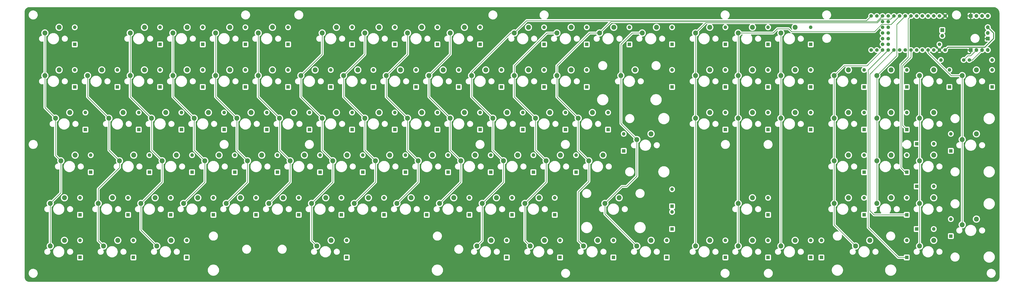
<source format=gbl>
G04 #@! TF.GenerationSoftware,KiCad,Pcbnew,(6.0.1)*
G04 #@! TF.CreationDate,2022-01-19T18:18:19+01:00*
G04 #@! TF.ProjectId,keyboard_pcb,6b657962-6f61-4726-945f-7063622e6b69,rev?*
G04 #@! TF.SameCoordinates,Original*
G04 #@! TF.FileFunction,Copper,L2,Bot*
G04 #@! TF.FilePolarity,Positive*
%FSLAX46Y46*%
G04 Gerber Fmt 4.6, Leading zero omitted, Abs format (unit mm)*
G04 Created by KiCad (PCBNEW (6.0.1)) date 2022-01-19 18:18:19*
%MOMM*%
%LPD*%
G01*
G04 APERTURE LIST*
G04 #@! TA.AperFunction,ComponentPad*
%ADD10R,1.600000X1.600000*%
G04 #@! TD*
G04 #@! TA.AperFunction,ComponentPad*
%ADD11O,1.600000X1.600000*%
G04 #@! TD*
G04 #@! TA.AperFunction,ComponentPad*
%ADD12C,2.200000*%
G04 #@! TD*
G04 #@! TA.AperFunction,ComponentPad*
%ADD13R,1.700000X1.700000*%
G04 #@! TD*
G04 #@! TA.AperFunction,ComponentPad*
%ADD14O,1.700000X1.700000*%
G04 #@! TD*
G04 #@! TA.AperFunction,ComponentPad*
%ADD15C,1.600000*%
G04 #@! TD*
G04 #@! TA.AperFunction,Conductor*
%ADD16C,0.254000*%
G04 #@! TD*
G04 #@! TA.AperFunction,Conductor*
%ADD17C,0.381000*%
G04 #@! TD*
G04 APERTURE END LIST*
D10*
G04 #@! TO.P,D1,1,K*
G04 #@! TO.N,ROW1*
X6985000Y-17145000D03*
D11*
G04 #@! TO.P,D1,2,A*
G04 #@! TO.N,Net-(D1-Pad2)*
X6985000Y-9525000D03*
G04 #@! TD*
D10*
G04 #@! TO.P,D2,1,K*
G04 #@! TO.N,ROW1*
X45085000Y-17145000D03*
D11*
G04 #@! TO.P,D2,2,A*
G04 #@! TO.N,Net-(D2-Pad2)*
X45085000Y-9525000D03*
G04 #@! TD*
D10*
G04 #@! TO.P,D3,1,K*
G04 #@! TO.N,ROW1*
X64135000Y-17145000D03*
D11*
G04 #@! TO.P,D3,2,A*
G04 #@! TO.N,Net-(D3-Pad2)*
X64135000Y-9525000D03*
G04 #@! TD*
D10*
G04 #@! TO.P,D4,1,K*
G04 #@! TO.N,ROW1*
X83185000Y-17145000D03*
D11*
G04 #@! TO.P,D4,2,A*
G04 #@! TO.N,Net-(D4-Pad2)*
X83185000Y-9525000D03*
G04 #@! TD*
D10*
G04 #@! TO.P,D5,1,K*
G04 #@! TO.N,ROW1*
X102235000Y-17145000D03*
D11*
G04 #@! TO.P,D5,2,A*
G04 #@! TO.N,Net-(D5-Pad2)*
X102235000Y-9525000D03*
G04 #@! TD*
D10*
G04 #@! TO.P,D6,1,K*
G04 #@! TO.N,ROW1*
X130810000Y-17145000D03*
D11*
G04 #@! TO.P,D6,2,A*
G04 #@! TO.N,Net-(D6-Pad2)*
X130810000Y-9525000D03*
G04 #@! TD*
D10*
G04 #@! TO.P,D7,1,K*
G04 #@! TO.N,ROW1*
X149860000Y-17145000D03*
D11*
G04 #@! TO.P,D7,2,A*
G04 #@! TO.N,Net-(D7-Pad2)*
X149860000Y-9525000D03*
G04 #@! TD*
D10*
G04 #@! TO.P,D8,1,K*
G04 #@! TO.N,ROW1*
X168910000Y-17145000D03*
D11*
G04 #@! TO.P,D8,2,A*
G04 #@! TO.N,Net-(D8-Pad2)*
X168910000Y-9525000D03*
G04 #@! TD*
D10*
G04 #@! TO.P,D9,1,K*
G04 #@! TO.N,ROW1*
X187960000Y-17145000D03*
D11*
G04 #@! TO.P,D9,2,A*
G04 #@! TO.N,Net-(D9-Pad2)*
X187960000Y-9525000D03*
G04 #@! TD*
D10*
G04 #@! TO.P,D10,1,K*
G04 #@! TO.N,ROW1*
X216535000Y-17145000D03*
D11*
G04 #@! TO.P,D10,2,A*
G04 #@! TO.N,Net-(D10-Pad2)*
X216535000Y-9525000D03*
G04 #@! TD*
D10*
G04 #@! TO.P,D11,1,K*
G04 #@! TO.N,ROW1*
X235585000Y-17145000D03*
D11*
G04 #@! TO.P,D11,2,A*
G04 #@! TO.N,Net-(D11-Pad2)*
X235585000Y-9525000D03*
G04 #@! TD*
D10*
G04 #@! TO.P,D12,1,K*
G04 #@! TO.N,ROW1*
X254635000Y-17145000D03*
D11*
G04 #@! TO.P,D12,2,A*
G04 #@! TO.N,Net-(D12-Pad2)*
X254635000Y-9525000D03*
G04 #@! TD*
D10*
G04 #@! TO.P,D13,1,K*
G04 #@! TO.N,ROW1*
X273685000Y-17145000D03*
D11*
G04 #@! TO.P,D13,2,A*
G04 #@! TO.N,Net-(D13-Pad2)*
X273685000Y-9525000D03*
G04 #@! TD*
D10*
G04 #@! TO.P,D14,1,K*
G04 #@! TO.N,ROW1*
X297498000Y-17145000D03*
D11*
G04 #@! TO.P,D14,2,A*
G04 #@! TO.N,Net-(D14-Pad2)*
X297498000Y-9525000D03*
G04 #@! TD*
D10*
G04 #@! TO.P,D15,1,K*
G04 #@! TO.N,ROW1*
X316548000Y-17145000D03*
D11*
G04 #@! TO.P,D15,2,A*
G04 #@! TO.N,Net-(D15-Pad2)*
X316548000Y-9525000D03*
G04 #@! TD*
D10*
G04 #@! TO.P,D16,1,K*
G04 #@! TO.N,ROW1*
X335598000Y-17145000D03*
D11*
G04 #@! TO.P,D16,2,A*
G04 #@! TO.N,Net-(D16-Pad2)*
X335598000Y-9525000D03*
G04 #@! TD*
D10*
G04 #@! TO.P,D17,1,K*
G04 #@! TO.N,ROW2*
X6985000Y-36195000D03*
D11*
G04 #@! TO.P,D17,2,A*
G04 #@! TO.N,Net-(D17-Pad2)*
X6985000Y-28575000D03*
G04 #@! TD*
D10*
G04 #@! TO.P,D18,1,K*
G04 #@! TO.N,ROW2*
X26035000Y-36195000D03*
D11*
G04 #@! TO.P,D18,2,A*
G04 #@! TO.N,Net-(D18-Pad2)*
X26035000Y-28575000D03*
G04 #@! TD*
D10*
G04 #@! TO.P,D19,1,K*
G04 #@! TO.N,ROW2*
X45085000Y-36195000D03*
D11*
G04 #@! TO.P,D19,2,A*
G04 #@! TO.N,Net-(D19-Pad2)*
X45085000Y-28575000D03*
G04 #@! TD*
D10*
G04 #@! TO.P,D20,1,K*
G04 #@! TO.N,ROW2*
X64135000Y-36195000D03*
D11*
G04 #@! TO.P,D20,2,A*
G04 #@! TO.N,Net-(D20-Pad2)*
X64135000Y-28575000D03*
G04 #@! TD*
D10*
G04 #@! TO.P,D21,1,K*
G04 #@! TO.N,ROW2*
X83185000Y-36195000D03*
D11*
G04 #@! TO.P,D21,2,A*
G04 #@! TO.N,Net-(D21-Pad2)*
X83185000Y-28575000D03*
G04 #@! TD*
D10*
G04 #@! TO.P,D22,1,K*
G04 #@! TO.N,ROW2*
X102235000Y-36195000D03*
D11*
G04 #@! TO.P,D22,2,A*
G04 #@! TO.N,Net-(D22-Pad2)*
X102235000Y-28575000D03*
G04 #@! TD*
D10*
G04 #@! TO.P,D23,1,K*
G04 #@! TO.N,ROW2*
X121285000Y-36195000D03*
D11*
G04 #@! TO.P,D23,2,A*
G04 #@! TO.N,Net-(D23-Pad2)*
X121285000Y-28575000D03*
G04 #@! TD*
D10*
G04 #@! TO.P,D24,1,K*
G04 #@! TO.N,ROW2*
X140335000Y-36195000D03*
D11*
G04 #@! TO.P,D24,2,A*
G04 #@! TO.N,Net-(D24-Pad2)*
X140335000Y-28575000D03*
G04 #@! TD*
D10*
G04 #@! TO.P,D25,1,K*
G04 #@! TO.N,ROW2*
X159385000Y-36195000D03*
D11*
G04 #@! TO.P,D25,2,A*
G04 #@! TO.N,Net-(D25-Pad2)*
X159385000Y-28575000D03*
G04 #@! TD*
D10*
G04 #@! TO.P,D26,1,K*
G04 #@! TO.N,ROW2*
X178435000Y-36195000D03*
D11*
G04 #@! TO.P,D26,2,A*
G04 #@! TO.N,Net-(D26-Pad2)*
X178435000Y-28575000D03*
G04 #@! TD*
D10*
G04 #@! TO.P,D27,1,K*
G04 #@! TO.N,ROW2*
X197485000Y-36195000D03*
D11*
G04 #@! TO.P,D27,2,A*
G04 #@! TO.N,Net-(D27-Pad2)*
X197485000Y-28575000D03*
G04 #@! TD*
D10*
G04 #@! TO.P,D28,1,K*
G04 #@! TO.N,ROW2*
X216535000Y-36195000D03*
D11*
G04 #@! TO.P,D28,2,A*
G04 #@! TO.N,Net-(D28-Pad2)*
X216535000Y-28575000D03*
G04 #@! TD*
D10*
G04 #@! TO.P,D29,1,K*
G04 #@! TO.N,ROW2*
X235585000Y-36195000D03*
D11*
G04 #@! TO.P,D29,2,A*
G04 #@! TO.N,Net-(D29-Pad2)*
X235585000Y-28575000D03*
G04 #@! TD*
D10*
G04 #@! TO.P,D30,1,K*
G04 #@! TO.N,ROW2*
X273685000Y-36195000D03*
D11*
G04 #@! TO.P,D30,2,A*
G04 #@! TO.N,Net-(D30-Pad2)*
X273685000Y-28575000D03*
G04 #@! TD*
D10*
G04 #@! TO.P,D31,1,K*
G04 #@! TO.N,ROW2*
X297498000Y-36195000D03*
D11*
G04 #@! TO.P,D31,2,A*
G04 #@! TO.N,Net-(D31-Pad2)*
X297498000Y-28575000D03*
G04 #@! TD*
D10*
G04 #@! TO.P,D32,1,K*
G04 #@! TO.N,ROW2*
X316548000Y-36195000D03*
D11*
G04 #@! TO.P,D32,2,A*
G04 #@! TO.N,Net-(D32-Pad2)*
X316548000Y-28575000D03*
G04 #@! TD*
D10*
G04 #@! TO.P,D33,1,K*
G04 #@! TO.N,ROW2*
X335598000Y-36195000D03*
D11*
G04 #@! TO.P,D33,2,A*
G04 #@! TO.N,Net-(D33-Pad2)*
X335598000Y-28575000D03*
G04 #@! TD*
D10*
G04 #@! TO.P,D34,1,K*
G04 #@! TO.N,ROW2*
X359410000Y-36195000D03*
D11*
G04 #@! TO.P,D34,2,A*
G04 #@! TO.N,Net-(D34-Pad2)*
X359410000Y-28575000D03*
G04 #@! TD*
D10*
G04 #@! TO.P,D35,1,K*
G04 #@! TO.N,ROW2*
X378460000Y-36195000D03*
D11*
G04 #@! TO.P,D35,2,A*
G04 #@! TO.N,Net-(D35-Pad2)*
X378460000Y-28575000D03*
G04 #@! TD*
D10*
G04 #@! TO.P,D36,1,K*
G04 #@! TO.N,ROW2*
X397510000Y-36195000D03*
D11*
G04 #@! TO.P,D36,2,A*
G04 #@! TO.N,Net-(D36-Pad2)*
X397510000Y-28575000D03*
G04 #@! TD*
D10*
G04 #@! TO.P,D37,1,K*
G04 #@! TO.N,ROW2*
X416560000Y-36195000D03*
D11*
G04 #@! TO.P,D37,2,A*
G04 #@! TO.N,Net-(D37-Pad2)*
X416560000Y-28575000D03*
G04 #@! TD*
D10*
G04 #@! TO.P,D38,1,K*
G04 #@! TO.N,ROW3*
X11747500Y-55245000D03*
D11*
G04 #@! TO.P,D38,2,A*
G04 #@! TO.N,Net-(D38-Pad2)*
X11747500Y-47625000D03*
G04 #@! TD*
D10*
G04 #@! TO.P,D39,1,K*
G04 #@! TO.N,ROW3*
X35560000Y-55245000D03*
D11*
G04 #@! TO.P,D39,2,A*
G04 #@! TO.N,Net-(D39-Pad2)*
X35560000Y-47625000D03*
G04 #@! TD*
D10*
G04 #@! TO.P,D40,1,K*
G04 #@! TO.N,ROW3*
X54610000Y-55245000D03*
D11*
G04 #@! TO.P,D40,2,A*
G04 #@! TO.N,Net-(D40-Pad2)*
X54610000Y-47625000D03*
G04 #@! TD*
D10*
G04 #@! TO.P,D41,1,K*
G04 #@! TO.N,ROW3*
X73660000Y-55245000D03*
D11*
G04 #@! TO.P,D41,2,A*
G04 #@! TO.N,Net-(D41-Pad2)*
X73660000Y-47625000D03*
G04 #@! TD*
D10*
G04 #@! TO.P,D42,1,K*
G04 #@! TO.N,ROW3*
X92710000Y-55245000D03*
D11*
G04 #@! TO.P,D42,2,A*
G04 #@! TO.N,Net-(D42-Pad2)*
X92710000Y-47625000D03*
G04 #@! TD*
D10*
G04 #@! TO.P,D43,1,K*
G04 #@! TO.N,ROW3*
X111760000Y-55245000D03*
D11*
G04 #@! TO.P,D43,2,A*
G04 #@! TO.N,Net-(D43-Pad2)*
X111760000Y-47625000D03*
G04 #@! TD*
D10*
G04 #@! TO.P,D44,1,K*
G04 #@! TO.N,ROW3*
X130810000Y-55245000D03*
D11*
G04 #@! TO.P,D44,2,A*
G04 #@! TO.N,Net-(D44-Pad2)*
X130810000Y-47625000D03*
G04 #@! TD*
D10*
G04 #@! TO.P,D45,1,K*
G04 #@! TO.N,ROW3*
X149860000Y-55245000D03*
D11*
G04 #@! TO.P,D45,2,A*
G04 #@! TO.N,Net-(D45-Pad2)*
X149860000Y-47625000D03*
G04 #@! TD*
D10*
G04 #@! TO.P,D46,1,K*
G04 #@! TO.N,ROW3*
X168910000Y-55245000D03*
D11*
G04 #@! TO.P,D46,2,A*
G04 #@! TO.N,Net-(D46-Pad2)*
X168910000Y-47625000D03*
G04 #@! TD*
D10*
G04 #@! TO.P,D47,1,K*
G04 #@! TO.N,ROW3*
X187960000Y-55245000D03*
D11*
G04 #@! TO.P,D47,2,A*
G04 #@! TO.N,Net-(D47-Pad2)*
X187960000Y-47625000D03*
G04 #@! TD*
D10*
G04 #@! TO.P,D48,1,K*
G04 #@! TO.N,ROW3*
X207010000Y-55245000D03*
D11*
G04 #@! TO.P,D48,2,A*
G04 #@! TO.N,Net-(D48-Pad2)*
X207010000Y-47625000D03*
G04 #@! TD*
D10*
G04 #@! TO.P,D49,1,K*
G04 #@! TO.N,ROW3*
X226060000Y-55245000D03*
D11*
G04 #@! TO.P,D49,2,A*
G04 #@! TO.N,Net-(D49-Pad2)*
X226060000Y-47625000D03*
G04 #@! TD*
D10*
G04 #@! TO.P,D50,1,K*
G04 #@! TO.N,ROW3*
X245110000Y-55245000D03*
D11*
G04 #@! TO.P,D50,2,A*
G04 #@! TO.N,Net-(D50-Pad2)*
X245110000Y-47625000D03*
G04 #@! TD*
D10*
G04 #@! TO.P,D51,1,K*
G04 #@! TO.N,ROW3*
X252095000Y-64770000D03*
D11*
G04 #@! TO.P,D51,2,A*
G04 #@! TO.N,Net-(D51-Pad2)*
X252095000Y-57150000D03*
G04 #@! TD*
D10*
G04 #@! TO.P,D52,1,K*
G04 #@! TO.N,ROW3*
X297498000Y-55245000D03*
D11*
G04 #@! TO.P,D52,2,A*
G04 #@! TO.N,Net-(D52-Pad2)*
X297498000Y-47625000D03*
G04 #@! TD*
D10*
G04 #@! TO.P,D53,1,K*
G04 #@! TO.N,ROW3*
X316548000Y-55245000D03*
D11*
G04 #@! TO.P,D53,2,A*
G04 #@! TO.N,Net-(D53-Pad2)*
X316548000Y-47625000D03*
G04 #@! TD*
D10*
G04 #@! TO.P,D54,1,K*
G04 #@! TO.N,ROW3*
X335598000Y-55245000D03*
D11*
G04 #@! TO.P,D54,2,A*
G04 #@! TO.N,Net-(D54-Pad2)*
X335598000Y-47625000D03*
G04 #@! TD*
D10*
G04 #@! TO.P,D55,1,K*
G04 #@! TO.N,ROW3*
X359410000Y-55245000D03*
D11*
G04 #@! TO.P,D55,2,A*
G04 #@! TO.N,Net-(D55-Pad2)*
X359410000Y-47625000D03*
G04 #@! TD*
D10*
G04 #@! TO.P,D56,1,K*
G04 #@! TO.N,ROW3*
X378460000Y-55245000D03*
D11*
G04 #@! TO.P,D56,2,A*
G04 #@! TO.N,Net-(D56-Pad2)*
X378460000Y-47625000D03*
G04 #@! TD*
D10*
G04 #@! TO.P,D57,1,K*
G04 #@! TO.N,ROW3*
X382905000Y-61595000D03*
D11*
G04 #@! TO.P,D57,2,A*
G04 #@! TO.N,Net-(D57-Pad2)*
X390525000Y-61595000D03*
G04 #@! TD*
D10*
G04 #@! TO.P,D58,1,K*
G04 #@! TO.N,ROW3*
X398145000Y-64770000D03*
D11*
G04 #@! TO.P,D58,2,A*
G04 #@! TO.N,Net-(D58-Pad2)*
X398145000Y-57150000D03*
G04 #@! TD*
D10*
G04 #@! TO.P,D59,1,K*
G04 #@! TO.N,ROW4*
X14128800Y-74295000D03*
D11*
G04 #@! TO.P,D59,2,A*
G04 #@! TO.N,Net-(D59-Pad2)*
X14128800Y-66675000D03*
G04 #@! TD*
D10*
G04 #@! TO.P,D60,1,K*
G04 #@! TO.N,ROW4*
X40322500Y-74295000D03*
D11*
G04 #@! TO.P,D60,2,A*
G04 #@! TO.N,Net-(D60-Pad2)*
X40322500Y-66675000D03*
G04 #@! TD*
D10*
G04 #@! TO.P,D61,1,K*
G04 #@! TO.N,ROW4*
X59372500Y-74295000D03*
D11*
G04 #@! TO.P,D61,2,A*
G04 #@! TO.N,Net-(D61-Pad2)*
X59372500Y-66675000D03*
G04 #@! TD*
D10*
G04 #@! TO.P,D62,1,K*
G04 #@! TO.N,ROW4*
X78422500Y-74295000D03*
D11*
G04 #@! TO.P,D62,2,A*
G04 #@! TO.N,Net-(D62-Pad2)*
X78422500Y-66675000D03*
G04 #@! TD*
D10*
G04 #@! TO.P,D63,1,K*
G04 #@! TO.N,ROW4*
X97472500Y-74295000D03*
D11*
G04 #@! TO.P,D63,2,A*
G04 #@! TO.N,Net-(D63-Pad2)*
X97472500Y-66675000D03*
G04 #@! TD*
D10*
G04 #@! TO.P,D64,1,K*
G04 #@! TO.N,ROW4*
X116522000Y-74295000D03*
D11*
G04 #@! TO.P,D64,2,A*
G04 #@! TO.N,Net-(D64-Pad2)*
X116522000Y-66675000D03*
G04 #@! TD*
D10*
G04 #@! TO.P,D65,1,K*
G04 #@! TO.N,ROW4*
X135572000Y-74295000D03*
D11*
G04 #@! TO.P,D65,2,A*
G04 #@! TO.N,Net-(D65-Pad2)*
X135572000Y-66675000D03*
G04 #@! TD*
D10*
G04 #@! TO.P,D66,1,K*
G04 #@! TO.N,ROW4*
X154622000Y-74295000D03*
D11*
G04 #@! TO.P,D66,2,A*
G04 #@! TO.N,Net-(D66-Pad2)*
X154622000Y-66675000D03*
G04 #@! TD*
D10*
G04 #@! TO.P,D67,1,K*
G04 #@! TO.N,ROW4*
X173672000Y-74295000D03*
D11*
G04 #@! TO.P,D67,2,A*
G04 #@! TO.N,Net-(D67-Pad2)*
X173672000Y-66675000D03*
G04 #@! TD*
D10*
G04 #@! TO.P,D68,1,K*
G04 #@! TO.N,ROW4*
X192722000Y-74295000D03*
D11*
G04 #@! TO.P,D68,2,A*
G04 #@! TO.N,Net-(D68-Pad2)*
X192722000Y-66675000D03*
G04 #@! TD*
D10*
G04 #@! TO.P,D69,1,K*
G04 #@! TO.N,ROW4*
X211772000Y-74295000D03*
D11*
G04 #@! TO.P,D69,2,A*
G04 #@! TO.N,Net-(D69-Pad2)*
X211772000Y-66675000D03*
G04 #@! TD*
D10*
G04 #@! TO.P,D70,1,K*
G04 #@! TO.N,ROW4*
X230822000Y-74295000D03*
D11*
G04 #@! TO.P,D70,2,A*
G04 #@! TO.N,Net-(D70-Pad2)*
X230822000Y-66675000D03*
G04 #@! TD*
D10*
G04 #@! TO.P,D71,1,K*
G04 #@! TO.N,ROW4*
X273685000Y-89535000D03*
D11*
G04 #@! TO.P,D71,2,A*
G04 #@! TO.N,Net-(D71-Pad2)*
X273685000Y-81915000D03*
G04 #@! TD*
D10*
G04 #@! TO.P,D72,1,K*
G04 #@! TO.N,ROW4*
X359410000Y-74295000D03*
D11*
G04 #@! TO.P,D72,2,A*
G04 #@! TO.N,Net-(D72-Pad2)*
X359410000Y-66675000D03*
G04 #@! TD*
D10*
G04 #@! TO.P,D73,1,K*
G04 #@! TO.N,ROW4*
X378460000Y-74295000D03*
D11*
G04 #@! TO.P,D73,2,A*
G04 #@! TO.N,Net-(D73-Pad2)*
X378460000Y-66675000D03*
G04 #@! TD*
D10*
G04 #@! TO.P,D74,1,K*
G04 #@! TO.N,ROW4*
X382905000Y-80645000D03*
D11*
G04 #@! TO.P,D74,2,A*
G04 #@! TO.N,Net-(D74-Pad2)*
X390525000Y-80645000D03*
G04 #@! TD*
D10*
G04 #@! TO.P,D75,1,K*
G04 #@! TO.N,ROW5*
X9366300Y-93345000D03*
D11*
G04 #@! TO.P,D75,2,A*
G04 #@! TO.N,Net-(D75-Pad2)*
X9366300Y-85725000D03*
G04 #@! TD*
D10*
G04 #@! TO.P,D76,1,K*
G04 #@! TO.N,ROW5*
X30797500Y-93345000D03*
D11*
G04 #@! TO.P,D76,2,A*
G04 #@! TO.N,Net-(D76-Pad2)*
X30797500Y-85725000D03*
G04 #@! TD*
D10*
G04 #@! TO.P,D77,1,K*
G04 #@! TO.N,ROW5*
X49847500Y-93345000D03*
D11*
G04 #@! TO.P,D77,2,A*
G04 #@! TO.N,Net-(D77-Pad2)*
X49847500Y-85725000D03*
G04 #@! TD*
D10*
G04 #@! TO.P,D78,1,K*
G04 #@! TO.N,ROW5*
X68897500Y-93345000D03*
D11*
G04 #@! TO.P,D78,2,A*
G04 #@! TO.N,Net-(D78-Pad2)*
X68897500Y-85725000D03*
G04 #@! TD*
D10*
G04 #@! TO.P,D79,1,K*
G04 #@! TO.N,ROW5*
X87947500Y-93345000D03*
D11*
G04 #@! TO.P,D79,2,A*
G04 #@! TO.N,Net-(D79-Pad2)*
X87947500Y-85725000D03*
G04 #@! TD*
D10*
G04 #@! TO.P,D80,1,K*
G04 #@! TO.N,ROW5*
X106998000Y-93345000D03*
D11*
G04 #@! TO.P,D80,2,A*
G04 #@! TO.N,Net-(D80-Pad2)*
X106998000Y-85725000D03*
G04 #@! TD*
D10*
G04 #@! TO.P,D81,1,K*
G04 #@! TO.N,ROW5*
X126048000Y-93345000D03*
D11*
G04 #@! TO.P,D81,2,A*
G04 #@! TO.N,Net-(D81-Pad2)*
X126048000Y-85725000D03*
G04 #@! TD*
D10*
G04 #@! TO.P,D82,1,K*
G04 #@! TO.N,ROW5*
X145098000Y-93345000D03*
D11*
G04 #@! TO.P,D82,2,A*
G04 #@! TO.N,Net-(D82-Pad2)*
X145098000Y-85725000D03*
G04 #@! TD*
D10*
G04 #@! TO.P,D83,1,K*
G04 #@! TO.N,ROW5*
X164148000Y-93345000D03*
D11*
G04 #@! TO.P,D83,2,A*
G04 #@! TO.N,Net-(D83-Pad2)*
X164148000Y-85725000D03*
G04 #@! TD*
D10*
G04 #@! TO.P,D84,1,K*
G04 #@! TO.N,ROW5*
X183198000Y-93345000D03*
D11*
G04 #@! TO.P,D84,2,A*
G04 #@! TO.N,Net-(D84-Pad2)*
X183198000Y-85725000D03*
G04 #@! TD*
D10*
G04 #@! TO.P,D85,1,K*
G04 #@! TO.N,ROW5*
X202248000Y-93345000D03*
D11*
G04 #@! TO.P,D85,2,A*
G04 #@! TO.N,Net-(D85-Pad2)*
X202248000Y-85725000D03*
G04 #@! TD*
D10*
G04 #@! TO.P,D86,1,K*
G04 #@! TO.N,ROW5*
X221298000Y-93345000D03*
D11*
G04 #@! TO.P,D86,2,A*
G04 #@! TO.N,Net-(D86-Pad2)*
X221298000Y-85725000D03*
G04 #@! TD*
D10*
G04 #@! TO.P,D88,1,K*
G04 #@! TO.N,ROW5*
X316548000Y-93345000D03*
D11*
G04 #@! TO.P,D88,2,A*
G04 #@! TO.N,Net-(D88-Pad2)*
X316548000Y-85725000D03*
G04 #@! TD*
D10*
G04 #@! TO.P,D89,1,K*
G04 #@! TO.N,ROW5*
X359410000Y-93345000D03*
D11*
G04 #@! TO.P,D89,2,A*
G04 #@! TO.N,Net-(D89-Pad2)*
X359410000Y-85725000D03*
G04 #@! TD*
D10*
G04 #@! TO.P,D90,1,K*
G04 #@! TO.N,ROW5*
X378460000Y-93345000D03*
D11*
G04 #@! TO.P,D90,2,A*
G04 #@! TO.N,Net-(D90-Pad2)*
X378460000Y-85725000D03*
G04 #@! TD*
D10*
G04 #@! TO.P,D91,1,K*
G04 #@! TO.N,ROW5*
X382905000Y-99695000D03*
D11*
G04 #@! TO.P,D91,2,A*
G04 #@! TO.N,Net-(D91-Pad2)*
X390525000Y-99695000D03*
G04 #@! TD*
D10*
G04 #@! TO.P,D92,1,K*
G04 #@! TO.N,ROW6*
X9366300Y-112395000D03*
D11*
G04 #@! TO.P,D92,2,A*
G04 #@! TO.N,Net-(D92-Pad2)*
X9366300Y-104775000D03*
G04 #@! TD*
D10*
G04 #@! TO.P,D93,1,K*
G04 #@! TO.N,ROW6*
X33178800Y-112395000D03*
D11*
G04 #@! TO.P,D93,2,A*
G04 #@! TO.N,Net-(D93-Pad2)*
X33178800Y-104775000D03*
G04 #@! TD*
D10*
G04 #@! TO.P,D94,1,K*
G04 #@! TO.N,ROW6*
X56991200Y-112395000D03*
D11*
G04 #@! TO.P,D94,2,A*
G04 #@! TO.N,Net-(D94-Pad2)*
X56991200Y-104775000D03*
G04 #@! TD*
D10*
G04 #@! TO.P,D95,1,K*
G04 #@! TO.N,ROW6*
X128429000Y-112395000D03*
D11*
G04 #@! TO.P,D95,2,A*
G04 #@! TO.N,Net-(D95-Pad2)*
X128429000Y-104775000D03*
G04 #@! TD*
D10*
G04 #@! TO.P,D96,1,K*
G04 #@! TO.N,ROW6*
X199866000Y-112395000D03*
D11*
G04 #@! TO.P,D96,2,A*
G04 #@! TO.N,Net-(D96-Pad2)*
X199866000Y-104775000D03*
G04 #@! TD*
D10*
G04 #@! TO.P,D97,1,K*
G04 #@! TO.N,ROW6*
X223679000Y-112395000D03*
D11*
G04 #@! TO.P,D97,2,A*
G04 #@! TO.N,Net-(D97-Pad2)*
X223679000Y-104775000D03*
G04 #@! TD*
D10*
G04 #@! TO.P,D98,1,K*
G04 #@! TO.N,ROW6*
X247491000Y-112395000D03*
D11*
G04 #@! TO.P,D98,2,A*
G04 #@! TO.N,Net-(D98-Pad2)*
X247491000Y-104775000D03*
G04 #@! TD*
D10*
G04 #@! TO.P,D99,1,K*
G04 #@! TO.N,ROW6*
X271304000Y-112395000D03*
D11*
G04 #@! TO.P,D99,2,A*
G04 #@! TO.N,Net-(D99-Pad2)*
X271304000Y-104775000D03*
G04 #@! TD*
D10*
G04 #@! TO.P,D100,1,K*
G04 #@! TO.N,ROW6*
X297498000Y-112395000D03*
D11*
G04 #@! TO.P,D100,2,A*
G04 #@! TO.N,Net-(D100-Pad2)*
X297498000Y-104775000D03*
G04 #@! TD*
D10*
G04 #@! TO.P,D101,1,K*
G04 #@! TO.N,ROW6*
X316548000Y-112395000D03*
D11*
G04 #@! TO.P,D101,2,A*
G04 #@! TO.N,Net-(D101-Pad2)*
X316548000Y-104775000D03*
G04 #@! TD*
D10*
G04 #@! TO.P,D102,1,K*
G04 #@! TO.N,ROW6*
X335598000Y-112395000D03*
D11*
G04 #@! TO.P,D102,2,A*
G04 #@! TO.N,Net-(D102-Pad2)*
X335598000Y-104775000D03*
G04 #@! TD*
D10*
G04 #@! TO.P,D105,1,K*
G04 #@! TO.N,ROW6*
X398145000Y-102870000D03*
D11*
G04 #@! TO.P,D105,2,A*
G04 #@! TO.N,Net-(D105-Pad2)*
X398145000Y-95250000D03*
G04 #@! TD*
D12*
G04 #@! TO.P,SW1,1,1*
G04 #@! TO.N,Net-(D1-Pad2)*
X0Y-9525000D03*
G04 #@! TO.P,SW1,2,2*
G04 #@! TO.N,COL1*
X-6350000Y-12065000D03*
G04 #@! TD*
G04 #@! TO.P,SW2,1,1*
G04 #@! TO.N,Net-(D2-Pad2)*
X38100000Y-9525000D03*
G04 #@! TO.P,SW2,2,2*
G04 #@! TO.N,COL3*
X31750000Y-12065000D03*
G04 #@! TD*
G04 #@! TO.P,SW3,1,1*
G04 #@! TO.N,Net-(D3-Pad2)*
X57150000Y-9525000D03*
G04 #@! TO.P,SW3,2,2*
G04 #@! TO.N,COL4*
X50800000Y-12065000D03*
G04 #@! TD*
G04 #@! TO.P,SW4,1,1*
G04 #@! TO.N,Net-(D4-Pad2)*
X76200000Y-9525000D03*
G04 #@! TO.P,SW4,2,2*
G04 #@! TO.N,COL5*
X69850000Y-12065000D03*
G04 #@! TD*
G04 #@! TO.P,SW5,1,1*
G04 #@! TO.N,Net-(D5-Pad2)*
X95250000Y-9525000D03*
G04 #@! TO.P,SW5,2,2*
G04 #@! TO.N,COL6*
X88900000Y-12065000D03*
G04 #@! TD*
G04 #@! TO.P,SW6,1,1*
G04 #@! TO.N,Net-(D6-Pad2)*
X123825000Y-9525000D03*
G04 #@! TO.P,SW6,2,2*
G04 #@! TO.N,COL7*
X117475000Y-12065000D03*
G04 #@! TD*
G04 #@! TO.P,SW7,1,1*
G04 #@! TO.N,Net-(D7-Pad2)*
X142875000Y-9525000D03*
G04 #@! TO.P,SW7,2,2*
G04 #@! TO.N,COL8*
X136525000Y-12065000D03*
G04 #@! TD*
G04 #@! TO.P,SW8,1,1*
G04 #@! TO.N,Net-(D8-Pad2)*
X161925000Y-9525000D03*
G04 #@! TO.P,SW8,2,2*
G04 #@! TO.N,COL9*
X155575000Y-12065000D03*
G04 #@! TD*
G04 #@! TO.P,SW9,1,1*
G04 #@! TO.N,Net-(D9-Pad2)*
X180975000Y-9525000D03*
G04 #@! TO.P,SW9,2,2*
G04 #@! TO.N,COL10*
X174625000Y-12065000D03*
G04 #@! TD*
G04 #@! TO.P,SW10,1,1*
G04 #@! TO.N,Net-(D10-Pad2)*
X209550000Y-9525000D03*
G04 #@! TO.P,SW10,2,2*
G04 #@! TO.N,COL11*
X203200000Y-12065000D03*
G04 #@! TD*
G04 #@! TO.P,SW11,1,1*
G04 #@! TO.N,Net-(D11-Pad2)*
X228600000Y-9525000D03*
G04 #@! TO.P,SW11,2,2*
G04 #@! TO.N,COL12*
X222250000Y-12065000D03*
G04 #@! TD*
G04 #@! TO.P,SW12,1,1*
G04 #@! TO.N,Net-(D12-Pad2)*
X247650000Y-9525000D03*
G04 #@! TO.P,SW12,2,2*
G04 #@! TO.N,COL13*
X241300000Y-12065000D03*
G04 #@! TD*
G04 #@! TO.P,SW13,1,1*
G04 #@! TO.N,Net-(D13-Pad2)*
X266700000Y-9525000D03*
G04 #@! TO.P,SW13,2,2*
G04 #@! TO.N,COL14*
X260350000Y-12065000D03*
G04 #@! TD*
G04 #@! TO.P,SW14,1,1*
G04 #@! TO.N,Net-(D14-Pad2)*
X290512000Y-9525000D03*
G04 #@! TO.P,SW14,2,2*
G04 #@! TO.N,COL15*
X284162000Y-12065000D03*
G04 #@! TD*
G04 #@! TO.P,SW15,1,1*
G04 #@! TO.N,Net-(D15-Pad2)*
X309562000Y-9525000D03*
G04 #@! TO.P,SW15,2,2*
G04 #@! TO.N,COL16*
X303212000Y-12065000D03*
G04 #@! TD*
G04 #@! TO.P,SW16,1,1*
G04 #@! TO.N,Net-(D16-Pad2)*
X328612000Y-9525000D03*
G04 #@! TO.P,SW16,2,2*
G04 #@! TO.N,COL17*
X322262000Y-12065000D03*
G04 #@! TD*
G04 #@! TO.P,SW17,1,1*
G04 #@! TO.N,Net-(D17-Pad2)*
X0Y-28575000D03*
G04 #@! TO.P,SW17,2,2*
G04 #@! TO.N,COL1*
X-6350000Y-31115000D03*
G04 #@! TD*
G04 #@! TO.P,SW18,1,1*
G04 #@! TO.N,Net-(D18-Pad2)*
X19050000Y-28575000D03*
G04 #@! TO.P,SW18,2,2*
G04 #@! TO.N,COL2*
X12700000Y-31115000D03*
G04 #@! TD*
G04 #@! TO.P,SW19,1,1*
G04 #@! TO.N,Net-(D19-Pad2)*
X38100000Y-28575000D03*
G04 #@! TO.P,SW19,2,2*
G04 #@! TO.N,COL3*
X31750000Y-31115000D03*
G04 #@! TD*
G04 #@! TO.P,SW20,1,1*
G04 #@! TO.N,Net-(D20-Pad2)*
X57150000Y-28575000D03*
G04 #@! TO.P,SW20,2,2*
G04 #@! TO.N,COL4*
X50800000Y-31115000D03*
G04 #@! TD*
G04 #@! TO.P,SW21,1,1*
G04 #@! TO.N,Net-(D21-Pad2)*
X76200000Y-28575000D03*
G04 #@! TO.P,SW21,2,2*
G04 #@! TO.N,COL5*
X69850000Y-31115000D03*
G04 #@! TD*
G04 #@! TO.P,SW22,1,1*
G04 #@! TO.N,Net-(D22-Pad2)*
X95250000Y-28575000D03*
G04 #@! TO.P,SW22,2,2*
G04 #@! TO.N,COL6*
X88900000Y-31115000D03*
G04 #@! TD*
G04 #@! TO.P,SW23,1,1*
G04 #@! TO.N,Net-(D23-Pad2)*
X114300000Y-28575000D03*
G04 #@! TO.P,SW23,2,2*
G04 #@! TO.N,COL7*
X107950000Y-31115000D03*
G04 #@! TD*
G04 #@! TO.P,SW24,1,1*
G04 #@! TO.N,Net-(D24-Pad2)*
X133350000Y-28575000D03*
G04 #@! TO.P,SW24,2,2*
G04 #@! TO.N,COL8*
X127000000Y-31115000D03*
G04 #@! TD*
G04 #@! TO.P,SW25,1,1*
G04 #@! TO.N,Net-(D25-Pad2)*
X152400000Y-28575000D03*
G04 #@! TO.P,SW25,2,2*
G04 #@! TO.N,COL9*
X146050000Y-31115000D03*
G04 #@! TD*
G04 #@! TO.P,SW26,1,1*
G04 #@! TO.N,Net-(D26-Pad2)*
X171450000Y-28575000D03*
G04 #@! TO.P,SW26,2,2*
G04 #@! TO.N,COL10*
X165100000Y-31115000D03*
G04 #@! TD*
G04 #@! TO.P,SW27,1,1*
G04 #@! TO.N,Net-(D27-Pad2)*
X190500000Y-28575000D03*
G04 #@! TO.P,SW27,2,2*
G04 #@! TO.N,COL11*
X184150000Y-31115000D03*
G04 #@! TD*
G04 #@! TO.P,SW28,1,1*
G04 #@! TO.N,Net-(D28-Pad2)*
X209550000Y-28575000D03*
G04 #@! TO.P,SW28,2,2*
G04 #@! TO.N,COL12*
X203200000Y-31115000D03*
G04 #@! TD*
G04 #@! TO.P,SW29,1,1*
G04 #@! TO.N,Net-(D29-Pad2)*
X228600000Y-28575000D03*
G04 #@! TO.P,SW29,2,2*
G04 #@! TO.N,COL13*
X222250000Y-31115000D03*
G04 #@! TD*
G04 #@! TO.P,SW30,1,1*
G04 #@! TO.N,Net-(D30-Pad2)*
X257175000Y-28575000D03*
G04 #@! TO.P,SW30,2,2*
G04 #@! TO.N,COL14*
X250825000Y-31115000D03*
G04 #@! TD*
G04 #@! TO.P,SW31,1,1*
G04 #@! TO.N,Net-(D31-Pad2)*
X290512000Y-28575000D03*
G04 #@! TO.P,SW31,2,2*
G04 #@! TO.N,COL15*
X284162000Y-31115000D03*
G04 #@! TD*
G04 #@! TO.P,SW32,1,1*
G04 #@! TO.N,Net-(D32-Pad2)*
X309562000Y-28575000D03*
G04 #@! TO.P,SW32,2,2*
G04 #@! TO.N,COL16*
X303212000Y-31115000D03*
G04 #@! TD*
G04 #@! TO.P,SW33,1,1*
G04 #@! TO.N,Net-(D33-Pad2)*
X328612000Y-28575000D03*
G04 #@! TO.P,SW33,2,2*
G04 #@! TO.N,COL17*
X322262000Y-31115000D03*
G04 #@! TD*
G04 #@! TO.P,SW34,1,1*
G04 #@! TO.N,Net-(D34-Pad2)*
X352425000Y-28575000D03*
G04 #@! TO.P,SW34,2,2*
G04 #@! TO.N,COL18*
X346075000Y-31115000D03*
G04 #@! TD*
G04 #@! TO.P,SW35,1,1*
G04 #@! TO.N,Net-(D35-Pad2)*
X371475000Y-28575000D03*
G04 #@! TO.P,SW35,2,2*
G04 #@! TO.N,COL19*
X365125000Y-31115000D03*
G04 #@! TD*
G04 #@! TO.P,SW36,1,1*
G04 #@! TO.N,Net-(D36-Pad2)*
X390525000Y-28575000D03*
G04 #@! TO.P,SW36,2,2*
G04 #@! TO.N,COL20*
X384175000Y-31115000D03*
G04 #@! TD*
G04 #@! TO.P,SW37,1,1*
G04 #@! TO.N,Net-(D37-Pad2)*
X409575000Y-28575000D03*
G04 #@! TO.P,SW37,2,2*
G04 #@! TO.N,COL21*
X403225000Y-31115000D03*
G04 #@! TD*
G04 #@! TO.P,SW38,1,1*
G04 #@! TO.N,Net-(D38-Pad2)*
X4762500Y-47625000D03*
G04 #@! TO.P,SW38,2,2*
G04 #@! TO.N,COL1*
X-1587500Y-50165000D03*
G04 #@! TD*
G04 #@! TO.P,SW39,1,1*
G04 #@! TO.N,Net-(D39-Pad2)*
X28575000Y-47625000D03*
G04 #@! TO.P,SW39,2,2*
G04 #@! TO.N,COL2*
X22225000Y-50165000D03*
G04 #@! TD*
G04 #@! TO.P,SW40,1,1*
G04 #@! TO.N,Net-(D40-Pad2)*
X47625000Y-47625000D03*
G04 #@! TO.P,SW40,2,2*
G04 #@! TO.N,COL3*
X41275000Y-50165000D03*
G04 #@! TD*
G04 #@! TO.P,SW41,1,1*
G04 #@! TO.N,Net-(D41-Pad2)*
X66675000Y-47625000D03*
G04 #@! TO.P,SW41,2,2*
G04 #@! TO.N,COL4*
X60325000Y-50165000D03*
G04 #@! TD*
G04 #@! TO.P,SW42,1,1*
G04 #@! TO.N,Net-(D42-Pad2)*
X85725000Y-47625000D03*
G04 #@! TO.P,SW42,2,2*
G04 #@! TO.N,COL5*
X79375000Y-50165000D03*
G04 #@! TD*
G04 #@! TO.P,SW43,1,1*
G04 #@! TO.N,Net-(D43-Pad2)*
X104775000Y-47625000D03*
G04 #@! TO.P,SW43,2,2*
G04 #@! TO.N,COL6*
X98425000Y-50165000D03*
G04 #@! TD*
G04 #@! TO.P,SW44,1,1*
G04 #@! TO.N,Net-(D44-Pad2)*
X123825000Y-47625000D03*
G04 #@! TO.P,SW44,2,2*
G04 #@! TO.N,COL7*
X117475000Y-50165000D03*
G04 #@! TD*
G04 #@! TO.P,SW45,1,1*
G04 #@! TO.N,Net-(D45-Pad2)*
X142875000Y-47625000D03*
G04 #@! TO.P,SW45,2,2*
G04 #@! TO.N,COL8*
X136525000Y-50165000D03*
G04 #@! TD*
G04 #@! TO.P,SW46,1,1*
G04 #@! TO.N,Net-(D46-Pad2)*
X161925000Y-47625000D03*
G04 #@! TO.P,SW46,2,2*
G04 #@! TO.N,COL9*
X155575000Y-50165000D03*
G04 #@! TD*
G04 #@! TO.P,SW47,1,1*
G04 #@! TO.N,Net-(D47-Pad2)*
X180975000Y-47625000D03*
G04 #@! TO.P,SW47,2,2*
G04 #@! TO.N,COL10*
X174625000Y-50165000D03*
G04 #@! TD*
G04 #@! TO.P,SW48,1,1*
G04 #@! TO.N,Net-(D48-Pad2)*
X200025000Y-47625000D03*
G04 #@! TO.P,SW48,2,2*
G04 #@! TO.N,COL11*
X193675000Y-50165000D03*
G04 #@! TD*
G04 #@! TO.P,SW49,1,1*
G04 #@! TO.N,Net-(D49-Pad2)*
X219075000Y-47625000D03*
G04 #@! TO.P,SW49,2,2*
G04 #@! TO.N,COL12*
X212725000Y-50165000D03*
G04 #@! TD*
G04 #@! TO.P,SW50,1,1*
G04 #@! TO.N,Net-(D50-Pad2)*
X238125000Y-47625000D03*
G04 #@! TO.P,SW50,2,2*
G04 #@! TO.N,COL13*
X231775000Y-50165000D03*
G04 #@! TD*
G04 #@! TO.P,SW51,1,1*
G04 #@! TO.N,Net-(D51-Pad2)*
X264319000Y-57150000D03*
G04 #@! TO.P,SW51,2,2*
G04 #@! TO.N,COL14*
X257969000Y-59690000D03*
G04 #@! TD*
G04 #@! TO.P,SW52,1,1*
G04 #@! TO.N,Net-(D52-Pad2)*
X290512000Y-47625000D03*
G04 #@! TO.P,SW52,2,2*
G04 #@! TO.N,COL15*
X284162000Y-50165000D03*
G04 #@! TD*
G04 #@! TO.P,SW53,1,1*
G04 #@! TO.N,Net-(D53-Pad2)*
X309562000Y-47625000D03*
G04 #@! TO.P,SW53,2,2*
G04 #@! TO.N,COL16*
X303212000Y-50165000D03*
G04 #@! TD*
G04 #@! TO.P,SW54,1,1*
G04 #@! TO.N,Net-(D54-Pad2)*
X328612000Y-47625000D03*
G04 #@! TO.P,SW54,2,2*
G04 #@! TO.N,COL17*
X322262000Y-50165000D03*
G04 #@! TD*
G04 #@! TO.P,SW55,1,1*
G04 #@! TO.N,Net-(D55-Pad2)*
X352425000Y-47625000D03*
G04 #@! TO.P,SW55,2,2*
G04 #@! TO.N,COL18*
X346075000Y-50165000D03*
G04 #@! TD*
G04 #@! TO.P,SW56,1,1*
G04 #@! TO.N,Net-(D56-Pad2)*
X371475000Y-47625000D03*
G04 #@! TO.P,SW56,2,2*
G04 #@! TO.N,COL19*
X365125000Y-50165000D03*
G04 #@! TD*
G04 #@! TO.P,SW57,1,1*
G04 #@! TO.N,Net-(D57-Pad2)*
X390525000Y-47625000D03*
G04 #@! TO.P,SW57,2,2*
G04 #@! TO.N,COL20*
X384175000Y-50165000D03*
G04 #@! TD*
G04 #@! TO.P,SW58,1,1*
G04 #@! TO.N,Net-(D58-Pad2)*
X409575000Y-57150000D03*
G04 #@! TO.P,SW58,2,2*
G04 #@! TO.N,COL21*
X403225000Y-59690000D03*
G04 #@! TD*
G04 #@! TO.P,SW59,1,1*
G04 #@! TO.N,Net-(D59-Pad2)*
X7143800Y-66675000D03*
G04 #@! TO.P,SW59,2,2*
G04 #@! TO.N,COL1*
X793800Y-69215000D03*
G04 #@! TD*
G04 #@! TO.P,SW60,1,1*
G04 #@! TO.N,Net-(D60-Pad2)*
X33337500Y-66675000D03*
G04 #@! TO.P,SW60,2,2*
G04 #@! TO.N,COL2*
X26987500Y-69215000D03*
G04 #@! TD*
G04 #@! TO.P,SW61,1,1*
G04 #@! TO.N,Net-(D61-Pad2)*
X52387500Y-66675000D03*
G04 #@! TO.P,SW61,2,2*
G04 #@! TO.N,COL3*
X46037500Y-69215000D03*
G04 #@! TD*
G04 #@! TO.P,SW62,1,1*
G04 #@! TO.N,Net-(D62-Pad2)*
X71437500Y-66675000D03*
G04 #@! TO.P,SW62,2,2*
G04 #@! TO.N,COL4*
X65087500Y-69215000D03*
G04 #@! TD*
G04 #@! TO.P,SW63,1,1*
G04 #@! TO.N,Net-(D63-Pad2)*
X90487500Y-66675000D03*
G04 #@! TO.P,SW63,2,2*
G04 #@! TO.N,COL5*
X84137500Y-69215000D03*
G04 #@! TD*
G04 #@! TO.P,SW64,1,1*
G04 #@! TO.N,Net-(D64-Pad2)*
X109538000Y-66675000D03*
G04 #@! TO.P,SW64,2,2*
G04 #@! TO.N,COL6*
X103188000Y-69215000D03*
G04 #@! TD*
G04 #@! TO.P,SW65,1,1*
G04 #@! TO.N,Net-(D65-Pad2)*
X128588000Y-66675000D03*
G04 #@! TO.P,SW65,2,2*
G04 #@! TO.N,COL7*
X122238000Y-69215000D03*
G04 #@! TD*
G04 #@! TO.P,SW66,1,1*
G04 #@! TO.N,Net-(D66-Pad2)*
X147638000Y-66675000D03*
G04 #@! TO.P,SW66,2,2*
G04 #@! TO.N,COL8*
X141288000Y-69215000D03*
G04 #@! TD*
G04 #@! TO.P,SW67,1,1*
G04 #@! TO.N,Net-(D67-Pad2)*
X166688000Y-66675000D03*
G04 #@! TO.P,SW67,2,2*
G04 #@! TO.N,COL9*
X160338000Y-69215000D03*
G04 #@! TD*
G04 #@! TO.P,SW68,1,1*
G04 #@! TO.N,Net-(D68-Pad2)*
X185738000Y-66675000D03*
G04 #@! TO.P,SW68,2,2*
G04 #@! TO.N,COL10*
X179388000Y-69215000D03*
G04 #@! TD*
G04 #@! TO.P,SW69,1,1*
G04 #@! TO.N,Net-(D69-Pad2)*
X204788000Y-66675000D03*
G04 #@! TO.P,SW69,2,2*
G04 #@! TO.N,COL11*
X198438000Y-69215000D03*
G04 #@! TD*
G04 #@! TO.P,SW70,1,1*
G04 #@! TO.N,Net-(D70-Pad2)*
X223838000Y-66675000D03*
G04 #@! TO.P,SW70,2,2*
G04 #@! TO.N,COL12*
X217488000Y-69215000D03*
G04 #@! TD*
G04 #@! TO.P,SW71,1,1*
G04 #@! TO.N,Net-(D71-Pad2)*
X242888000Y-66675000D03*
G04 #@! TO.P,SW71,2,2*
G04 #@! TO.N,COL13*
X236538000Y-69215000D03*
G04 #@! TD*
G04 #@! TO.P,SW72,1,1*
G04 #@! TO.N,Net-(D72-Pad2)*
X352425000Y-66675000D03*
G04 #@! TO.P,SW72,2,2*
G04 #@! TO.N,COL18*
X346075000Y-69215000D03*
G04 #@! TD*
G04 #@! TO.P,SW73,1,1*
G04 #@! TO.N,Net-(D73-Pad2)*
X371475000Y-66675000D03*
G04 #@! TO.P,SW73,2,2*
G04 #@! TO.N,COL19*
X365125000Y-69215000D03*
G04 #@! TD*
G04 #@! TO.P,SW74,1,1*
G04 #@! TO.N,Net-(D74-Pad2)*
X390525000Y-66675000D03*
G04 #@! TO.P,SW74,2,2*
G04 #@! TO.N,COL20*
X384175000Y-69215000D03*
G04 #@! TD*
G04 #@! TO.P,SW75,1,1*
G04 #@! TO.N,Net-(D75-Pad2)*
X2381300Y-85725000D03*
G04 #@! TO.P,SW75,2,2*
G04 #@! TO.N,COL1*
X-3968700Y-88265000D03*
G04 #@! TD*
G04 #@! TO.P,SW76,1,1*
G04 #@! TO.N,Net-(D76-Pad2)*
X23812500Y-85725000D03*
G04 #@! TO.P,SW76,2,2*
G04 #@! TO.N,COL2*
X17462500Y-88265000D03*
G04 #@! TD*
G04 #@! TO.P,SW77,1,1*
G04 #@! TO.N,Net-(D77-Pad2)*
X42862500Y-85725000D03*
G04 #@! TO.P,SW77,2,2*
G04 #@! TO.N,COL3*
X36512500Y-88265000D03*
G04 #@! TD*
G04 #@! TO.P,SW78,1,1*
G04 #@! TO.N,Net-(D78-Pad2)*
X61912500Y-85725000D03*
G04 #@! TO.P,SW78,2,2*
G04 #@! TO.N,COL4*
X55562500Y-88265000D03*
G04 #@! TD*
G04 #@! TO.P,SW79,1,1*
G04 #@! TO.N,Net-(D79-Pad2)*
X80962500Y-85725000D03*
G04 #@! TO.P,SW79,2,2*
G04 #@! TO.N,COL5*
X74612500Y-88265000D03*
G04 #@! TD*
G04 #@! TO.P,SW80,1,1*
G04 #@! TO.N,Net-(D80-Pad2)*
X100012000Y-85725000D03*
G04 #@! TO.P,SW80,2,2*
G04 #@! TO.N,COL6*
X93662000Y-88265000D03*
G04 #@! TD*
G04 #@! TO.P,SW81,1,1*
G04 #@! TO.N,Net-(D81-Pad2)*
X119062000Y-85725000D03*
G04 #@! TO.P,SW81,2,2*
G04 #@! TO.N,COL7*
X112712000Y-88265000D03*
G04 #@! TD*
G04 #@! TO.P,SW82,1,1*
G04 #@! TO.N,Net-(D82-Pad2)*
X138112000Y-85725000D03*
G04 #@! TO.P,SW82,2,2*
G04 #@! TO.N,COL8*
X131762000Y-88265000D03*
G04 #@! TD*
G04 #@! TO.P,SW83,1,1*
G04 #@! TO.N,Net-(D83-Pad2)*
X157162000Y-85725000D03*
G04 #@! TO.P,SW83,2,2*
G04 #@! TO.N,COL9*
X150812000Y-88265000D03*
G04 #@! TD*
G04 #@! TO.P,SW84,1,1*
G04 #@! TO.N,Net-(D84-Pad2)*
X176212000Y-85725000D03*
G04 #@! TO.P,SW84,2,2*
G04 #@! TO.N,COL10*
X169862000Y-88265000D03*
G04 #@! TD*
G04 #@! TO.P,SW85,1,1*
G04 #@! TO.N,Net-(D85-Pad2)*
X195262000Y-85725000D03*
G04 #@! TO.P,SW85,2,2*
G04 #@! TO.N,COL11*
X188912000Y-88265000D03*
G04 #@! TD*
G04 #@! TO.P,SW87,1,1*
G04 #@! TO.N,Net-(D87-Pad2)*
X250031000Y-85725000D03*
G04 #@! TO.P,SW87,2,2*
G04 #@! TO.N,COL14*
X243681000Y-88265000D03*
G04 #@! TD*
G04 #@! TO.P,SW88,1,1*
G04 #@! TO.N,Net-(D88-Pad2)*
X309562000Y-85725000D03*
G04 #@! TO.P,SW88,2,2*
G04 #@! TO.N,COL16*
X303212000Y-88265000D03*
G04 #@! TD*
G04 #@! TO.P,SW89,1,1*
G04 #@! TO.N,Net-(D89-Pad2)*
X352425000Y-85725000D03*
G04 #@! TO.P,SW89,2,2*
G04 #@! TO.N,COL18*
X346075000Y-88265000D03*
G04 #@! TD*
G04 #@! TO.P,SW90,1,1*
G04 #@! TO.N,Net-(D90-Pad2)*
X371475000Y-85725000D03*
G04 #@! TO.P,SW90,2,2*
G04 #@! TO.N,COL19*
X365125000Y-88265000D03*
G04 #@! TD*
G04 #@! TO.P,SW91,1,1*
G04 #@! TO.N,Net-(D91-Pad2)*
X390525000Y-85725000D03*
G04 #@! TO.P,SW91,2,2*
G04 #@! TO.N,COL20*
X384175000Y-88265000D03*
G04 #@! TD*
G04 #@! TO.P,SW92,1,1*
G04 #@! TO.N,Net-(D92-Pad2)*
X2381300Y-104775000D03*
G04 #@! TO.P,SW92,2,2*
G04 #@! TO.N,COL1*
X-3968700Y-107315000D03*
G04 #@! TD*
G04 #@! TO.P,SW93,1,1*
G04 #@! TO.N,Net-(D93-Pad2)*
X26193800Y-104775000D03*
G04 #@! TO.P,SW93,2,2*
G04 #@! TO.N,COL2*
X19843800Y-107315000D03*
G04 #@! TD*
G04 #@! TO.P,SW94,1,1*
G04 #@! TO.N,Net-(D94-Pad2)*
X50006200Y-104775000D03*
G04 #@! TO.P,SW94,2,2*
G04 #@! TO.N,COL3*
X43656200Y-107315000D03*
G04 #@! TD*
G04 #@! TO.P,SW95,1,1*
G04 #@! TO.N,Net-(D95-Pad2)*
X121444000Y-104775000D03*
G04 #@! TO.P,SW95,2,2*
G04 #@! TO.N,COL7*
X115094000Y-107315000D03*
G04 #@! TD*
G04 #@! TO.P,SW96,1,1*
G04 #@! TO.N,Net-(D96-Pad2)*
X192881000Y-104775000D03*
G04 #@! TO.P,SW96,2,2*
G04 #@! TO.N,COL11*
X186531000Y-107315000D03*
G04 #@! TD*
G04 #@! TO.P,SW97,1,1*
G04 #@! TO.N,Net-(D97-Pad2)*
X216694000Y-104775000D03*
G04 #@! TO.P,SW97,2,2*
G04 #@! TO.N,COL12*
X210344000Y-107315000D03*
G04 #@! TD*
G04 #@! TO.P,SW98,1,1*
G04 #@! TO.N,Net-(D98-Pad2)*
X240506000Y-104775000D03*
G04 #@! TO.P,SW98,2,2*
G04 #@! TO.N,COL13*
X234156000Y-107315000D03*
G04 #@! TD*
G04 #@! TO.P,SW99,1,1*
G04 #@! TO.N,Net-(D99-Pad2)*
X264319000Y-104775000D03*
G04 #@! TO.P,SW99,2,2*
G04 #@! TO.N,COL14*
X257969000Y-107315000D03*
G04 #@! TD*
G04 #@! TO.P,SW100,1,1*
G04 #@! TO.N,Net-(D100-Pad2)*
X290512000Y-104775000D03*
G04 #@! TO.P,SW100,2,2*
G04 #@! TO.N,COL15*
X284162000Y-107315000D03*
G04 #@! TD*
G04 #@! TO.P,SW101,1,1*
G04 #@! TO.N,Net-(D101-Pad2)*
X309562000Y-104775000D03*
G04 #@! TO.P,SW101,2,2*
G04 #@! TO.N,COL16*
X303212000Y-107315000D03*
G04 #@! TD*
G04 #@! TO.P,SW102,1,1*
G04 #@! TO.N,Net-(D102-Pad2)*
X328612000Y-104775000D03*
G04 #@! TO.P,SW102,2,2*
G04 #@! TO.N,COL17*
X322262000Y-107315000D03*
G04 #@! TD*
G04 #@! TO.P,SW103,1,1*
G04 #@! TO.N,Net-(D103-Pad2)*
X361950000Y-104775000D03*
G04 #@! TO.P,SW103,2,2*
G04 #@! TO.N,COL18*
X355600000Y-107315000D03*
G04 #@! TD*
G04 #@! TO.P,SW104,1,1*
G04 #@! TO.N,Net-(D104-Pad2)*
X390525000Y-104775000D03*
G04 #@! TO.P,SW104,2,2*
G04 #@! TO.N,COL20*
X384175000Y-107315000D03*
G04 #@! TD*
G04 #@! TO.P,SW105,1,1*
G04 #@! TO.N,Net-(D105-Pad2)*
X409575000Y-95250000D03*
G04 #@! TO.P,SW105,2,2*
G04 #@! TO.N,COL21*
X403225000Y-97790000D03*
G04 #@! TD*
G04 #@! TO.P,SW86,1,1*
G04 #@! TO.N,Net-(D86-Pad2)*
X214312000Y-85725000D03*
G04 #@! TO.P,SW86,2,2*
G04 #@! TO.N,COL12*
X207962000Y-88265000D03*
G04 #@! TD*
D13*
G04 #@! TO.P,J3,1,Pin_1*
G04 #@! TO.N,GND*
X414655000Y-14605000D03*
D14*
G04 #@! TO.P,J3,2,Pin_2*
G04 #@! TO.N,3V3*
X414655000Y-12065000D03*
G04 #@! TO.P,J3,3,Pin_3*
G04 #@! TO.N,5V*
X414655000Y-9525000D03*
G04 #@! TD*
D13*
G04 #@! TO.P,J1,1,Pin_1*
G04 #@! TO.N,GND*
X407035000Y-4445000D03*
D14*
G04 #@! TO.P,J1,2,Pin_2*
G04 #@! TO.N,D+*
X409575000Y-4445000D03*
G04 #@! TO.P,J1,3,Pin_3*
G04 #@! TO.N,D-*
X412115000Y-4445000D03*
G04 #@! TO.P,J1,4,Pin_4*
G04 #@! TO.N,5V*
X414655000Y-4445000D03*
G04 #@! TD*
D13*
G04 #@! TO.P,J2,1,Pin_1*
G04 #@! TO.N,D+*
X394335000Y-10795000D03*
D14*
G04 #@! TO.P,J2,2,Pin_2*
G04 #@! TO.N,D-*
X394335000Y-13335000D03*
G04 #@! TD*
D10*
G04 #@! TO.P,D87,1,K*
G04 #@! TO.N,ROW5*
X273685000Y-99695000D03*
D11*
G04 #@! TO.P,D87,2,A*
G04 #@! TO.N,Net-(D87-Pad2)*
X273685000Y-92075000D03*
G04 #@! TD*
D13*
G04 #@! TO.P,J4,1,Pin_1*
G04 #@! TO.N,GND*
X407035000Y-19685000D03*
D14*
G04 #@! TO.P,J4,2,Pin_2*
G04 #@! TO.N,SCL*
X409575000Y-19685000D03*
G04 #@! TO.P,J4,3,Pin_3*
G04 #@! TO.N,SDA*
X412115000Y-19685000D03*
G04 #@! TO.P,J4,4,Pin_4*
G04 #@! TO.N,3V3*
X414655000Y-19685000D03*
G04 #@! TD*
D15*
G04 #@! TO.P,U1,1,GND*
G04 #@! TO.N,GND*
X395605000Y-4445000D03*
G04 #@! TO.P,U1,2,0_RX1_CRX2_CS1*
G04 #@! TO.N,unconnected-(U1-Pad2)*
X393065000Y-4445000D03*
G04 #@! TO.P,U1,3,1_TX1_CTX2_MISO1*
G04 #@! TO.N,unconnected-(U1-Pad3)*
X390525000Y-4445000D03*
G04 #@! TO.P,U1,4,2_OUT2*
G04 #@! TO.N,unconnected-(U1-Pad4)*
X387985000Y-4445000D03*
G04 #@! TO.P,U1,5,3_LRCLK2*
G04 #@! TO.N,unconnected-(U1-Pad5)*
X385445000Y-4445000D03*
G04 #@! TO.P,U1,6,4_BCLK2*
G04 #@! TO.N,COL10*
X382905000Y-4445000D03*
G04 #@! TO.P,U1,7,5_IN2*
G04 #@! TO.N,ROW4*
X380365000Y-4445000D03*
G04 #@! TO.P,U1,8,6_OUT1D*
G04 #@! TO.N,COL19*
X377825000Y-4445000D03*
G04 #@! TO.P,U1,9,7_RX2_OUT1A*
G04 #@! TO.N,COL16*
X375285000Y-4445000D03*
G04 #@! TO.P,U1,10,8_TX2_IN1*
G04 #@! TO.N,COL15*
X372745000Y-4445000D03*
G04 #@! TO.P,U1,11,9_OUT1C*
G04 #@! TO.N,COL14*
X370205000Y-4445000D03*
G04 #@! TO.P,U1,12,10_CS_MQSR*
G04 #@! TO.N,COL13*
X367665000Y-4445000D03*
G04 #@! TO.P,U1,13,11_MOSI_CTX1*
G04 #@! TO.N,COL12*
X365125000Y-4445000D03*
G04 #@! TO.P,U1,14,12_MISO_MQSL*
G04 #@! TO.N,COL11*
X362585000Y-4445000D03*
G04 #@! TO.P,U1,20,13_SCK_CRX1_LED*
G04 #@! TO.N,unconnected-(U1-Pad20)*
X362585000Y-19685000D03*
G04 #@! TO.P,U1,21,14_A0_TX3_SPDIF_OUT*
G04 #@! TO.N,COL9*
X365125000Y-19685000D03*
G04 #@! TO.P,U1,22,15_A1_RX3_SPDIF_IN*
G04 #@! TO.N,COL18*
X367665000Y-19685000D03*
G04 #@! TO.P,U1,23,16_A2_RX4_SCL1*
G04 #@! TO.N,ROW6*
X370205000Y-19685000D03*
G04 #@! TO.P,U1,24,17_A3_TX4_SDA1*
G04 #@! TO.N,ROW5*
X372745000Y-19685000D03*
G04 #@! TO.P,U1,25,18_A4_SDA0*
G04 #@! TO.N,SDA*
X375285000Y-19685000D03*
G04 #@! TO.P,U1,26,19_A5_SCL0*
G04 #@! TO.N,SCL*
X377825000Y-19685000D03*
G04 #@! TO.P,U1,27,20_A6_TX5_LRCLK1*
G04 #@! TO.N,ROW3*
X380365000Y-19685000D03*
G04 #@! TO.P,U1,28,21_A7_RX5_BCLK1*
G04 #@! TO.N,ROW2*
X382905000Y-19685000D03*
G04 #@! TO.P,U1,29,22_A8_CTX1*
G04 #@! TO.N,COL20*
X385445000Y-19685000D03*
G04 #@! TO.P,U1,30,23_A9_CRX1_MCLK1*
G04 #@! TO.N,COL21*
X387985000Y-19685000D03*
G04 #@! TO.P,U1,31,3V3*
G04 #@! TO.N,3V3*
X390525000Y-19685000D03*
G04 #@! TO.P,U1,32,GND*
G04 #@! TO.N,GND*
X393065000Y-19685000D03*
G04 #@! TO.P,U1,33,VIN*
G04 #@! TO.N,5V*
X395605000Y-19685000D03*
G04 #@! TO.P,U1,34,VUSB*
G04 #@! TO.N,unconnected-(U1-Pad34)*
X393065000Y-17145000D03*
G04 #@! TO.P,U1,35,24_A10_TX6_SCL2*
G04 #@! TO.N,COL7*
X367665000Y-17145000D03*
G04 #@! TO.P,U1,36,25_A11_RX6_SDA2*
G04 #@! TO.N,COL8*
X370205000Y-17145000D03*
G04 #@! TO.P,U1,37,26_A12_MOSI1*
G04 #@! TO.N,COL5*
X367665000Y-14605000D03*
G04 #@! TO.P,U1,38,27_A13_SCK1*
G04 #@! TO.N,COL6*
X370205000Y-14605000D03*
G04 #@! TO.P,U1,39,28_RX7*
G04 #@! TO.N,COL3*
X367665000Y-12065000D03*
G04 #@! TO.P,U1,40,29_TX7*
G04 #@! TO.N,COL4*
X370205000Y-12065000D03*
G04 #@! TO.P,U1,41,30_CRX3*
G04 #@! TO.N,COL1*
X367665000Y-9525000D03*
G04 #@! TO.P,U1,42,31_CTX3*
G04 #@! TO.N,COL2*
X370205000Y-9525000D03*
G04 #@! TO.P,U1,43,32_OUT1B*
G04 #@! TO.N,COL17*
X367665000Y-6985000D03*
G04 #@! TO.P,U1,44,33_MCLK2*
G04 #@! TO.N,ROW1*
X370205000Y-6985000D03*
G04 #@! TD*
D10*
G04 #@! TO.P,D103,1,K*
G04 #@! TO.N,ROW6*
X340360000Y-112395000D03*
D11*
G04 #@! TO.P,D103,2,A*
G04 #@! TO.N,Net-(D103-Pad2)*
X340360000Y-104775000D03*
G04 #@! TD*
D10*
G04 #@! TO.P,D104,1,K*
G04 #@! TO.N,ROW6*
X378460000Y-112395000D03*
D11*
G04 #@! TO.P,D104,2,A*
G04 #@! TO.N,Net-(D104-Pad2)*
X378460000Y-104775000D03*
G04 #@! TD*
D15*
G04 #@! TO.P,R1,1*
G04 #@! TO.N,SDA*
X406400000Y-24130000D03*
D11*
G04 #@! TO.P,R1,2*
G04 #@! TO.N,3V3*
X416560000Y-24130000D03*
G04 #@! TD*
D15*
G04 #@! TO.P,R2,1*
G04 #@! TO.N,SCL*
X403860000Y-24130000D03*
D11*
G04 #@! TO.P,R2,2*
G04 #@! TO.N,3V3*
X393700000Y-24130000D03*
G04 #@! TD*
D16*
G04 #@! TO.N,COL21*
X387985000Y-20816370D02*
X398283630Y-31115000D01*
X403225000Y-31115000D02*
X403225000Y-62701962D01*
X387985000Y-19685000D02*
X387985000Y-20816370D01*
X403225000Y-62701962D02*
X403225000Y-97790000D01*
X398283630Y-31115000D02*
X403225000Y-31115000D01*
G04 #@! TO.N,COL20*
X384175000Y-69215000D02*
X384175000Y-91276962D01*
X384175000Y-91276962D02*
X384175000Y-107315000D01*
X384175000Y-31115000D02*
X384175000Y-69215000D01*
G04 #@! TO.N,COL19*
X374015000Y-22225000D02*
X365125000Y-31115000D01*
X374015000Y-8255000D02*
X374015000Y-22225000D01*
X365125000Y-50165000D02*
X365125000Y-31115000D01*
X365125000Y-50165000D02*
X365125000Y-88265000D01*
X377825000Y-4445000D02*
X374015000Y-8255000D01*
G04 #@! TO.N,COL18*
X360680000Y-26670000D02*
X350520000Y-26670000D01*
X346075000Y-31115000D02*
X346075000Y-88265000D01*
X367665000Y-19685000D02*
X360680000Y-26670000D01*
X346075000Y-97790000D02*
X355600000Y-107315000D01*
X346075000Y-88265000D02*
X346075000Y-97790000D01*
X350520000Y-26670000D02*
X346075000Y-31115000D01*
G04 #@! TO.N,COL17*
X322262000Y-12065000D02*
X322262000Y-107315000D01*
X322474999Y-12277999D02*
X322262000Y-12065000D01*
G04 #@! TO.N,COL16*
X364092038Y-11430000D02*
X367267038Y-8255000D01*
X320675000Y-10160000D02*
X325755000Y-10160000D01*
X318770000Y-12065000D02*
X320675000Y-10160000D01*
X367267038Y-8255000D02*
X371475000Y-8255000D01*
X303212000Y-12065000D02*
X303212000Y-50165000D01*
X325755000Y-10160000D02*
X327025000Y-11430000D01*
X303212000Y-50165000D02*
X303212000Y-107315000D01*
X327025000Y-11430000D02*
X364092038Y-11430000D01*
X303212000Y-12065000D02*
X318770000Y-12065000D01*
X371475000Y-8255000D02*
X375285000Y-4445000D01*
G04 #@! TO.N,COL12*
X217488000Y-69215000D02*
X217488000Y-78739000D01*
X222250000Y-12065000D02*
X217805000Y-12065000D01*
X203200000Y-26670000D02*
X203200000Y-31115000D01*
X207962000Y-104933000D02*
X210344000Y-107315000D01*
X203200000Y-31115000D02*
X203200000Y-40640000D01*
X217488000Y-78739000D02*
X207962000Y-88265000D01*
X217805000Y-12065000D02*
X203200000Y-26670000D01*
X212725000Y-50165000D02*
X212725000Y-64452000D01*
X212725000Y-64452000D02*
X217488000Y-69215000D01*
X207962000Y-88265000D02*
X207962000Y-104933000D01*
X203200000Y-40640000D02*
X212725000Y-50165000D01*
G04 #@! TO.N,COL11*
X193675000Y-64452000D02*
X198438000Y-69215000D01*
X198438000Y-69215000D02*
X198438000Y-78739000D01*
X201644366Y-12065000D02*
X184150000Y-29559366D01*
X198438000Y-78739000D02*
X188912000Y-88265000D01*
X188912000Y-88265000D02*
X188912000Y-104934000D01*
X193675000Y-50165000D02*
X193675000Y-64452000D01*
X362585000Y-4445000D02*
X360477020Y-6552980D01*
X184150000Y-31115000D02*
X184150000Y-40640000D01*
X360477020Y-6552980D02*
X360455031Y-6530991D01*
X203200000Y-12065000D02*
X201644366Y-12065000D01*
X188912000Y-104934000D02*
X186531000Y-107315000D01*
X184150000Y-29559366D02*
X184150000Y-31115000D01*
X184150000Y-40640000D02*
X193675000Y-50165000D01*
X208734009Y-6530991D02*
X203200000Y-12065000D01*
X360455031Y-6530991D02*
X208734009Y-6530991D01*
G04 #@! TO.N,COL10*
X174625000Y-16510000D02*
X174625000Y-21590000D01*
X174625000Y-64452000D02*
X179388000Y-69215000D01*
X174625000Y-12065000D02*
X174625000Y-16510000D01*
X174625000Y-50165000D02*
X174625000Y-64452000D01*
X165100000Y-40640000D02*
X174625000Y-50165000D01*
X165100000Y-31115000D02*
X165100000Y-40640000D01*
X179388000Y-69215000D02*
X179388000Y-78739000D01*
X174625000Y-21590000D02*
X165100000Y-31115000D01*
X179388000Y-78739000D02*
X169862000Y-88265000D01*
G04 #@! TO.N,COL9*
X146050000Y-40640000D02*
X155575000Y-50165000D01*
X155575000Y-64452000D02*
X160338000Y-69215000D01*
X155575000Y-12065000D02*
X155575000Y-21590000D01*
X155575000Y-50165000D02*
X155575000Y-64452000D01*
X146050000Y-31115000D02*
X146050000Y-40640000D01*
X160338000Y-69215000D02*
X160338000Y-78739000D01*
X155575000Y-17145000D02*
X155575000Y-12065000D01*
X160338000Y-78739000D02*
X150812000Y-88265000D01*
X155575000Y-21590000D02*
X146050000Y-31115000D01*
G04 #@! TO.N,ROW6*
X361222999Y-28667001D02*
X370205000Y-19685000D01*
X374650000Y-112395000D02*
X361222999Y-98967999D01*
X378460000Y-112395000D02*
X374650000Y-112395000D01*
X361222999Y-98967999D02*
X361222999Y-28667001D01*
G04 #@! TO.N,ROW5*
X363855000Y-93345000D02*
X378460000Y-93345000D01*
X372745000Y-19685000D02*
X361950000Y-30480000D01*
X361950000Y-30480000D02*
X361950000Y-91440000D01*
X361950000Y-91440000D02*
X363855000Y-93345000D01*
G04 #@! TO.N,ROW4*
X375827999Y-72297999D02*
X375827999Y-26127001D01*
X378460000Y-74295000D02*
X377825000Y-74295000D01*
X377825000Y-74295000D02*
X375827999Y-72297999D01*
X379095000Y-5715000D02*
X380365000Y-4445000D01*
X379095000Y-22860000D02*
X379095000Y-5715000D01*
X375827999Y-26127001D02*
X379095000Y-22860000D01*
G04 #@! TO.N,ROW3*
X380365000Y-19685000D02*
X380365000Y-22860000D01*
X378460000Y-55245000D02*
X376555000Y-53340000D01*
X380365000Y-22860000D02*
X376555000Y-26670000D01*
X376555000Y-26670000D02*
X376555000Y-53340000D01*
G04 #@! TO.N,COL15*
X366887001Y-5857999D02*
X365284000Y-7461000D01*
X284162000Y-12065000D02*
X284162000Y-50165000D01*
X365284000Y-7461000D02*
X288766000Y-7461000D01*
X288766000Y-7461000D02*
X284162000Y-12065000D01*
X372745000Y-4445000D02*
X371332001Y-5857999D01*
X371332001Y-5857999D02*
X366887001Y-5857999D01*
X284162000Y-50165000D02*
X284162000Y-107315000D01*
G04 #@! TO.N,COL14*
X243681000Y-88265000D02*
X243681000Y-93027000D01*
X253365000Y-80645000D02*
X251301000Y-80645000D01*
X251301000Y-80645000D02*
X243681000Y-88265000D01*
X257969000Y-76041000D02*
X253365000Y-80645000D01*
X243681000Y-93027000D02*
X257969000Y-107315000D01*
X250825000Y-52546000D02*
X257969000Y-59690000D01*
X250825000Y-17145000D02*
X250825000Y-31115000D01*
X255905000Y-12065000D02*
X250825000Y-17145000D01*
X250825000Y-31115000D02*
X250825000Y-52546000D01*
X260350000Y-12065000D02*
X255905000Y-12065000D01*
X257969000Y-59690000D02*
X257969000Y-76041000D01*
G04 #@! TO.N,COL13*
X231775000Y-83185000D02*
X231775000Y-104934000D01*
X365095944Y-7006990D02*
X246401990Y-7006990D01*
X231775000Y-104934000D02*
X234156000Y-107315000D01*
X236855000Y-12065000D02*
X222250000Y-26670000D01*
X236538000Y-69215000D02*
X236538000Y-78422000D01*
X222250000Y-26670000D02*
X222250000Y-31115000D01*
X222250000Y-40640000D02*
X231775000Y-50165000D01*
X246401990Y-7006990D02*
X246380000Y-6985000D01*
X367665000Y-4445000D02*
X367657934Y-4445000D01*
X241300000Y-12065000D02*
X236855000Y-12065000D01*
X246380000Y-6985000D02*
X241300000Y-12065000D01*
X231775000Y-64452000D02*
X236538000Y-69215000D01*
X367657934Y-4445000D02*
X365095944Y-7006990D01*
X222250000Y-31115000D02*
X222250000Y-40640000D01*
X236538000Y-78422000D02*
X231775000Y-83185000D01*
X231775000Y-50165000D02*
X231775000Y-64452000D01*
G04 #@! TO.N,COL8*
X127000000Y-40640000D02*
X136525000Y-50165000D01*
X132715000Y-25400000D02*
X127000000Y-31115000D01*
X136525000Y-12065000D02*
X136525000Y-21590000D01*
X141288000Y-69215000D02*
X141288000Y-78739000D01*
X136525000Y-64452000D02*
X141288000Y-69215000D01*
X136525000Y-50165000D02*
X136525000Y-64452000D01*
X141288000Y-78739000D02*
X131762000Y-88265000D01*
X127000000Y-31115000D02*
X127000000Y-40640000D01*
X136525000Y-21590000D02*
X132715000Y-25400000D01*
G04 #@! TO.N,COL7*
X117475000Y-50165000D02*
X117475000Y-64452000D01*
X112712000Y-104933000D02*
X115094000Y-107315000D01*
X122238000Y-78739000D02*
X112712000Y-88265000D01*
X107950000Y-31115000D02*
X107950000Y-40640000D01*
X117475000Y-21590000D02*
X107950000Y-31115000D01*
X117475000Y-17780000D02*
X117475000Y-12065000D01*
X107950000Y-40640000D02*
X117475000Y-50165000D01*
X122238000Y-69215000D02*
X122238000Y-78739000D01*
X117475000Y-12065000D02*
X117475000Y-21590000D01*
X112712000Y-88265000D02*
X112712000Y-104933000D01*
X117475000Y-64452000D02*
X122238000Y-69215000D01*
G04 #@! TO.N,COL6*
X98425000Y-64452000D02*
X103188000Y-69215000D01*
X98425000Y-50165000D02*
X98425000Y-64452000D01*
X88900000Y-40640000D02*
X98425000Y-50165000D01*
X103188000Y-69215000D02*
X103188000Y-78739000D01*
X88900000Y-18415000D02*
X88900000Y-12065000D01*
X88900000Y-31115000D02*
X88900000Y-40640000D01*
X88900000Y-12065000D02*
X88900000Y-31115000D01*
X103188000Y-78739000D02*
X93662000Y-88265000D01*
G04 #@! TO.N,COL5*
X69850000Y-31115000D02*
X69850000Y-40640000D01*
X79375000Y-50165000D02*
X79375000Y-64452500D01*
X69850000Y-12065000D02*
X69850000Y-19050000D01*
X84137500Y-69215000D02*
X84137500Y-78740000D01*
X69850000Y-40640000D02*
X79375000Y-50165000D01*
X79375000Y-64452500D02*
X84137500Y-69215000D01*
X84137500Y-78740000D02*
X74612500Y-88265000D01*
X69850000Y-19050000D02*
X69850000Y-31115000D01*
G04 #@! TO.N,COL4*
X60325000Y-64452500D02*
X65087500Y-69215000D01*
X65087500Y-78740000D02*
X55562500Y-88265000D01*
X65087500Y-69215000D02*
X65087500Y-78740000D01*
X50800000Y-40640000D02*
X60325000Y-50165000D01*
X50800000Y-31115000D02*
X50800000Y-40640000D01*
X50800000Y-19685000D02*
X50800000Y-31115000D01*
X60325000Y-50165000D02*
X60325000Y-64452500D01*
X50800000Y-12065000D02*
X50800000Y-19685000D01*
G04 #@! TO.N,COL3*
X41275000Y-50165000D02*
X41275000Y-64452500D01*
X36512500Y-100171300D02*
X43656200Y-107315000D01*
X31750000Y-31115000D02*
X31750000Y-40640000D01*
X46037500Y-78740000D02*
X36512500Y-88265000D01*
X31750000Y-20320000D02*
X31750000Y-12065000D01*
X36512500Y-88265000D02*
X36512500Y-100171300D01*
X31750000Y-12065000D02*
X31750000Y-31115000D01*
X46037500Y-69215000D02*
X46037500Y-78740000D01*
X31750000Y-40640000D02*
X41275000Y-50165000D01*
X41275000Y-64452500D02*
X46037500Y-69215000D01*
G04 #@! TO.N,COL2*
X17462500Y-81751962D02*
X17462500Y-88265000D01*
X12700000Y-31115000D02*
X12700000Y-40640000D01*
X17462500Y-88265000D02*
X17462500Y-104933700D01*
X26987500Y-69215000D02*
X26987500Y-72226962D01*
X12700000Y-40640000D02*
X22225000Y-50165000D01*
X22225000Y-64452500D02*
X26987500Y-69215000D01*
X17462500Y-104933700D02*
X19843800Y-107315000D01*
X26987500Y-72226962D02*
X17462500Y-81751962D01*
X22225000Y-50165000D02*
X22225000Y-64452500D01*
G04 #@! TO.N,COL1*
X793800Y-83502500D02*
X-3968700Y-88265000D01*
X-1587500Y-66833700D02*
X793800Y-69215000D01*
X-6350000Y-25400000D02*
X-6350000Y-31115000D01*
X-6350000Y-31115000D02*
X-6350000Y-45402500D01*
X-3968700Y-88265000D02*
X-3968700Y-107315000D01*
X-1587500Y-50165000D02*
X-1587500Y-66833700D01*
X-6350000Y-45402500D02*
X-1587500Y-50165000D01*
X-6350000Y-12065000D02*
X-6350000Y-31115000D01*
X793800Y-69215000D02*
X793800Y-83502500D01*
D17*
G04 #@! TO.N,5V*
X417195000Y-12065000D02*
X417195000Y-14545022D01*
X417195000Y-12065000D02*
X414655000Y-9525000D01*
X417195000Y-14545022D02*
X413325022Y-18415000D01*
X413325022Y-18415000D02*
X396875000Y-18415000D01*
X396875000Y-18415000D02*
X395605000Y-19685000D01*
D16*
G04 #@! TO.N,SCL*
X403860000Y-24130000D02*
X405765000Y-22225000D01*
X405765000Y-22225000D02*
X407035000Y-22225000D01*
X407035000Y-22225000D02*
X409575000Y-19685000D01*
G04 #@! TO.N,SDA*
X406400000Y-24130000D02*
X407670000Y-24130000D01*
X407670000Y-24130000D02*
X412115000Y-19685000D01*
G04 #@! TD*
G04 #@! TA.AperFunction,Conductor*
G04 #@! TO.N,GND*
G36*
X417165057Y-509500D02*
G01*
X417179858Y-511805D01*
X417179861Y-511805D01*
X417188730Y-513186D01*
X417197632Y-512022D01*
X417197634Y-512022D01*
X417201962Y-511456D01*
X417206695Y-510837D01*
X417230093Y-509971D01*
X417486550Y-524374D01*
X417500579Y-525954D01*
X417781492Y-573683D01*
X417795257Y-576824D01*
X418069065Y-655707D01*
X418082385Y-660368D01*
X418345635Y-769410D01*
X418358358Y-775537D01*
X418467236Y-835712D01*
X418607738Y-913365D01*
X418619701Y-920882D01*
X418852073Y-1085758D01*
X418863121Y-1094568D01*
X419075578Y-1284431D01*
X419085569Y-1294422D01*
X419275432Y-1506879D01*
X419284242Y-1517927D01*
X419449118Y-1750299D01*
X419456635Y-1762262D01*
X419591280Y-2005882D01*
X419594461Y-2011638D01*
X419600590Y-2024365D01*
X419709632Y-2287615D01*
X419714293Y-2300935D01*
X419784973Y-2546270D01*
X419793175Y-2574740D01*
X419796317Y-2588508D01*
X419840597Y-2849118D01*
X419844045Y-2869414D01*
X419845627Y-2883455D01*
X419859620Y-3132622D01*
X419858318Y-3159068D01*
X419858196Y-3159850D01*
X419858196Y-3159856D01*
X419856814Y-3168730D01*
X419859274Y-3187539D01*
X419860936Y-3200251D01*
X419862000Y-3216589D01*
X419862000Y-121235672D01*
X419860500Y-121255056D01*
X419856814Y-121278730D01*
X419858941Y-121294999D01*
X419859734Y-121319567D01*
X419845156Y-121541985D01*
X419843005Y-121558326D01*
X419794371Y-121802824D01*
X419790105Y-121818743D01*
X419709978Y-122054790D01*
X419703671Y-122070017D01*
X419593416Y-122293592D01*
X419585175Y-122307865D01*
X419446684Y-122515133D01*
X419436651Y-122528210D01*
X419272286Y-122715632D01*
X419260632Y-122727286D01*
X419073210Y-122891651D01*
X419060133Y-122901684D01*
X418852865Y-123040175D01*
X418838592Y-123048416D01*
X418615017Y-123158671D01*
X418599790Y-123164978D01*
X418363743Y-123245105D01*
X418347824Y-123249371D01*
X418103327Y-123298005D01*
X418086986Y-123300156D01*
X417871732Y-123314264D01*
X417848696Y-123313239D01*
X417845146Y-123313196D01*
X417836270Y-123311814D01*
X417807762Y-123315542D01*
X417804749Y-123315936D01*
X417788411Y-123317000D01*
X-13285672Y-123317000D01*
X-13305057Y-123315500D01*
X-13319858Y-123313195D01*
X-13319861Y-123313195D01*
X-13328730Y-123311814D01*
X-13344999Y-123313941D01*
X-13369567Y-123314734D01*
X-13591985Y-123300156D01*
X-13608326Y-123298005D01*
X-13852824Y-123249371D01*
X-13868743Y-123245105D01*
X-14104790Y-123164978D01*
X-14120017Y-123158671D01*
X-14343592Y-123048416D01*
X-14357865Y-123040175D01*
X-14565133Y-122901684D01*
X-14578210Y-122891651D01*
X-14765632Y-122727286D01*
X-14777286Y-122715632D01*
X-14941651Y-122528210D01*
X-14951684Y-122515133D01*
X-15090175Y-122307865D01*
X-15098416Y-122293592D01*
X-15208671Y-122070017D01*
X-15214978Y-122054790D01*
X-15295105Y-121818743D01*
X-15299371Y-121802824D01*
X-15348005Y-121558327D01*
X-15350156Y-121541986D01*
X-15364264Y-121326732D01*
X-15363239Y-121303696D01*
X-15363196Y-121300146D01*
X-15361814Y-121291270D01*
X-15365936Y-121259748D01*
X-15367000Y-121243411D01*
X-15367000Y-119429733D01*
X-13569178Y-119429733D01*
X-13569025Y-119434121D01*
X-13569025Y-119434127D01*
X-13559739Y-119700026D01*
X-13559375Y-119710458D01*
X-13558613Y-119714781D01*
X-13558612Y-119714788D01*
X-13534836Y-119849624D01*
X-13510598Y-119987087D01*
X-13423797Y-120254235D01*
X-13300660Y-120506702D01*
X-13298205Y-120510341D01*
X-13298202Y-120510347D01*
X-13245392Y-120588641D01*
X-13143585Y-120739576D01*
X-12955629Y-120948322D01*
X-12740450Y-121128879D01*
X-12502236Y-121277731D01*
X-12245625Y-121391982D01*
X-11975610Y-121469407D01*
X-11971260Y-121470018D01*
X-11971257Y-121470019D01*
X-11868310Y-121484487D01*
X-11697448Y-121508500D01*
X-11486854Y-121508500D01*
X-11484668Y-121508347D01*
X-11484664Y-121508347D01*
X-11281173Y-121494118D01*
X-11281168Y-121494117D01*
X-11276788Y-121493811D01*
X-11002030Y-121435409D01*
X-10997901Y-121433906D01*
X-10997897Y-121433905D01*
X-10742219Y-121340846D01*
X-10742215Y-121340844D01*
X-10738074Y-121339337D01*
X-10490058Y-121207464D01*
X-10385104Y-121131211D01*
X-10266371Y-121044947D01*
X-10266368Y-121044944D01*
X-10262808Y-121042358D01*
X-10060748Y-120847231D01*
X-9887812Y-120625882D01*
X-9885616Y-120622078D01*
X-9885611Y-120622071D01*
X-9749565Y-120386431D01*
X-9747364Y-120382619D01*
X-9642138Y-120122176D01*
X-9608456Y-119987087D01*
X-9575247Y-119853893D01*
X-9575246Y-119853888D01*
X-9574183Y-119849624D01*
X-9558156Y-119697140D01*
X-9545281Y-119574636D01*
X-9545281Y-119574633D01*
X-9544822Y-119570267D01*
X-9549197Y-119444981D01*
X-9554471Y-119293939D01*
X-9554472Y-119293933D01*
X-9554625Y-119289542D01*
X-9578392Y-119154749D01*
X-9602640Y-119017236D01*
X-9603402Y-119012913D01*
X-9690203Y-118745765D01*
X-9813340Y-118493298D01*
X-9815795Y-118489659D01*
X-9815798Y-118489653D01*
X-9896065Y-118370653D01*
X-9970415Y-118260424D01*
X-9977261Y-118252821D01*
X66395500Y-118252821D01*
X66435060Y-118565975D01*
X66513557Y-118871702D01*
X66515010Y-118875371D01*
X66515010Y-118875372D01*
X66569467Y-119012913D01*
X66629753Y-119165179D01*
X66631659Y-119168647D01*
X66631660Y-119168648D01*
X66775194Y-119429733D01*
X66781816Y-119441779D01*
X66967346Y-119697140D01*
X67183418Y-119927233D01*
X67426625Y-120128432D01*
X67693131Y-120297562D01*
X67696710Y-120299246D01*
X67696717Y-120299250D01*
X67975144Y-120430267D01*
X67975148Y-120430269D01*
X67978734Y-120431956D01*
X68278928Y-120529495D01*
X68588980Y-120588641D01*
X68825162Y-120603500D01*
X68982838Y-120603500D01*
X69219020Y-120588641D01*
X69529072Y-120529495D01*
X69829266Y-120431956D01*
X69832852Y-120430269D01*
X69832856Y-120430267D01*
X70111283Y-120299250D01*
X70111290Y-120299246D01*
X70114869Y-120297562D01*
X70381375Y-120128432D01*
X70624582Y-119927233D01*
X70840654Y-119697140D01*
X71026184Y-119441779D01*
X71032807Y-119429733D01*
X71176340Y-119168648D01*
X71176341Y-119168647D01*
X71178247Y-119165179D01*
X71238534Y-119012913D01*
X71292990Y-118875372D01*
X71292990Y-118875371D01*
X71294443Y-118871702D01*
X71372940Y-118565975D01*
X71412500Y-118252821D01*
X166395500Y-118252821D01*
X166435060Y-118565975D01*
X166513557Y-118871702D01*
X166515010Y-118875371D01*
X166515010Y-118875372D01*
X166569467Y-119012913D01*
X166629753Y-119165179D01*
X166631659Y-119168647D01*
X166631660Y-119168648D01*
X166775194Y-119429733D01*
X166781816Y-119441779D01*
X166967346Y-119697140D01*
X167183418Y-119927233D01*
X167426625Y-120128432D01*
X167693131Y-120297562D01*
X167696710Y-120299246D01*
X167696717Y-120299250D01*
X167975144Y-120430267D01*
X167975148Y-120430269D01*
X167978734Y-120431956D01*
X168278928Y-120529495D01*
X168588980Y-120588641D01*
X168825162Y-120603500D01*
X168982838Y-120603500D01*
X169219020Y-120588641D01*
X169529072Y-120529495D01*
X169829266Y-120431956D01*
X169832852Y-120430269D01*
X169832856Y-120430267D01*
X170111283Y-120299250D01*
X170111290Y-120299246D01*
X170114869Y-120297562D01*
X170381375Y-120128432D01*
X170624582Y-119927233D01*
X170840654Y-119697140D01*
X171026184Y-119441779D01*
X171032807Y-119429733D01*
X224132822Y-119429733D01*
X224132975Y-119434121D01*
X224132975Y-119434127D01*
X224142261Y-119700026D01*
X224142625Y-119710458D01*
X224143387Y-119714781D01*
X224143388Y-119714788D01*
X224167164Y-119849624D01*
X224191402Y-119987087D01*
X224278203Y-120254235D01*
X224401340Y-120506702D01*
X224403795Y-120510341D01*
X224403798Y-120510347D01*
X224456608Y-120588641D01*
X224558415Y-120739576D01*
X224746371Y-120948322D01*
X224961550Y-121128879D01*
X225199764Y-121277731D01*
X225456375Y-121391982D01*
X225726390Y-121469407D01*
X225730740Y-121470018D01*
X225730743Y-121470019D01*
X225833690Y-121484487D01*
X226004552Y-121508500D01*
X226215146Y-121508500D01*
X226217332Y-121508347D01*
X226217336Y-121508347D01*
X226420827Y-121494118D01*
X226420832Y-121494117D01*
X226425212Y-121493811D01*
X226699970Y-121435409D01*
X226704099Y-121433906D01*
X226704103Y-121433905D01*
X226959781Y-121340846D01*
X226959785Y-121340844D01*
X226963926Y-121339337D01*
X227211942Y-121207464D01*
X227316896Y-121131211D01*
X227435629Y-121044947D01*
X227435632Y-121044944D01*
X227439192Y-121042358D01*
X227641252Y-120847231D01*
X227814188Y-120625882D01*
X227816384Y-120622078D01*
X227816389Y-120622071D01*
X227952435Y-120386431D01*
X227954636Y-120382619D01*
X228059862Y-120122176D01*
X228093544Y-119987087D01*
X228126753Y-119853893D01*
X228126754Y-119853888D01*
X228127817Y-119849624D01*
X228143844Y-119697140D01*
X228156719Y-119574636D01*
X228156719Y-119574633D01*
X228157178Y-119570267D01*
X228152803Y-119444981D01*
X228152271Y-119429733D01*
X295332822Y-119429733D01*
X295332975Y-119434121D01*
X295332975Y-119434127D01*
X295342261Y-119700026D01*
X295342625Y-119710458D01*
X295343387Y-119714781D01*
X295343388Y-119714788D01*
X295367164Y-119849624D01*
X295391402Y-119987087D01*
X295478203Y-120254235D01*
X295601340Y-120506702D01*
X295603795Y-120510341D01*
X295603798Y-120510347D01*
X295656608Y-120588641D01*
X295758415Y-120739576D01*
X295946371Y-120948322D01*
X296161550Y-121128879D01*
X296399764Y-121277731D01*
X296656375Y-121391982D01*
X296926390Y-121469407D01*
X296930740Y-121470018D01*
X296930743Y-121470019D01*
X297033690Y-121484487D01*
X297204552Y-121508500D01*
X297415146Y-121508500D01*
X297417332Y-121508347D01*
X297417336Y-121508347D01*
X297620827Y-121494118D01*
X297620832Y-121494117D01*
X297625212Y-121493811D01*
X297899970Y-121435409D01*
X297904099Y-121433906D01*
X297904103Y-121433905D01*
X298159781Y-121340846D01*
X298159785Y-121340844D01*
X298163926Y-121339337D01*
X298411942Y-121207464D01*
X298516896Y-121131211D01*
X298635629Y-121044947D01*
X298635632Y-121044944D01*
X298639192Y-121042358D01*
X298841252Y-120847231D01*
X299014188Y-120625882D01*
X299016384Y-120622078D01*
X299016389Y-120622071D01*
X299152435Y-120386431D01*
X299154636Y-120382619D01*
X299259862Y-120122176D01*
X299293544Y-119987087D01*
X299326753Y-119853893D01*
X299326754Y-119853888D01*
X299327817Y-119849624D01*
X299343844Y-119697140D01*
X299356719Y-119574636D01*
X299356719Y-119574633D01*
X299357178Y-119570267D01*
X299352803Y-119444981D01*
X299352271Y-119429733D01*
X314642822Y-119429733D01*
X314642975Y-119434121D01*
X314642975Y-119434127D01*
X314652261Y-119700026D01*
X314652625Y-119710458D01*
X314653387Y-119714781D01*
X314653388Y-119714788D01*
X314677164Y-119849624D01*
X314701402Y-119987087D01*
X314788203Y-120254235D01*
X314911340Y-120506702D01*
X314913795Y-120510341D01*
X314913798Y-120510347D01*
X314966608Y-120588641D01*
X315068415Y-120739576D01*
X315256371Y-120948322D01*
X315471550Y-121128879D01*
X315709764Y-121277731D01*
X315966375Y-121391982D01*
X316236390Y-121469407D01*
X316240740Y-121470018D01*
X316240743Y-121470019D01*
X316343690Y-121484487D01*
X316514552Y-121508500D01*
X316725146Y-121508500D01*
X316727332Y-121508347D01*
X316727336Y-121508347D01*
X316930827Y-121494118D01*
X316930832Y-121494117D01*
X316935212Y-121493811D01*
X317209970Y-121435409D01*
X317214099Y-121433906D01*
X317214103Y-121433905D01*
X317469781Y-121340846D01*
X317469785Y-121340844D01*
X317473926Y-121339337D01*
X317721942Y-121207464D01*
X317826896Y-121131211D01*
X317945629Y-121044947D01*
X317945632Y-121044944D01*
X317949192Y-121042358D01*
X318151252Y-120847231D01*
X318324188Y-120625882D01*
X318326384Y-120622078D01*
X318326389Y-120622071D01*
X318462435Y-120386431D01*
X318464636Y-120382619D01*
X318569862Y-120122176D01*
X318603544Y-119987087D01*
X318636753Y-119853893D01*
X318636754Y-119853888D01*
X318637817Y-119849624D01*
X318653844Y-119697140D01*
X318666719Y-119574636D01*
X318666719Y-119574633D01*
X318667178Y-119570267D01*
X318662803Y-119444981D01*
X318657529Y-119293939D01*
X318657528Y-119293933D01*
X318657375Y-119289542D01*
X318633608Y-119154749D01*
X318609360Y-119017236D01*
X318608598Y-119012913D01*
X318521797Y-118745765D01*
X318398660Y-118493298D01*
X318396205Y-118489659D01*
X318396202Y-118489653D01*
X318315935Y-118370653D01*
X318241585Y-118260424D01*
X318234739Y-118252821D01*
X345001500Y-118252821D01*
X345041060Y-118565975D01*
X345119557Y-118871702D01*
X345121010Y-118875371D01*
X345121010Y-118875372D01*
X345175467Y-119012913D01*
X345235753Y-119165179D01*
X345237659Y-119168647D01*
X345237660Y-119168648D01*
X345381194Y-119429733D01*
X345387816Y-119441779D01*
X345573346Y-119697140D01*
X345789418Y-119927233D01*
X346032625Y-120128432D01*
X346299131Y-120297562D01*
X346302710Y-120299246D01*
X346302717Y-120299250D01*
X346581144Y-120430267D01*
X346581148Y-120430269D01*
X346584734Y-120431956D01*
X346884928Y-120529495D01*
X347194980Y-120588641D01*
X347431162Y-120603500D01*
X347588838Y-120603500D01*
X347825020Y-120588641D01*
X348135072Y-120529495D01*
X348435266Y-120431956D01*
X348438852Y-120430269D01*
X348438856Y-120430267D01*
X348717283Y-120299250D01*
X348717290Y-120299246D01*
X348720869Y-120297562D01*
X348987375Y-120128432D01*
X349230582Y-119927233D01*
X349446654Y-119697140D01*
X349632184Y-119441779D01*
X349638807Y-119429733D01*
X349782340Y-119168648D01*
X349782341Y-119168647D01*
X349784247Y-119165179D01*
X349844534Y-119012913D01*
X349898990Y-118875372D01*
X349898990Y-118875371D01*
X349900443Y-118871702D01*
X349978940Y-118565975D01*
X350018500Y-118252821D01*
X368801500Y-118252821D01*
X368841060Y-118565975D01*
X368919557Y-118871702D01*
X368921010Y-118875371D01*
X368921010Y-118875372D01*
X368975467Y-119012913D01*
X369035753Y-119165179D01*
X369037659Y-119168647D01*
X369037660Y-119168648D01*
X369181194Y-119429733D01*
X369187816Y-119441779D01*
X369373346Y-119697140D01*
X369589418Y-119927233D01*
X369832625Y-120128432D01*
X370099131Y-120297562D01*
X370102710Y-120299246D01*
X370102717Y-120299250D01*
X370381144Y-120430267D01*
X370381148Y-120430269D01*
X370384734Y-120431956D01*
X370684928Y-120529495D01*
X370994980Y-120588641D01*
X371231162Y-120603500D01*
X371388838Y-120603500D01*
X371625020Y-120588641D01*
X371935072Y-120529495D01*
X372235266Y-120431956D01*
X372238852Y-120430269D01*
X372238856Y-120430267D01*
X372517283Y-120299250D01*
X372517290Y-120299246D01*
X372520869Y-120297562D01*
X372787375Y-120128432D01*
X373030582Y-119927233D01*
X373246654Y-119697140D01*
X373432184Y-119441779D01*
X373438807Y-119429733D01*
X414166822Y-119429733D01*
X414166975Y-119434121D01*
X414166975Y-119434127D01*
X414176261Y-119700026D01*
X414176625Y-119710458D01*
X414177387Y-119714781D01*
X414177388Y-119714788D01*
X414201164Y-119849624D01*
X414225402Y-119987087D01*
X414312203Y-120254235D01*
X414435340Y-120506702D01*
X414437795Y-120510341D01*
X414437798Y-120510347D01*
X414490608Y-120588641D01*
X414592415Y-120739576D01*
X414780371Y-120948322D01*
X414995550Y-121128879D01*
X415233764Y-121277731D01*
X415490375Y-121391982D01*
X415760390Y-121469407D01*
X415764740Y-121470018D01*
X415764743Y-121470019D01*
X415867690Y-121484487D01*
X416038552Y-121508500D01*
X416249146Y-121508500D01*
X416251332Y-121508347D01*
X416251336Y-121508347D01*
X416454827Y-121494118D01*
X416454832Y-121494117D01*
X416459212Y-121493811D01*
X416733970Y-121435409D01*
X416738099Y-121433906D01*
X416738103Y-121433905D01*
X416993781Y-121340846D01*
X416993785Y-121340844D01*
X416997926Y-121339337D01*
X417245942Y-121207464D01*
X417350896Y-121131211D01*
X417469629Y-121044947D01*
X417469632Y-121044944D01*
X417473192Y-121042358D01*
X417675252Y-120847231D01*
X417848188Y-120625882D01*
X417850384Y-120622078D01*
X417850389Y-120622071D01*
X417986435Y-120386431D01*
X417988636Y-120382619D01*
X418093862Y-120122176D01*
X418127544Y-119987087D01*
X418160753Y-119853893D01*
X418160754Y-119853888D01*
X418161817Y-119849624D01*
X418177844Y-119697140D01*
X418190719Y-119574636D01*
X418190719Y-119574633D01*
X418191178Y-119570267D01*
X418186803Y-119444981D01*
X418181529Y-119293939D01*
X418181528Y-119293933D01*
X418181375Y-119289542D01*
X418157608Y-119154749D01*
X418133360Y-119017236D01*
X418132598Y-119012913D01*
X418045797Y-118745765D01*
X417922660Y-118493298D01*
X417920205Y-118489659D01*
X417920202Y-118489653D01*
X417839935Y-118370653D01*
X417765585Y-118260424D01*
X417577629Y-118051678D01*
X417362450Y-117871121D01*
X417124236Y-117722269D01*
X416867625Y-117608018D01*
X416597610Y-117530593D01*
X416593260Y-117529982D01*
X416593257Y-117529981D01*
X416490310Y-117515513D01*
X416319448Y-117491500D01*
X416108854Y-117491500D01*
X416106668Y-117491653D01*
X416106664Y-117491653D01*
X415903173Y-117505882D01*
X415903168Y-117505883D01*
X415898788Y-117506189D01*
X415624030Y-117564591D01*
X415619901Y-117566094D01*
X415619897Y-117566095D01*
X415364219Y-117659154D01*
X415364215Y-117659156D01*
X415360074Y-117660663D01*
X415112058Y-117792536D01*
X415108499Y-117795122D01*
X415108497Y-117795123D01*
X414907524Y-117941138D01*
X414884808Y-117957642D01*
X414682748Y-118152769D01*
X414509812Y-118374118D01*
X414507616Y-118377922D01*
X414507611Y-118377929D01*
X414401316Y-118562039D01*
X414369364Y-118617381D01*
X414264138Y-118877824D01*
X414263073Y-118882097D01*
X414263072Y-118882099D01*
X414229379Y-119017236D01*
X414196183Y-119150376D01*
X414195724Y-119154744D01*
X414195723Y-119154749D01*
X414182011Y-119285212D01*
X414166822Y-119429733D01*
X373438807Y-119429733D01*
X373582340Y-119168648D01*
X373582341Y-119168647D01*
X373584247Y-119165179D01*
X373644534Y-119012913D01*
X373698990Y-118875372D01*
X373698990Y-118875371D01*
X373700443Y-118871702D01*
X373778940Y-118565975D01*
X373818500Y-118252821D01*
X373818500Y-117937179D01*
X373778940Y-117624025D01*
X373700443Y-117318298D01*
X373584247Y-117024821D01*
X373432184Y-116748221D01*
X373246654Y-116492860D01*
X373030582Y-116262767D01*
X372787375Y-116061568D01*
X372520869Y-115892438D01*
X372517290Y-115890754D01*
X372517283Y-115890750D01*
X372238856Y-115759733D01*
X372238852Y-115759731D01*
X372235266Y-115758044D01*
X371935072Y-115660505D01*
X371625020Y-115601359D01*
X371388838Y-115586500D01*
X371231162Y-115586500D01*
X370994980Y-115601359D01*
X370684928Y-115660505D01*
X370384734Y-115758044D01*
X370381148Y-115759731D01*
X370381144Y-115759733D01*
X370102717Y-115890750D01*
X370102710Y-115890754D01*
X370099131Y-115892438D01*
X369832625Y-116061568D01*
X369589418Y-116262767D01*
X369373346Y-116492860D01*
X369187816Y-116748221D01*
X369035753Y-117024821D01*
X368919557Y-117318298D01*
X368841060Y-117624025D01*
X368801500Y-117937179D01*
X368801500Y-118252821D01*
X350018500Y-118252821D01*
X350018500Y-117937179D01*
X349978940Y-117624025D01*
X349900443Y-117318298D01*
X349784247Y-117024821D01*
X349632184Y-116748221D01*
X349446654Y-116492860D01*
X349230582Y-116262767D01*
X348987375Y-116061568D01*
X348720869Y-115892438D01*
X348717290Y-115890754D01*
X348717283Y-115890750D01*
X348438856Y-115759733D01*
X348438852Y-115759731D01*
X348435266Y-115758044D01*
X348135072Y-115660505D01*
X347825020Y-115601359D01*
X347588838Y-115586500D01*
X347431162Y-115586500D01*
X347194980Y-115601359D01*
X346884928Y-115660505D01*
X346584734Y-115758044D01*
X346581148Y-115759731D01*
X346581144Y-115759733D01*
X346302717Y-115890750D01*
X346302710Y-115890754D01*
X346299131Y-115892438D01*
X346032625Y-116061568D01*
X345789418Y-116262767D01*
X345573346Y-116492860D01*
X345387816Y-116748221D01*
X345235753Y-117024821D01*
X345119557Y-117318298D01*
X345041060Y-117624025D01*
X345001500Y-117937179D01*
X345001500Y-118252821D01*
X318234739Y-118252821D01*
X318053629Y-118051678D01*
X317838450Y-117871121D01*
X317600236Y-117722269D01*
X317343625Y-117608018D01*
X317073610Y-117530593D01*
X317069260Y-117529982D01*
X317069257Y-117529981D01*
X316966310Y-117515513D01*
X316795448Y-117491500D01*
X316584854Y-117491500D01*
X316582668Y-117491653D01*
X316582664Y-117491653D01*
X316379173Y-117505882D01*
X316379168Y-117505883D01*
X316374788Y-117506189D01*
X316100030Y-117564591D01*
X316095901Y-117566094D01*
X316095897Y-117566095D01*
X315840219Y-117659154D01*
X315840215Y-117659156D01*
X315836074Y-117660663D01*
X315588058Y-117792536D01*
X315584499Y-117795122D01*
X315584497Y-117795123D01*
X315383524Y-117941138D01*
X315360808Y-117957642D01*
X315158748Y-118152769D01*
X314985812Y-118374118D01*
X314983616Y-118377922D01*
X314983611Y-118377929D01*
X314877316Y-118562039D01*
X314845364Y-118617381D01*
X314740138Y-118877824D01*
X314739073Y-118882097D01*
X314739072Y-118882099D01*
X314705379Y-119017236D01*
X314672183Y-119150376D01*
X314671724Y-119154744D01*
X314671723Y-119154749D01*
X314658011Y-119285212D01*
X314642822Y-119429733D01*
X299352271Y-119429733D01*
X299347529Y-119293939D01*
X299347528Y-119293933D01*
X299347375Y-119289542D01*
X299323608Y-119154749D01*
X299299360Y-119017236D01*
X299298598Y-119012913D01*
X299211797Y-118745765D01*
X299088660Y-118493298D01*
X299086205Y-118489659D01*
X299086202Y-118489653D01*
X299005935Y-118370653D01*
X298931585Y-118260424D01*
X298743629Y-118051678D01*
X298528450Y-117871121D01*
X298290236Y-117722269D01*
X298033625Y-117608018D01*
X297763610Y-117530593D01*
X297759260Y-117529982D01*
X297759257Y-117529981D01*
X297656310Y-117515513D01*
X297485448Y-117491500D01*
X297274854Y-117491500D01*
X297272668Y-117491653D01*
X297272664Y-117491653D01*
X297069173Y-117505882D01*
X297069168Y-117505883D01*
X297064788Y-117506189D01*
X296790030Y-117564591D01*
X296785901Y-117566094D01*
X296785897Y-117566095D01*
X296530219Y-117659154D01*
X296530215Y-117659156D01*
X296526074Y-117660663D01*
X296278058Y-117792536D01*
X296274499Y-117795122D01*
X296274497Y-117795123D01*
X296073524Y-117941138D01*
X296050808Y-117957642D01*
X295848748Y-118152769D01*
X295675812Y-118374118D01*
X295673616Y-118377922D01*
X295673611Y-118377929D01*
X295567316Y-118562039D01*
X295535364Y-118617381D01*
X295430138Y-118877824D01*
X295429073Y-118882097D01*
X295429072Y-118882099D01*
X295395379Y-119017236D01*
X295362183Y-119150376D01*
X295361724Y-119154744D01*
X295361723Y-119154749D01*
X295348011Y-119285212D01*
X295332822Y-119429733D01*
X228152271Y-119429733D01*
X228147529Y-119293939D01*
X228147528Y-119293933D01*
X228147375Y-119289542D01*
X228123608Y-119154749D01*
X228099360Y-119017236D01*
X228098598Y-119012913D01*
X228011797Y-118745765D01*
X227888660Y-118493298D01*
X227886205Y-118489659D01*
X227886202Y-118489653D01*
X227805935Y-118370653D01*
X227731585Y-118260424D01*
X227543629Y-118051678D01*
X227328450Y-117871121D01*
X227090236Y-117722269D01*
X226833625Y-117608018D01*
X226563610Y-117530593D01*
X226559260Y-117529982D01*
X226559257Y-117529981D01*
X226456310Y-117515513D01*
X226285448Y-117491500D01*
X226074854Y-117491500D01*
X226072668Y-117491653D01*
X226072664Y-117491653D01*
X225869173Y-117505882D01*
X225869168Y-117505883D01*
X225864788Y-117506189D01*
X225590030Y-117564591D01*
X225585901Y-117566094D01*
X225585897Y-117566095D01*
X225330219Y-117659154D01*
X225330215Y-117659156D01*
X225326074Y-117660663D01*
X225078058Y-117792536D01*
X225074499Y-117795122D01*
X225074497Y-117795123D01*
X224873524Y-117941138D01*
X224850808Y-117957642D01*
X224648748Y-118152769D01*
X224475812Y-118374118D01*
X224473616Y-118377922D01*
X224473611Y-118377929D01*
X224367316Y-118562039D01*
X224335364Y-118617381D01*
X224230138Y-118877824D01*
X224229073Y-118882097D01*
X224229072Y-118882099D01*
X224195379Y-119017236D01*
X224162183Y-119150376D01*
X224161724Y-119154744D01*
X224161723Y-119154749D01*
X224148011Y-119285212D01*
X224132822Y-119429733D01*
X171032807Y-119429733D01*
X171176340Y-119168648D01*
X171176341Y-119168647D01*
X171178247Y-119165179D01*
X171238534Y-119012913D01*
X171292990Y-118875372D01*
X171292990Y-118875371D01*
X171294443Y-118871702D01*
X171372940Y-118565975D01*
X171412500Y-118252821D01*
X171412500Y-117937179D01*
X171372940Y-117624025D01*
X171294443Y-117318298D01*
X171178247Y-117024821D01*
X171026184Y-116748221D01*
X170840654Y-116492860D01*
X170624582Y-116262767D01*
X170381375Y-116061568D01*
X170114869Y-115892438D01*
X170111290Y-115890754D01*
X170111283Y-115890750D01*
X169832856Y-115759733D01*
X169832852Y-115759731D01*
X169829266Y-115758044D01*
X169529072Y-115660505D01*
X169219020Y-115601359D01*
X168982838Y-115586500D01*
X168825162Y-115586500D01*
X168588980Y-115601359D01*
X168278928Y-115660505D01*
X167978734Y-115758044D01*
X167975148Y-115759731D01*
X167975144Y-115759733D01*
X167696717Y-115890750D01*
X167696710Y-115890754D01*
X167693131Y-115892438D01*
X167426625Y-116061568D01*
X167183418Y-116262767D01*
X166967346Y-116492860D01*
X166781816Y-116748221D01*
X166629753Y-117024821D01*
X166513557Y-117318298D01*
X166435060Y-117624025D01*
X166395500Y-117937179D01*
X166395500Y-118252821D01*
X71412500Y-118252821D01*
X71412500Y-117937179D01*
X71372940Y-117624025D01*
X71294443Y-117318298D01*
X71178247Y-117024821D01*
X71026184Y-116748221D01*
X70840654Y-116492860D01*
X70624582Y-116262767D01*
X70381375Y-116061568D01*
X70114869Y-115892438D01*
X70111290Y-115890754D01*
X70111283Y-115890750D01*
X69832856Y-115759733D01*
X69832852Y-115759731D01*
X69829266Y-115758044D01*
X69529072Y-115660505D01*
X69219020Y-115601359D01*
X68982838Y-115586500D01*
X68825162Y-115586500D01*
X68588980Y-115601359D01*
X68278928Y-115660505D01*
X67978734Y-115758044D01*
X67975148Y-115759731D01*
X67975144Y-115759733D01*
X67696717Y-115890750D01*
X67696710Y-115890754D01*
X67693131Y-115892438D01*
X67426625Y-116061568D01*
X67183418Y-116262767D01*
X66967346Y-116492860D01*
X66781816Y-116748221D01*
X66629753Y-117024821D01*
X66513557Y-117318298D01*
X66435060Y-117624025D01*
X66395500Y-117937179D01*
X66395500Y-118252821D01*
X-9977261Y-118252821D01*
X-10158371Y-118051678D01*
X-10373550Y-117871121D01*
X-10611764Y-117722269D01*
X-10868375Y-117608018D01*
X-11138390Y-117530593D01*
X-11142740Y-117529982D01*
X-11142743Y-117529981D01*
X-11245690Y-117515513D01*
X-11416552Y-117491500D01*
X-11627146Y-117491500D01*
X-11629332Y-117491653D01*
X-11629336Y-117491653D01*
X-11832827Y-117505882D01*
X-11832832Y-117505883D01*
X-11837212Y-117506189D01*
X-12111970Y-117564591D01*
X-12116099Y-117566094D01*
X-12116103Y-117566095D01*
X-12371781Y-117659154D01*
X-12371785Y-117659156D01*
X-12375926Y-117660663D01*
X-12623942Y-117792536D01*
X-12627501Y-117795122D01*
X-12627503Y-117795123D01*
X-12828476Y-117941138D01*
X-12851192Y-117957642D01*
X-13053252Y-118152769D01*
X-13226188Y-118374118D01*
X-13228384Y-118377922D01*
X-13228389Y-118377929D01*
X-13334684Y-118562039D01*
X-13366636Y-118617381D01*
X-13471862Y-118877824D01*
X-13472927Y-118882097D01*
X-13472928Y-118882099D01*
X-13506621Y-119017236D01*
X-13539817Y-119150376D01*
X-13540276Y-119154744D01*
X-13540277Y-119154749D01*
X-13553989Y-119285212D01*
X-13569178Y-119429733D01*
X-15367000Y-119429733D01*
X-15367000Y-113243134D01*
X8057800Y-113243134D01*
X8064555Y-113305316D01*
X8115685Y-113441705D01*
X8203039Y-113558261D01*
X8319595Y-113645615D01*
X8455984Y-113696745D01*
X8518166Y-113703500D01*
X10214434Y-113703500D01*
X10276616Y-113696745D01*
X10413005Y-113645615D01*
X10529561Y-113558261D01*
X10616915Y-113441705D01*
X10668045Y-113305316D01*
X10674800Y-113243134D01*
X31870300Y-113243134D01*
X31877055Y-113305316D01*
X31928185Y-113441705D01*
X32015539Y-113558261D01*
X32132095Y-113645615D01*
X32268484Y-113696745D01*
X32330666Y-113703500D01*
X34026934Y-113703500D01*
X34089116Y-113696745D01*
X34225505Y-113645615D01*
X34342061Y-113558261D01*
X34429415Y-113441705D01*
X34480545Y-113305316D01*
X34487300Y-113243134D01*
X55682700Y-113243134D01*
X55689455Y-113305316D01*
X55740585Y-113441705D01*
X55827939Y-113558261D01*
X55944495Y-113645615D01*
X56080884Y-113696745D01*
X56143066Y-113703500D01*
X57839334Y-113703500D01*
X57901516Y-113696745D01*
X58037905Y-113645615D01*
X58154461Y-113558261D01*
X58241815Y-113441705D01*
X58292945Y-113305316D01*
X58299700Y-113243134D01*
X127120500Y-113243134D01*
X127127255Y-113305316D01*
X127178385Y-113441705D01*
X127265739Y-113558261D01*
X127382295Y-113645615D01*
X127518684Y-113696745D01*
X127580866Y-113703500D01*
X129277134Y-113703500D01*
X129339316Y-113696745D01*
X129475705Y-113645615D01*
X129592261Y-113558261D01*
X129679615Y-113441705D01*
X129730745Y-113305316D01*
X129737500Y-113243134D01*
X198557500Y-113243134D01*
X198564255Y-113305316D01*
X198615385Y-113441705D01*
X198702739Y-113558261D01*
X198819295Y-113645615D01*
X198955684Y-113696745D01*
X199017866Y-113703500D01*
X200714134Y-113703500D01*
X200776316Y-113696745D01*
X200912705Y-113645615D01*
X201029261Y-113558261D01*
X201116615Y-113441705D01*
X201167745Y-113305316D01*
X201174500Y-113243134D01*
X222370500Y-113243134D01*
X222377255Y-113305316D01*
X222428385Y-113441705D01*
X222515739Y-113558261D01*
X222632295Y-113645615D01*
X222768684Y-113696745D01*
X222830866Y-113703500D01*
X224527134Y-113703500D01*
X224589316Y-113696745D01*
X224725705Y-113645615D01*
X224842261Y-113558261D01*
X224929615Y-113441705D01*
X224980745Y-113305316D01*
X224987500Y-113243134D01*
X246182500Y-113243134D01*
X246189255Y-113305316D01*
X246240385Y-113441705D01*
X246327739Y-113558261D01*
X246444295Y-113645615D01*
X246580684Y-113696745D01*
X246642866Y-113703500D01*
X248339134Y-113703500D01*
X248401316Y-113696745D01*
X248537705Y-113645615D01*
X248654261Y-113558261D01*
X248741615Y-113441705D01*
X248792745Y-113305316D01*
X248799500Y-113243134D01*
X269995500Y-113243134D01*
X270002255Y-113305316D01*
X270053385Y-113441705D01*
X270140739Y-113558261D01*
X270257295Y-113645615D01*
X270393684Y-113696745D01*
X270455866Y-113703500D01*
X272152134Y-113703500D01*
X272214316Y-113696745D01*
X272350705Y-113645615D01*
X272467261Y-113558261D01*
X272554615Y-113441705D01*
X272605745Y-113305316D01*
X272612500Y-113243134D01*
X296189500Y-113243134D01*
X296196255Y-113305316D01*
X296247385Y-113441705D01*
X296334739Y-113558261D01*
X296451295Y-113645615D01*
X296587684Y-113696745D01*
X296649866Y-113703500D01*
X298346134Y-113703500D01*
X298408316Y-113696745D01*
X298544705Y-113645615D01*
X298661261Y-113558261D01*
X298748615Y-113441705D01*
X298799745Y-113305316D01*
X298806500Y-113243134D01*
X315239500Y-113243134D01*
X315246255Y-113305316D01*
X315297385Y-113441705D01*
X315384739Y-113558261D01*
X315501295Y-113645615D01*
X315637684Y-113696745D01*
X315699866Y-113703500D01*
X317396134Y-113703500D01*
X317458316Y-113696745D01*
X317594705Y-113645615D01*
X317711261Y-113558261D01*
X317798615Y-113441705D01*
X317849745Y-113305316D01*
X317856500Y-113243134D01*
X334289500Y-113243134D01*
X334296255Y-113305316D01*
X334347385Y-113441705D01*
X334434739Y-113558261D01*
X334551295Y-113645615D01*
X334687684Y-113696745D01*
X334749866Y-113703500D01*
X336446134Y-113703500D01*
X336508316Y-113696745D01*
X336644705Y-113645615D01*
X336761261Y-113558261D01*
X336848615Y-113441705D01*
X336899745Y-113305316D01*
X336906500Y-113243134D01*
X339051500Y-113243134D01*
X339058255Y-113305316D01*
X339109385Y-113441705D01*
X339196739Y-113558261D01*
X339313295Y-113645615D01*
X339449684Y-113696745D01*
X339511866Y-113703500D01*
X341208134Y-113703500D01*
X341270316Y-113696745D01*
X341406705Y-113645615D01*
X341523261Y-113558261D01*
X341610615Y-113441705D01*
X341661745Y-113305316D01*
X341668500Y-113243134D01*
X341668500Y-111546866D01*
X341661745Y-111484684D01*
X341610615Y-111348295D01*
X341523261Y-111231739D01*
X341406705Y-111144385D01*
X341270316Y-111093255D01*
X341208134Y-111086500D01*
X339511866Y-111086500D01*
X339449684Y-111093255D01*
X339313295Y-111144385D01*
X339196739Y-111231739D01*
X339109385Y-111348295D01*
X339058255Y-111484684D01*
X339051500Y-111546866D01*
X339051500Y-113243134D01*
X336906500Y-113243134D01*
X336906500Y-111546866D01*
X336899745Y-111484684D01*
X336848615Y-111348295D01*
X336761261Y-111231739D01*
X336644705Y-111144385D01*
X336508316Y-111093255D01*
X336446134Y-111086500D01*
X334749866Y-111086500D01*
X334687684Y-111093255D01*
X334551295Y-111144385D01*
X334434739Y-111231739D01*
X334347385Y-111348295D01*
X334296255Y-111484684D01*
X334289500Y-111546866D01*
X334289500Y-113243134D01*
X317856500Y-113243134D01*
X317856500Y-111546866D01*
X317849745Y-111484684D01*
X317798615Y-111348295D01*
X317711261Y-111231739D01*
X317594705Y-111144385D01*
X317458316Y-111093255D01*
X317396134Y-111086500D01*
X315699866Y-111086500D01*
X315637684Y-111093255D01*
X315501295Y-111144385D01*
X315384739Y-111231739D01*
X315297385Y-111348295D01*
X315246255Y-111484684D01*
X315239500Y-111546866D01*
X315239500Y-113243134D01*
X298806500Y-113243134D01*
X298806500Y-111546866D01*
X298799745Y-111484684D01*
X298748615Y-111348295D01*
X298661261Y-111231739D01*
X298544705Y-111144385D01*
X298408316Y-111093255D01*
X298346134Y-111086500D01*
X296649866Y-111086500D01*
X296587684Y-111093255D01*
X296451295Y-111144385D01*
X296334739Y-111231739D01*
X296247385Y-111348295D01*
X296196255Y-111484684D01*
X296189500Y-111546866D01*
X296189500Y-113243134D01*
X272612500Y-113243134D01*
X272612500Y-111546866D01*
X272605745Y-111484684D01*
X272554615Y-111348295D01*
X272467261Y-111231739D01*
X272350705Y-111144385D01*
X272214316Y-111093255D01*
X272152134Y-111086500D01*
X270455866Y-111086500D01*
X270393684Y-111093255D01*
X270257295Y-111144385D01*
X270140739Y-111231739D01*
X270053385Y-111348295D01*
X270002255Y-111484684D01*
X269995500Y-111546866D01*
X269995500Y-113243134D01*
X248799500Y-113243134D01*
X248799500Y-111546866D01*
X248792745Y-111484684D01*
X248741615Y-111348295D01*
X248654261Y-111231739D01*
X248537705Y-111144385D01*
X248401316Y-111093255D01*
X248339134Y-111086500D01*
X246642866Y-111086500D01*
X246580684Y-111093255D01*
X246444295Y-111144385D01*
X246327739Y-111231739D01*
X246240385Y-111348295D01*
X246189255Y-111484684D01*
X246182500Y-111546866D01*
X246182500Y-113243134D01*
X224987500Y-113243134D01*
X224987500Y-111546866D01*
X224980745Y-111484684D01*
X224929615Y-111348295D01*
X224842261Y-111231739D01*
X224725705Y-111144385D01*
X224589316Y-111093255D01*
X224527134Y-111086500D01*
X222830866Y-111086500D01*
X222768684Y-111093255D01*
X222632295Y-111144385D01*
X222515739Y-111231739D01*
X222428385Y-111348295D01*
X222377255Y-111484684D01*
X222370500Y-111546866D01*
X222370500Y-113243134D01*
X201174500Y-113243134D01*
X201174500Y-111546866D01*
X201167745Y-111484684D01*
X201116615Y-111348295D01*
X201029261Y-111231739D01*
X200912705Y-111144385D01*
X200776316Y-111093255D01*
X200714134Y-111086500D01*
X199017866Y-111086500D01*
X198955684Y-111093255D01*
X198819295Y-111144385D01*
X198702739Y-111231739D01*
X198615385Y-111348295D01*
X198564255Y-111484684D01*
X198557500Y-111546866D01*
X198557500Y-113243134D01*
X129737500Y-113243134D01*
X129737500Y-111546866D01*
X129730745Y-111484684D01*
X129679615Y-111348295D01*
X129592261Y-111231739D01*
X129475705Y-111144385D01*
X129339316Y-111093255D01*
X129277134Y-111086500D01*
X127580866Y-111086500D01*
X127518684Y-111093255D01*
X127382295Y-111144385D01*
X127265739Y-111231739D01*
X127178385Y-111348295D01*
X127127255Y-111484684D01*
X127120500Y-111546866D01*
X127120500Y-113243134D01*
X58299700Y-113243134D01*
X58299700Y-111546866D01*
X58292945Y-111484684D01*
X58241815Y-111348295D01*
X58154461Y-111231739D01*
X58037905Y-111144385D01*
X57901516Y-111093255D01*
X57839334Y-111086500D01*
X56143066Y-111086500D01*
X56080884Y-111093255D01*
X55944495Y-111144385D01*
X55827939Y-111231739D01*
X55740585Y-111348295D01*
X55689455Y-111484684D01*
X55682700Y-111546866D01*
X55682700Y-113243134D01*
X34487300Y-113243134D01*
X34487300Y-111546866D01*
X34480545Y-111484684D01*
X34429415Y-111348295D01*
X34342061Y-111231739D01*
X34225505Y-111144385D01*
X34089116Y-111093255D01*
X34026934Y-111086500D01*
X32330666Y-111086500D01*
X32268484Y-111093255D01*
X32132095Y-111144385D01*
X32015539Y-111231739D01*
X31928185Y-111348295D01*
X31877055Y-111484684D01*
X31870300Y-111546866D01*
X31870300Y-113243134D01*
X10674800Y-113243134D01*
X10674800Y-111546866D01*
X10668045Y-111484684D01*
X10616915Y-111348295D01*
X10529561Y-111231739D01*
X10413005Y-111144385D01*
X10276616Y-111093255D01*
X10214434Y-111086500D01*
X8518166Y-111086500D01*
X8455984Y-111093255D01*
X8319595Y-111144385D01*
X8203039Y-111231739D01*
X8115685Y-111348295D01*
X8064555Y-111484684D01*
X8057800Y-111546866D01*
X8057800Y-113243134D01*
X-15367000Y-113243134D01*
X-15367000Y-61814733D01*
X-13569178Y-61814733D01*
X-13569025Y-61819121D01*
X-13569025Y-61819127D01*
X-13560325Y-62068247D01*
X-13559375Y-62095458D01*
X-13558613Y-62099781D01*
X-13558612Y-62099788D01*
X-13534836Y-62234624D01*
X-13510598Y-62372087D01*
X-13423797Y-62639235D01*
X-13421869Y-62643188D01*
X-13421867Y-62643193D01*
X-13398757Y-62690574D01*
X-13300660Y-62891702D01*
X-13298205Y-62895341D01*
X-13298202Y-62895347D01*
X-13225669Y-63002881D01*
X-13143585Y-63124576D01*
X-12955629Y-63333322D01*
X-12740450Y-63513879D01*
X-12502236Y-63662731D01*
X-12245625Y-63776982D01*
X-12241397Y-63778194D01*
X-12241398Y-63778194D01*
X-11983010Y-63852285D01*
X-11975610Y-63854407D01*
X-11971260Y-63855018D01*
X-11971257Y-63855019D01*
X-11882164Y-63867540D01*
X-11697448Y-63893500D01*
X-11486854Y-63893500D01*
X-11484668Y-63893347D01*
X-11484664Y-63893347D01*
X-11281173Y-63879118D01*
X-11281168Y-63879117D01*
X-11276788Y-63878811D01*
X-11002030Y-63820409D01*
X-10997901Y-63818906D01*
X-10997897Y-63818905D01*
X-10742219Y-63725846D01*
X-10742215Y-63725844D01*
X-10738074Y-63724337D01*
X-10490058Y-63592464D01*
X-10484602Y-63588500D01*
X-10266371Y-63429947D01*
X-10266368Y-63429944D01*
X-10262808Y-63427358D01*
X-10060748Y-63232231D01*
X-9887812Y-63010882D01*
X-9885616Y-63007078D01*
X-9885611Y-63007071D01*
X-9749565Y-62771431D01*
X-9747364Y-62767619D01*
X-9642138Y-62507176D01*
X-9641072Y-62502901D01*
X-9575247Y-62238893D01*
X-9575246Y-62238888D01*
X-9574183Y-62234624D01*
X-9566946Y-62165774D01*
X-9545281Y-61959636D01*
X-9545281Y-61959633D01*
X-9544822Y-61955267D01*
X-9548727Y-61843428D01*
X-9554471Y-61678939D01*
X-9554472Y-61678933D01*
X-9554625Y-61674542D01*
X-9563575Y-61623779D01*
X-9586370Y-61494506D01*
X-9603402Y-61397913D01*
X-9690203Y-61130765D01*
X-9700447Y-61109760D01*
X-9757725Y-60992325D01*
X-9813340Y-60878298D01*
X-9815795Y-60874659D01*
X-9815798Y-60874653D01*
X-9948925Y-60677285D01*
X-9970415Y-60645424D01*
X-10158371Y-60436678D01*
X-10373550Y-60256121D01*
X-10611764Y-60107269D01*
X-10868375Y-59993018D01*
X-11138390Y-59915593D01*
X-11142740Y-59914982D01*
X-11142743Y-59914981D01*
X-11245690Y-59900513D01*
X-11416552Y-59876500D01*
X-11627146Y-59876500D01*
X-11629332Y-59876653D01*
X-11629336Y-59876653D01*
X-11832827Y-59890882D01*
X-11832832Y-59890883D01*
X-11837212Y-59891189D01*
X-12111970Y-59949591D01*
X-12116099Y-59951094D01*
X-12116103Y-59951095D01*
X-12371781Y-60044154D01*
X-12371785Y-60044156D01*
X-12375926Y-60045663D01*
X-12623942Y-60177536D01*
X-12627501Y-60180122D01*
X-12627503Y-60180123D01*
X-12796465Y-60302881D01*
X-12851192Y-60342642D01*
X-12854356Y-60345698D01*
X-12854359Y-60345700D01*
X-12938259Y-60426722D01*
X-13053252Y-60537769D01*
X-13226188Y-60759118D01*
X-13228384Y-60762922D01*
X-13228389Y-60762929D01*
X-13300263Y-60887419D01*
X-13366636Y-61002381D01*
X-13471862Y-61262824D01*
X-13472927Y-61267097D01*
X-13472928Y-61267099D01*
X-13520305Y-61457119D01*
X-13539817Y-61535376D01*
X-13540276Y-61539744D01*
X-13540277Y-61539749D01*
X-13559447Y-61722148D01*
X-13569178Y-61814733D01*
X-15367000Y-61814733D01*
X-15367000Y-33590774D01*
X-8981898Y-33590774D01*
X-8973249Y-33821158D01*
X-8925907Y-34046791D01*
X-8841224Y-34261221D01*
X-8838457Y-34265780D01*
X-8838456Y-34265783D01*
X-8776002Y-34368703D01*
X-8721623Y-34458317D01*
X-8718126Y-34462347D01*
X-8596675Y-34602307D01*
X-8570523Y-34632445D01*
X-8566392Y-34635832D01*
X-8396373Y-34775240D01*
X-8396367Y-34775244D01*
X-8392245Y-34778624D01*
X-8387609Y-34781263D01*
X-8387606Y-34781265D01*
X-8334281Y-34811619D01*
X-8191886Y-34892675D01*
X-7975175Y-34971337D01*
X-7969926Y-34972286D01*
X-7969923Y-34972287D01*
X-7752392Y-35011623D01*
X-7752385Y-35011624D01*
X-7748308Y-35012361D01*
X-7730586Y-35013197D01*
X-7725644Y-35013430D01*
X-7725637Y-35013430D01*
X-7724156Y-35013500D01*
X-7562110Y-35013500D01*
X-7495191Y-35007822D01*
X-7395591Y-34999371D01*
X-7395587Y-34999370D01*
X-7390280Y-34998920D01*
X-7385125Y-34997582D01*
X-7385119Y-34997581D01*
X-7172297Y-34942343D01*
X-7172293Y-34942342D01*
X-7167128Y-34941001D01*
X-7162260Y-34938808D01*
X-7157231Y-34937037D01*
X-7156766Y-34938356D01*
X-7092928Y-34929512D01*
X-7028499Y-34959337D01*
X-6990423Y-35019259D01*
X-6985500Y-35054136D01*
X-6985500Y-45323480D01*
X-6986030Y-45334714D01*
X-6987708Y-45342219D01*
X-6987459Y-45350138D01*
X-6985562Y-45410512D01*
X-6985500Y-45414469D01*
X-6985500Y-45442483D01*
X-6985004Y-45446408D01*
X-6985004Y-45446409D01*
X-6984992Y-45446504D01*
X-6984059Y-45458349D01*
X-6982665Y-45502705D01*
X-6980453Y-45510317D01*
X-6976987Y-45522248D01*
X-6972977Y-45541612D01*
X-6970427Y-45561799D01*
X-6967511Y-45569163D01*
X-6967510Y-45569168D01*
X-6954093Y-45603056D01*
X-6950248Y-45614285D01*
X-6937869Y-45656893D01*
X-6933831Y-45663720D01*
X-6933830Y-45663723D01*
X-6927512Y-45674406D01*
X-6918812Y-45692164D01*
X-6914239Y-45703715D01*
X-6914235Y-45703721D01*
X-6911319Y-45711088D01*
X-6906661Y-45717499D01*
X-6906660Y-45717501D01*
X-6885236Y-45746988D01*
X-6878719Y-45756910D01*
X-6860174Y-45788268D01*
X-6860171Y-45788272D01*
X-6856134Y-45795098D01*
X-6841750Y-45809482D01*
X-6828909Y-45824516D01*
X-6816942Y-45840987D01*
X-6810834Y-45846040D01*
X-6782745Y-45869277D01*
X-6773965Y-45877267D01*
X-3141358Y-49509875D01*
X-3107332Y-49572187D01*
X-3114043Y-49647185D01*
X-3120109Y-49661831D01*
X-3122005Y-49666409D01*
X-3181109Y-49912597D01*
X-3200974Y-50165000D01*
X-3181109Y-50417403D01*
X-3179955Y-50422210D01*
X-3179954Y-50422216D01*
X-3160694Y-50502438D01*
X-3122005Y-50663591D01*
X-3120112Y-50668162D01*
X-3120111Y-50668164D01*
X-3036407Y-50870242D01*
X-3025116Y-50897502D01*
X-2892828Y-51113376D01*
X-2889621Y-51117131D01*
X-2889618Y-51117135D01*
X-2868096Y-51142333D01*
X-2839065Y-51207122D01*
X-2849670Y-51277322D01*
X-2896544Y-51330645D01*
X-2953253Y-51349713D01*
X-2998150Y-51353522D01*
X-3081909Y-51360629D01*
X-3081913Y-51360630D01*
X-3087220Y-51361080D01*
X-3092375Y-51362418D01*
X-3092381Y-51362419D01*
X-3305203Y-51417657D01*
X-3305207Y-51417658D01*
X-3310372Y-51418999D01*
X-3315238Y-51421191D01*
X-3315241Y-51421192D01*
X-3423360Y-51469896D01*
X-3520575Y-51513688D01*
X-3711819Y-51642441D01*
X-3715676Y-51646120D01*
X-3715678Y-51646122D01*
X-3751171Y-51679981D01*
X-3878635Y-51801576D01*
X-4016254Y-51986542D01*
X-4120740Y-52192051D01*
X-4122322Y-52197145D01*
X-4122323Y-52197148D01*
X-4169075Y-52347715D01*
X-4189107Y-52412227D01*
X-4189808Y-52417516D01*
X-4212656Y-52589909D01*
X-4219398Y-52640774D01*
X-4219198Y-52646103D01*
X-4219198Y-52646105D01*
X-4215073Y-52755966D01*
X-4210749Y-52871158D01*
X-4163407Y-53096791D01*
X-4078724Y-53311221D01*
X-4075957Y-53315780D01*
X-4075956Y-53315783D01*
X-4013502Y-53418703D01*
X-3959123Y-53508317D01*
X-3955626Y-53512347D01*
X-3834175Y-53652307D01*
X-3808023Y-53682445D01*
X-3803892Y-53685832D01*
X-3633873Y-53825240D01*
X-3633867Y-53825244D01*
X-3629745Y-53828624D01*
X-3625109Y-53831263D01*
X-3625106Y-53831265D01*
X-3571781Y-53861619D01*
X-3429386Y-53942675D01*
X-3212675Y-54021337D01*
X-3207426Y-54022286D01*
X-3207423Y-54022287D01*
X-2989892Y-54061623D01*
X-2989885Y-54061624D01*
X-2985808Y-54062361D01*
X-2968086Y-54063197D01*
X-2963144Y-54063430D01*
X-2963137Y-54063430D01*
X-2961656Y-54063500D01*
X-2799610Y-54063500D01*
X-2732691Y-54057822D01*
X-2633091Y-54049371D01*
X-2633087Y-54049370D01*
X-2627780Y-54048920D01*
X-2622625Y-54047582D01*
X-2622619Y-54047581D01*
X-2409797Y-53992343D01*
X-2409793Y-53992342D01*
X-2404628Y-53991001D01*
X-2399760Y-53988808D01*
X-2394731Y-53987037D01*
X-2394266Y-53988356D01*
X-2330428Y-53979512D01*
X-2265999Y-54009337D01*
X-2227923Y-54069259D01*
X-2223000Y-54104136D01*
X-2223000Y-66754680D01*
X-2223530Y-66765914D01*
X-2225208Y-66773419D01*
X-2224959Y-66781338D01*
X-2223062Y-66841712D01*
X-2223000Y-66845669D01*
X-2223000Y-66873683D01*
X-2222504Y-66877608D01*
X-2222504Y-66877609D01*
X-2222492Y-66877704D01*
X-2221559Y-66889549D01*
X-2220165Y-66933905D01*
X-2217953Y-66941517D01*
X-2214487Y-66953448D01*
X-2210477Y-66972812D01*
X-2207927Y-66992999D01*
X-2205011Y-67000363D01*
X-2205010Y-67000368D01*
X-2191593Y-67034256D01*
X-2187748Y-67045485D01*
X-2175369Y-67088093D01*
X-2171331Y-67094920D01*
X-2171330Y-67094923D01*
X-2165012Y-67105606D01*
X-2156312Y-67123364D01*
X-2151739Y-67134915D01*
X-2151735Y-67134921D01*
X-2148819Y-67142288D01*
X-2122753Y-67178164D01*
X-2122736Y-67178188D01*
X-2116219Y-67188110D01*
X-2097674Y-67219468D01*
X-2097671Y-67219472D01*
X-2093634Y-67226298D01*
X-2079250Y-67240682D01*
X-2066409Y-67255716D01*
X-2054442Y-67272187D01*
X-2048334Y-67277240D01*
X-2020245Y-67300477D01*
X-2011465Y-67308467D01*
X-760058Y-68559875D01*
X-726032Y-68622187D01*
X-732743Y-68697185D01*
X-738809Y-68711831D01*
X-740705Y-68716409D01*
X-799809Y-68962597D01*
X-819674Y-69215000D01*
X-799809Y-69467403D01*
X-798655Y-69472210D01*
X-798654Y-69472216D01*
X-779394Y-69552438D01*
X-740705Y-69713591D01*
X-738812Y-69718162D01*
X-738811Y-69718164D01*
X-655107Y-69920242D01*
X-643816Y-69947502D01*
X-511528Y-70163376D01*
X-508321Y-70167131D01*
X-508318Y-70167135D01*
X-486796Y-70192333D01*
X-457765Y-70257122D01*
X-468370Y-70327322D01*
X-515244Y-70380645D01*
X-571953Y-70399713D01*
X-616850Y-70403522D01*
X-700609Y-70410629D01*
X-700613Y-70410630D01*
X-705920Y-70411080D01*
X-711075Y-70412418D01*
X-711081Y-70412419D01*
X-923903Y-70467657D01*
X-923907Y-70467658D01*
X-929072Y-70468999D01*
X-933938Y-70471191D01*
X-933941Y-70471192D01*
X-1042220Y-70519968D01*
X-1139275Y-70563688D01*
X-1330519Y-70692441D01*
X-1334376Y-70696120D01*
X-1334378Y-70696122D01*
X-1347736Y-70708865D01*
X-1497335Y-70851576D01*
X-1634954Y-71036542D01*
X-1739440Y-71242051D01*
X-1741022Y-71247145D01*
X-1741023Y-71247148D01*
X-1803085Y-71447020D01*
X-1807807Y-71462227D01*
X-1808508Y-71467516D01*
X-1828933Y-71621626D01*
X-1838098Y-71690774D01*
X-1829449Y-71921158D01*
X-1782107Y-72146791D01*
X-1780149Y-72151750D01*
X-1780148Y-72151752D01*
X-1701771Y-72350213D01*
X-1697424Y-72361221D01*
X-1694657Y-72365780D01*
X-1694656Y-72365783D01*
X-1632202Y-72468703D01*
X-1577823Y-72558317D01*
X-1574326Y-72562347D01*
X-1433854Y-72724227D01*
X-1426723Y-72732445D01*
X-1415632Y-72741539D01*
X-1252573Y-72875240D01*
X-1252567Y-72875244D01*
X-1248445Y-72878624D01*
X-1243809Y-72881263D01*
X-1243806Y-72881265D01*
X-1190481Y-72911619D01*
X-1048086Y-72992675D01*
X-831375Y-73071337D01*
X-826126Y-73072286D01*
X-826123Y-73072287D01*
X-608592Y-73111623D01*
X-608585Y-73111624D01*
X-604508Y-73112361D01*
X-586786Y-73113197D01*
X-581844Y-73113430D01*
X-581837Y-73113430D01*
X-580356Y-73113500D01*
X-418310Y-73113500D01*
X-343143Y-73107122D01*
X-251791Y-73099371D01*
X-251787Y-73099370D01*
X-246480Y-73098920D01*
X-241325Y-73097582D01*
X-241319Y-73097581D01*
X-28497Y-73042343D01*
X-28493Y-73042342D01*
X-23328Y-73041001D01*
X-18460Y-73038808D01*
X-13431Y-73037037D01*
X-12966Y-73038356D01*
X50872Y-73029512D01*
X115301Y-73059337D01*
X153377Y-73119259D01*
X158300Y-73154136D01*
X158300Y-83187078D01*
X138298Y-83255199D01*
X121395Y-83276173D01*
X-3313575Y-86711142D01*
X-3375887Y-86745168D01*
X-3450885Y-86738457D01*
X-3465531Y-86732391D01*
X-3465534Y-86732390D01*
X-3470109Y-86730495D01*
X-3554732Y-86710179D01*
X-3711484Y-86672546D01*
X-3711490Y-86672545D01*
X-3716297Y-86671391D01*
X-3968700Y-86651526D01*
X-4221103Y-86671391D01*
X-4225910Y-86672545D01*
X-4225916Y-86672546D01*
X-4382668Y-86710179D01*
X-4467291Y-86730495D01*
X-4471862Y-86732388D01*
X-4471864Y-86732389D01*
X-4696628Y-86825489D01*
X-4696632Y-86825491D01*
X-4701202Y-86827384D01*
X-4917076Y-86959672D01*
X-5109598Y-87124102D01*
X-5274028Y-87316624D01*
X-5406316Y-87532498D01*
X-5408209Y-87537068D01*
X-5408211Y-87537072D01*
X-5495242Y-87747184D01*
X-5503205Y-87766409D01*
X-5562309Y-88012597D01*
X-5582174Y-88265000D01*
X-5562309Y-88517403D01*
X-5561155Y-88522210D01*
X-5561154Y-88522216D01*
X-5534667Y-88632540D01*
X-5503205Y-88763591D01*
X-5501312Y-88768162D01*
X-5501311Y-88768164D01*
X-5417607Y-88970242D01*
X-5406316Y-88997502D01*
X-5274028Y-89213376D01*
X-5270821Y-89217131D01*
X-5270818Y-89217135D01*
X-5249296Y-89242333D01*
X-5220265Y-89307122D01*
X-5230870Y-89377322D01*
X-5277744Y-89430645D01*
X-5334453Y-89449713D01*
X-5379350Y-89453522D01*
X-5463109Y-89460629D01*
X-5463113Y-89460630D01*
X-5468420Y-89461080D01*
X-5473575Y-89462418D01*
X-5473581Y-89462419D01*
X-5686403Y-89517657D01*
X-5686407Y-89517658D01*
X-5691572Y-89518999D01*
X-5696438Y-89521191D01*
X-5696441Y-89521192D01*
X-5804560Y-89569896D01*
X-5901775Y-89613688D01*
X-6093019Y-89742441D01*
X-6096876Y-89746120D01*
X-6096878Y-89746122D01*
X-6132371Y-89779981D01*
X-6259835Y-89901576D01*
X-6397454Y-90086542D01*
X-6501940Y-90292051D01*
X-6503522Y-90297145D01*
X-6503523Y-90297148D01*
X-6550275Y-90447715D01*
X-6570307Y-90512227D01*
X-6571008Y-90517516D01*
X-6594963Y-90698261D01*
X-6600598Y-90740774D01*
X-6600398Y-90746103D01*
X-6600398Y-90746105D01*
X-6596274Y-90855966D01*
X-6591949Y-90971158D01*
X-6590854Y-90976377D01*
X-6583604Y-91010929D01*
X-6544607Y-91196791D01*
X-6459924Y-91411221D01*
X-6340323Y-91608317D01*
X-6336826Y-91612347D01*
X-6250262Y-91712103D01*
X-6189223Y-91782445D01*
X-6185092Y-91785832D01*
X-6015073Y-91925240D01*
X-6015067Y-91925244D01*
X-6010945Y-91928624D01*
X-6006309Y-91931263D01*
X-6006306Y-91931265D01*
X-5952981Y-91961619D01*
X-5810586Y-92042675D01*
X-5593875Y-92121337D01*
X-5588626Y-92122286D01*
X-5588623Y-92122287D01*
X-5371092Y-92161623D01*
X-5371085Y-92161624D01*
X-5367008Y-92162361D01*
X-5349286Y-92163197D01*
X-5344344Y-92163430D01*
X-5344337Y-92163430D01*
X-5342856Y-92163500D01*
X-5180810Y-92163500D01*
X-5113891Y-92157822D01*
X-5014291Y-92149371D01*
X-5014287Y-92149370D01*
X-5008980Y-92148920D01*
X-5003825Y-92147582D01*
X-5003819Y-92147581D01*
X-4790997Y-92092343D01*
X-4790993Y-92092342D01*
X-4785828Y-92091001D01*
X-4780960Y-92088808D01*
X-4775931Y-92087037D01*
X-4775466Y-92088356D01*
X-4711628Y-92079512D01*
X-4647199Y-92109337D01*
X-4609123Y-92169259D01*
X-4604200Y-92204136D01*
X-4604200Y-105753014D01*
X-4624202Y-105821135D01*
X-4681983Y-105869423D01*
X-4696624Y-105875487D01*
X-4696632Y-105875491D01*
X-4701202Y-105877384D01*
X-4917076Y-106009672D01*
X-5109598Y-106174102D01*
X-5274028Y-106366624D01*
X-5406316Y-106582498D01*
X-5408209Y-106587068D01*
X-5408211Y-106587072D01*
X-5492097Y-106789591D01*
X-5503205Y-106816409D01*
X-5504360Y-106821221D01*
X-5534621Y-106947269D01*
X-5562309Y-107062597D01*
X-5582174Y-107315000D01*
X-5562309Y-107567403D01*
X-5561155Y-107572210D01*
X-5561154Y-107572216D01*
X-5541894Y-107652438D01*
X-5503205Y-107813591D01*
X-5501312Y-107818162D01*
X-5501311Y-107818164D01*
X-5417607Y-108020242D01*
X-5406316Y-108047502D01*
X-5274028Y-108263376D01*
X-5270821Y-108267131D01*
X-5270818Y-108267135D01*
X-5249296Y-108292333D01*
X-5220265Y-108357122D01*
X-5230870Y-108427322D01*
X-5277744Y-108480645D01*
X-5334453Y-108499713D01*
X-5379350Y-108503522D01*
X-5463109Y-108510629D01*
X-5463113Y-108510630D01*
X-5468420Y-108511080D01*
X-5473575Y-108512418D01*
X-5473581Y-108512419D01*
X-5686403Y-108567657D01*
X-5686407Y-108567658D01*
X-5691572Y-108568999D01*
X-5696438Y-108571191D01*
X-5696441Y-108571192D01*
X-5804720Y-108619968D01*
X-5901775Y-108663688D01*
X-6093019Y-108792441D01*
X-6096876Y-108796120D01*
X-6096878Y-108796122D01*
X-6150852Y-108847611D01*
X-6259835Y-108951576D01*
X-6397454Y-109136542D01*
X-6501940Y-109342051D01*
X-6503522Y-109347145D01*
X-6503523Y-109347148D01*
X-6543236Y-109475046D01*
X-6570307Y-109562227D01*
X-6571008Y-109567516D01*
X-6591433Y-109721626D01*
X-6600598Y-109790774D01*
X-6600398Y-109796103D01*
X-6600398Y-109796105D01*
X-6598211Y-109854347D01*
X-6591949Y-110021158D01*
X-6544607Y-110246791D01*
X-6542649Y-110251750D01*
X-6542648Y-110251752D01*
X-6472302Y-110429877D01*
X-6459924Y-110461221D01*
X-6340323Y-110658317D01*
X-6336826Y-110662347D01*
X-6250262Y-110762103D01*
X-6189223Y-110832445D01*
X-6185092Y-110835832D01*
X-6015073Y-110975240D01*
X-6015067Y-110975244D01*
X-6010945Y-110978624D01*
X-6006309Y-110981263D01*
X-6006306Y-110981265D01*
X-5897278Y-111043327D01*
X-5810586Y-111092675D01*
X-5593875Y-111171337D01*
X-5588626Y-111172286D01*
X-5588623Y-111172287D01*
X-5371092Y-111211623D01*
X-5371085Y-111211624D01*
X-5367008Y-111212361D01*
X-5349286Y-111213197D01*
X-5344344Y-111213430D01*
X-5344337Y-111213430D01*
X-5342856Y-111213500D01*
X-5180810Y-111213500D01*
X-5105643Y-111207122D01*
X-5014291Y-111199371D01*
X-5014287Y-111199370D01*
X-5008980Y-111198920D01*
X-5003825Y-111197582D01*
X-5003819Y-111197581D01*
X-4790997Y-111142343D01*
X-4790993Y-111142342D01*
X-4785828Y-111141001D01*
X-4780962Y-111138809D01*
X-4780959Y-111138808D01*
X-4580498Y-111048507D01*
X-4575625Y-111046312D01*
X-4384381Y-110917559D01*
X-4348385Y-110883221D01*
X-4290931Y-110828412D01*
X-4217565Y-110758424D01*
X-4079946Y-110573458D01*
X-4076075Y-110565846D01*
X-4020358Y-110456256D01*
X-3975460Y-110367949D01*
X-3962426Y-110325975D01*
X-3908676Y-110152871D01*
X-3907093Y-110147773D01*
X-3896621Y-110068764D01*
X-3889206Y-110012821D01*
X-2667200Y-110012821D01*
X-2627640Y-110325975D01*
X-2549143Y-110631702D01*
X-2547690Y-110635371D01*
X-2547690Y-110635372D01*
X-2437421Y-110913878D01*
X-2432947Y-110925179D01*
X-2431041Y-110928647D01*
X-2431040Y-110928648D01*
X-2297097Y-111172287D01*
X-2280884Y-111201779D01*
X-2135874Y-111401369D01*
X-2098145Y-111453298D01*
X-2095354Y-111457140D01*
X-1879282Y-111687233D01*
X-1876231Y-111689757D01*
X-1876230Y-111689758D01*
X-1787743Y-111762961D01*
X-1636075Y-111888432D01*
X-1369569Y-112057562D01*
X-1365990Y-112059246D01*
X-1365983Y-112059250D01*
X-1087556Y-112190267D01*
X-1087552Y-112190269D01*
X-1083966Y-112191956D01*
X-783772Y-112289495D01*
X-473720Y-112348641D01*
X-237538Y-112363500D01*
X-79862Y-112363500D01*
X156320Y-112348641D01*
X466372Y-112289495D01*
X766566Y-112191956D01*
X770152Y-112190269D01*
X770156Y-112190267D01*
X1048583Y-112059250D01*
X1048590Y-112059246D01*
X1052169Y-112057562D01*
X1318675Y-111888432D01*
X1470343Y-111762961D01*
X1558830Y-111689758D01*
X1558831Y-111689757D01*
X1561882Y-111687233D01*
X1777954Y-111457140D01*
X1780746Y-111453298D01*
X1818474Y-111401369D01*
X1963484Y-111201779D01*
X1979698Y-111172287D01*
X2113640Y-110928648D01*
X2113641Y-110928647D01*
X2115547Y-110925179D01*
X2120022Y-110913878D01*
X2230290Y-110635372D01*
X2230290Y-110635371D01*
X2231743Y-110631702D01*
X2310240Y-110325975D01*
X2349800Y-110012821D01*
X2349800Y-109790774D01*
X3559402Y-109790774D01*
X3559602Y-109796103D01*
X3559602Y-109796105D01*
X3561789Y-109854347D01*
X3568051Y-110021158D01*
X3615393Y-110246791D01*
X3617351Y-110251750D01*
X3617352Y-110251752D01*
X3687698Y-110429877D01*
X3700076Y-110461221D01*
X3819677Y-110658317D01*
X3823174Y-110662347D01*
X3909738Y-110762103D01*
X3970777Y-110832445D01*
X3974908Y-110835832D01*
X4144927Y-110975240D01*
X4144933Y-110975244D01*
X4149055Y-110978624D01*
X4153691Y-110981263D01*
X4153694Y-110981265D01*
X4262722Y-111043327D01*
X4349414Y-111092675D01*
X4566125Y-111171337D01*
X4571374Y-111172286D01*
X4571377Y-111172287D01*
X4788908Y-111211623D01*
X4788915Y-111211624D01*
X4792992Y-111212361D01*
X4810714Y-111213197D01*
X4815656Y-111213430D01*
X4815663Y-111213430D01*
X4817144Y-111213500D01*
X4979190Y-111213500D01*
X5054357Y-111207122D01*
X5145709Y-111199371D01*
X5145713Y-111199370D01*
X5151020Y-111198920D01*
X5156175Y-111197582D01*
X5156181Y-111197581D01*
X5369003Y-111142343D01*
X5369007Y-111142342D01*
X5374172Y-111141001D01*
X5379038Y-111138809D01*
X5379041Y-111138808D01*
X5579502Y-111048507D01*
X5584375Y-111046312D01*
X5775619Y-110917559D01*
X5811615Y-110883221D01*
X5869069Y-110828412D01*
X5942435Y-110758424D01*
X6080054Y-110573458D01*
X6083925Y-110565846D01*
X6139642Y-110456256D01*
X6184540Y-110367949D01*
X6197574Y-110325975D01*
X6251324Y-110152871D01*
X6252907Y-110147773D01*
X6263379Y-110068764D01*
X6282498Y-109924511D01*
X6282498Y-109924506D01*
X6283198Y-109919226D01*
X6282279Y-109894733D01*
X6276333Y-109736359D01*
X6274549Y-109688842D01*
X6227207Y-109463209D01*
X6142524Y-109248779D01*
X6117636Y-109207764D01*
X6025690Y-109056243D01*
X6022923Y-109051683D01*
X5936055Y-108951576D01*
X5875323Y-108881588D01*
X5875321Y-108881586D01*
X5871823Y-108877555D01*
X5776794Y-108799636D01*
X5697673Y-108734760D01*
X5697667Y-108734756D01*
X5693545Y-108731376D01*
X5688909Y-108728737D01*
X5688906Y-108728735D01*
X5502997Y-108622910D01*
X5493186Y-108617325D01*
X5276475Y-108538663D01*
X5271226Y-108537714D01*
X5271223Y-108537713D01*
X5053692Y-108498377D01*
X5053685Y-108498376D01*
X5049608Y-108497639D01*
X5031886Y-108496803D01*
X5026944Y-108496570D01*
X5026937Y-108496570D01*
X5025456Y-108496500D01*
X4863410Y-108496500D01*
X4796491Y-108502178D01*
X4696891Y-108510629D01*
X4696887Y-108510630D01*
X4691580Y-108511080D01*
X4686425Y-108512418D01*
X4686419Y-108512419D01*
X4473597Y-108567657D01*
X4473593Y-108567658D01*
X4468428Y-108568999D01*
X4463562Y-108571191D01*
X4463559Y-108571192D01*
X4355280Y-108619968D01*
X4258225Y-108663688D01*
X4066981Y-108792441D01*
X4063124Y-108796120D01*
X4063122Y-108796122D01*
X4009148Y-108847611D01*
X3900165Y-108951576D01*
X3762546Y-109136542D01*
X3658060Y-109342051D01*
X3656478Y-109347145D01*
X3656477Y-109347148D01*
X3616764Y-109475046D01*
X3589693Y-109562227D01*
X3588992Y-109567516D01*
X3568567Y-109721626D01*
X3559402Y-109790774D01*
X2349800Y-109790774D01*
X2349800Y-109697179D01*
X2310240Y-109384025D01*
X2231743Y-109078298D01*
X2181570Y-108951576D01*
X2117002Y-108788495D01*
X2117000Y-108788490D01*
X2115547Y-108784821D01*
X2097842Y-108752616D01*
X1965393Y-108511693D01*
X1965391Y-108511690D01*
X1963484Y-108508221D01*
X1777954Y-108252860D01*
X1585110Y-108047502D01*
X1564597Y-108025658D01*
X1564596Y-108025657D01*
X1561882Y-108022767D01*
X1318675Y-107821568D01*
X1052169Y-107652438D01*
X1048590Y-107650754D01*
X1048583Y-107650750D01*
X770156Y-107519733D01*
X770152Y-107519731D01*
X766566Y-107518044D01*
X466372Y-107420505D01*
X156320Y-107361359D01*
X-79862Y-107346500D01*
X-237538Y-107346500D01*
X-473720Y-107361359D01*
X-783772Y-107420505D01*
X-1083966Y-107518044D01*
X-1087552Y-107519731D01*
X-1087556Y-107519733D01*
X-1365983Y-107650750D01*
X-1365990Y-107650754D01*
X-1369569Y-107652438D01*
X-1636075Y-107821568D01*
X-1879282Y-108022767D01*
X-1881996Y-108025657D01*
X-1881997Y-108025658D01*
X-1902510Y-108047502D01*
X-2095354Y-108252860D01*
X-2280884Y-108508221D01*
X-2282791Y-108511690D01*
X-2282793Y-108511693D01*
X-2415242Y-108752616D01*
X-2432947Y-108784821D01*
X-2434400Y-108788490D01*
X-2434402Y-108788495D01*
X-2498970Y-108951576D01*
X-2549143Y-109078298D01*
X-2627640Y-109384025D01*
X-2667200Y-109697179D01*
X-2667200Y-110012821D01*
X-3889206Y-110012821D01*
X-3877502Y-109924511D01*
X-3877502Y-109924506D01*
X-3876802Y-109919226D01*
X-3877721Y-109894733D01*
X-3883667Y-109736359D01*
X-3885451Y-109688842D01*
X-3932793Y-109463209D01*
X-4017476Y-109248779D01*
X-4096439Y-109118653D01*
X-4114677Y-109050041D01*
X-4092926Y-108982459D01*
X-4038090Y-108937364D01*
X-3978839Y-108927677D01*
X-3973639Y-108928086D01*
X-3973630Y-108928086D01*
X-3968700Y-108928474D01*
X-3716297Y-108908609D01*
X-3711490Y-108907455D01*
X-3711484Y-108907454D01*
X-3554732Y-108869821D01*
X-3470109Y-108849505D01*
X-3349714Y-108799636D01*
X-3240772Y-108754511D01*
X-3240768Y-108754509D01*
X-3236198Y-108752616D01*
X-3020324Y-108620328D01*
X-2827802Y-108455898D01*
X-2663372Y-108263376D01*
X-2531084Y-108047502D01*
X-2519792Y-108020242D01*
X-2436089Y-107818164D01*
X-2436088Y-107818162D01*
X-2434195Y-107813591D01*
X-2395506Y-107652438D01*
X-2376246Y-107572216D01*
X-2376245Y-107572210D01*
X-2375091Y-107567403D01*
X-2355226Y-107315000D01*
X-2375091Y-107062597D01*
X-2402778Y-106947269D01*
X-2433040Y-106821221D01*
X-2434195Y-106816409D01*
X-2445303Y-106789591D01*
X-2529189Y-106587072D01*
X-2529191Y-106587068D01*
X-2531084Y-106582498D01*
X-2663372Y-106366624D01*
X-2827802Y-106174102D01*
X-3020324Y-106009672D01*
X-3236198Y-105877384D01*
X-3240768Y-105875491D01*
X-3240776Y-105875487D01*
X-3255417Y-105869423D01*
X-3310698Y-105824876D01*
X-3333200Y-105753014D01*
X-3333200Y-104775000D01*
X767826Y-104775000D01*
X787691Y-105027403D01*
X788845Y-105032210D01*
X788846Y-105032216D01*
X820034Y-105162122D01*
X846795Y-105273591D01*
X848688Y-105278162D01*
X848689Y-105278164D01*
X912816Y-105432979D01*
X943684Y-105507502D01*
X1075972Y-105723376D01*
X1240402Y-105915898D01*
X1432924Y-106080328D01*
X1648798Y-106212616D01*
X1653368Y-106214509D01*
X1653372Y-106214511D01*
X1878136Y-106307611D01*
X1882709Y-106309505D01*
X1967332Y-106329821D01*
X2124084Y-106367454D01*
X2124090Y-106367455D01*
X2128897Y-106368609D01*
X2381300Y-106388474D01*
X2633703Y-106368609D01*
X2638510Y-106367455D01*
X2638516Y-106367454D01*
X2795268Y-106329821D01*
X2879891Y-106309505D01*
X2884464Y-106307611D01*
X3109228Y-106214511D01*
X3109232Y-106214509D01*
X3113802Y-106212616D01*
X3329676Y-106080328D01*
X3522198Y-105915898D01*
X3686628Y-105723376D01*
X3818916Y-105507502D01*
X3849785Y-105432979D01*
X3913911Y-105278164D01*
X3913912Y-105278162D01*
X3915805Y-105273591D01*
X3942566Y-105162122D01*
X3973754Y-105032216D01*
X3973755Y-105032210D01*
X3974909Y-105027403D01*
X3994774Y-104775000D01*
X8052802Y-104775000D01*
X8072757Y-105003087D01*
X8074181Y-105008400D01*
X8074181Y-105008402D01*
X8129391Y-105214445D01*
X8132016Y-105224243D01*
X8134339Y-105229224D01*
X8134339Y-105229225D01*
X8226451Y-105426762D01*
X8226454Y-105426767D01*
X8228777Y-105431749D01*
X8360102Y-105619300D01*
X8522000Y-105781198D01*
X8526508Y-105784355D01*
X8526511Y-105784357D01*
X8578377Y-105820674D01*
X8709551Y-105912523D01*
X8714533Y-105914846D01*
X8714538Y-105914849D01*
X8912075Y-106006961D01*
X8917057Y-106009284D01*
X8922365Y-106010706D01*
X8922367Y-106010707D01*
X9132898Y-106067119D01*
X9132900Y-106067119D01*
X9138213Y-106068543D01*
X9366300Y-106088498D01*
X9594387Y-106068543D01*
X9599700Y-106067119D01*
X9599702Y-106067119D01*
X9810233Y-106010707D01*
X9810235Y-106010706D01*
X9815543Y-106009284D01*
X9820525Y-106006961D01*
X10018062Y-105914849D01*
X10018067Y-105914846D01*
X10023049Y-105912523D01*
X10154223Y-105820674D01*
X10206089Y-105784357D01*
X10206092Y-105784355D01*
X10210600Y-105781198D01*
X10372498Y-105619300D01*
X10503823Y-105431749D01*
X10506146Y-105426767D01*
X10506149Y-105426762D01*
X10598261Y-105229225D01*
X10598261Y-105229224D01*
X10600584Y-105224243D01*
X10603210Y-105214445D01*
X10658419Y-105008402D01*
X10658419Y-105008400D01*
X10659843Y-105003087D01*
X10679798Y-104775000D01*
X10659843Y-104546913D01*
X10647628Y-104501326D01*
X10602007Y-104331067D01*
X10602006Y-104331065D01*
X10600584Y-104325757D01*
X10577573Y-104276409D01*
X10506149Y-104123238D01*
X10506146Y-104123233D01*
X10503823Y-104118251D01*
X10372498Y-103930700D01*
X10210600Y-103768802D01*
X10206092Y-103765645D01*
X10206089Y-103765643D01*
X10127911Y-103710902D01*
X10023049Y-103637477D01*
X10018067Y-103635154D01*
X10018062Y-103635151D01*
X9820525Y-103543039D01*
X9820524Y-103543039D01*
X9815543Y-103540716D01*
X9810235Y-103539294D01*
X9810233Y-103539293D01*
X9599702Y-103482881D01*
X9599700Y-103482881D01*
X9594387Y-103481457D01*
X9366300Y-103461502D01*
X9138213Y-103481457D01*
X9132900Y-103482881D01*
X9132898Y-103482881D01*
X8922367Y-103539293D01*
X8922365Y-103539294D01*
X8917057Y-103540716D01*
X8912076Y-103543039D01*
X8912075Y-103543039D01*
X8714538Y-103635151D01*
X8714533Y-103635154D01*
X8709551Y-103637477D01*
X8604689Y-103710902D01*
X8526511Y-103765643D01*
X8526508Y-103765645D01*
X8522000Y-103768802D01*
X8360102Y-103930700D01*
X8228777Y-104118251D01*
X8226454Y-104123233D01*
X8226451Y-104123238D01*
X8155027Y-104276409D01*
X8132016Y-104325757D01*
X8130594Y-104331065D01*
X8130593Y-104331067D01*
X8084972Y-104501326D01*
X8072757Y-104546913D01*
X8052802Y-104775000D01*
X3994774Y-104775000D01*
X3974909Y-104522597D01*
X3971042Y-104506486D01*
X3916960Y-104281221D01*
X3915805Y-104276409D01*
X3893292Y-104222057D01*
X3820811Y-104047072D01*
X3820809Y-104047068D01*
X3818916Y-104042498D01*
X3686628Y-103826624D01*
X3522198Y-103634102D01*
X3504075Y-103618623D01*
X3347530Y-103484921D01*
X3329676Y-103469672D01*
X3113802Y-103337384D01*
X3109232Y-103335491D01*
X3109228Y-103335489D01*
X2884464Y-103242389D01*
X2884462Y-103242388D01*
X2879891Y-103240495D01*
X2748604Y-103208976D01*
X2638516Y-103182546D01*
X2638510Y-103182545D01*
X2633703Y-103181391D01*
X2381300Y-103161526D01*
X2128897Y-103181391D01*
X2124090Y-103182545D01*
X2124084Y-103182546D01*
X2013996Y-103208976D01*
X1882709Y-103240495D01*
X1878138Y-103242388D01*
X1878136Y-103242389D01*
X1653372Y-103335489D01*
X1653368Y-103335491D01*
X1648798Y-103337384D01*
X1432924Y-103469672D01*
X1415070Y-103484921D01*
X1258526Y-103618623D01*
X1240402Y-103634102D01*
X1075972Y-103826624D01*
X943684Y-104042498D01*
X941791Y-104047068D01*
X941789Y-104047072D01*
X869308Y-104222057D01*
X846795Y-104276409D01*
X845640Y-104281221D01*
X791559Y-104506486D01*
X787691Y-104522597D01*
X767826Y-104775000D01*
X-3333200Y-104775000D01*
X-3333200Y-94193134D01*
X8057800Y-94193134D01*
X8064555Y-94255316D01*
X8115685Y-94391705D01*
X8203039Y-94508261D01*
X8319595Y-94595615D01*
X8455984Y-94646745D01*
X8518166Y-94653500D01*
X10214434Y-94653500D01*
X10276616Y-94646745D01*
X10413005Y-94595615D01*
X10529561Y-94508261D01*
X10616915Y-94391705D01*
X10668045Y-94255316D01*
X10674800Y-94193134D01*
X10674800Y-92496866D01*
X10668045Y-92434684D01*
X10616915Y-92298295D01*
X10529561Y-92181739D01*
X10413005Y-92094385D01*
X10276616Y-92043255D01*
X10214434Y-92036500D01*
X8518166Y-92036500D01*
X8455984Y-92043255D01*
X8319595Y-92094385D01*
X8203039Y-92181739D01*
X8115685Y-92298295D01*
X8064555Y-92434684D01*
X8057800Y-92496866D01*
X8057800Y-94193134D01*
X-3333200Y-94193134D01*
X-3333200Y-90962821D01*
X-2667200Y-90962821D01*
X-2627640Y-91275975D01*
X-2549143Y-91581702D01*
X-2547690Y-91585371D01*
X-2547690Y-91585372D01*
X-2437421Y-91863878D01*
X-2432947Y-91875179D01*
X-2431041Y-91878647D01*
X-2431040Y-91878648D01*
X-2297097Y-92122287D01*
X-2280884Y-92151779D01*
X-2095354Y-92407140D01*
X-1879282Y-92637233D01*
X-1876231Y-92639757D01*
X-1876230Y-92639758D01*
X-1789416Y-92711577D01*
X-1636075Y-92838432D01*
X-1369569Y-93007562D01*
X-1365990Y-93009246D01*
X-1365983Y-93009250D01*
X-1087556Y-93140267D01*
X-1087552Y-93140269D01*
X-1083966Y-93141956D01*
X-783772Y-93239495D01*
X-473720Y-93298641D01*
X-237538Y-93313500D01*
X-79862Y-93313500D01*
X156320Y-93298641D01*
X466372Y-93239495D01*
X766566Y-93141956D01*
X770152Y-93140269D01*
X770156Y-93140267D01*
X1048583Y-93009250D01*
X1048590Y-93009246D01*
X1052169Y-93007562D01*
X1318675Y-92838432D01*
X1472016Y-92711577D01*
X1558830Y-92639758D01*
X1558831Y-92639757D01*
X1561882Y-92637233D01*
X1777954Y-92407140D01*
X1963484Y-92151779D01*
X1979698Y-92122287D01*
X2113640Y-91878648D01*
X2113641Y-91878647D01*
X2115547Y-91875179D01*
X2120022Y-91863878D01*
X2230290Y-91585372D01*
X2230290Y-91585371D01*
X2231743Y-91581702D01*
X2310240Y-91275975D01*
X2349800Y-90962821D01*
X2349800Y-90740774D01*
X3559402Y-90740774D01*
X3559602Y-90746103D01*
X3559602Y-90746105D01*
X3563726Y-90855966D01*
X3568051Y-90971158D01*
X3569146Y-90976377D01*
X3576396Y-91010929D01*
X3615393Y-91196791D01*
X3700076Y-91411221D01*
X3819677Y-91608317D01*
X3823174Y-91612347D01*
X3909738Y-91712103D01*
X3970777Y-91782445D01*
X3974908Y-91785832D01*
X4144927Y-91925240D01*
X4144933Y-91925244D01*
X4149055Y-91928624D01*
X4153691Y-91931263D01*
X4153694Y-91931265D01*
X4207019Y-91961619D01*
X4349414Y-92042675D01*
X4566125Y-92121337D01*
X4571374Y-92122286D01*
X4571377Y-92122287D01*
X4788908Y-92161623D01*
X4788915Y-92161624D01*
X4792992Y-92162361D01*
X4810714Y-92163197D01*
X4815656Y-92163430D01*
X4815663Y-92163430D01*
X4817144Y-92163500D01*
X4979190Y-92163500D01*
X5046109Y-92157822D01*
X5145709Y-92149371D01*
X5145713Y-92149370D01*
X5151020Y-92148920D01*
X5156175Y-92147582D01*
X5156181Y-92147581D01*
X5369003Y-92092343D01*
X5369007Y-92092342D01*
X5374172Y-92091001D01*
X5379038Y-92088809D01*
X5379041Y-92088808D01*
X5579502Y-91998507D01*
X5584375Y-91996312D01*
X5775619Y-91867559D01*
X5942435Y-91708424D01*
X6080054Y-91523458D01*
X6184540Y-91317949D01*
X6197574Y-91275975D01*
X6251324Y-91102871D01*
X6252907Y-91097773D01*
X6256747Y-91068802D01*
X6282498Y-90874511D01*
X6282498Y-90874506D01*
X6283198Y-90869226D01*
X6281875Y-90833971D01*
X6276510Y-90691081D01*
X6274549Y-90638842D01*
X6227207Y-90413209D01*
X6218204Y-90390412D01*
X6144485Y-90203744D01*
X6144484Y-90203742D01*
X6142524Y-90198779D01*
X6022923Y-90001683D01*
X6002509Y-89978158D01*
X5875323Y-89831588D01*
X5875321Y-89831586D01*
X5871823Y-89827555D01*
X5788050Y-89758865D01*
X5697673Y-89684760D01*
X5697667Y-89684756D01*
X5693545Y-89681376D01*
X5688909Y-89678737D01*
X5688906Y-89678735D01*
X5502997Y-89572910D01*
X5493186Y-89567325D01*
X5276475Y-89488663D01*
X5271226Y-89487714D01*
X5271223Y-89487713D01*
X5053692Y-89448377D01*
X5053685Y-89448376D01*
X5049608Y-89447639D01*
X5031886Y-89446803D01*
X5026944Y-89446570D01*
X5026937Y-89446570D01*
X5025456Y-89446500D01*
X4863410Y-89446500D01*
X4796491Y-89452178D01*
X4696891Y-89460629D01*
X4696887Y-89460630D01*
X4691580Y-89461080D01*
X4686425Y-89462418D01*
X4686419Y-89462419D01*
X4473597Y-89517657D01*
X4473593Y-89517658D01*
X4468428Y-89518999D01*
X4463562Y-89521191D01*
X4463559Y-89521192D01*
X4355440Y-89569896D01*
X4258225Y-89613688D01*
X4066981Y-89742441D01*
X4063124Y-89746120D01*
X4063122Y-89746122D01*
X4027629Y-89779981D01*
X3900165Y-89901576D01*
X3762546Y-90086542D01*
X3658060Y-90292051D01*
X3656478Y-90297145D01*
X3656477Y-90297148D01*
X3609725Y-90447715D01*
X3589693Y-90512227D01*
X3588992Y-90517516D01*
X3565037Y-90698261D01*
X3559402Y-90740774D01*
X2349800Y-90740774D01*
X2349800Y-90647179D01*
X2310240Y-90334025D01*
X2231743Y-90028298D01*
X2211891Y-89978158D01*
X2117002Y-89738495D01*
X2117000Y-89738490D01*
X2115547Y-89734821D01*
X2097842Y-89702616D01*
X1965393Y-89461693D01*
X1965391Y-89461690D01*
X1963484Y-89458221D01*
X1782533Y-89209162D01*
X1780282Y-89206064D01*
X1780281Y-89206062D01*
X1777954Y-89202860D01*
X1585110Y-88997502D01*
X1564597Y-88975658D01*
X1564596Y-88975657D01*
X1561882Y-88972767D01*
X1318675Y-88771568D01*
X1052169Y-88602438D01*
X1048590Y-88600754D01*
X1048583Y-88600750D01*
X770156Y-88469733D01*
X770152Y-88469731D01*
X766566Y-88468044D01*
X466372Y-88370505D01*
X156320Y-88311359D01*
X-79862Y-88296500D01*
X-237538Y-88296500D01*
X-473720Y-88311359D01*
X-783772Y-88370505D01*
X-1083966Y-88468044D01*
X-1087552Y-88469731D01*
X-1087556Y-88469733D01*
X-1365983Y-88600750D01*
X-1365990Y-88600754D01*
X-1369569Y-88602438D01*
X-1636075Y-88771568D01*
X-1879282Y-88972767D01*
X-1881996Y-88975657D01*
X-1881997Y-88975658D01*
X-1902510Y-88997502D01*
X-2095354Y-89202860D01*
X-2097681Y-89206062D01*
X-2097682Y-89206064D01*
X-2099933Y-89209162D01*
X-2280884Y-89458221D01*
X-2282791Y-89461690D01*
X-2282793Y-89461693D01*
X-2415242Y-89702616D01*
X-2432947Y-89734821D01*
X-2434400Y-89738490D01*
X-2434402Y-89738495D01*
X-2529291Y-89978158D01*
X-2549143Y-90028298D01*
X-2627640Y-90334025D01*
X-2667200Y-90647179D01*
X-2667200Y-90962821D01*
X-3333200Y-90962821D01*
X-3333200Y-89826986D01*
X-3313198Y-89758865D01*
X-3255417Y-89710577D01*
X-3240776Y-89704513D01*
X-3240768Y-89704509D01*
X-3236198Y-89702616D01*
X-3020324Y-89570328D01*
X-2827802Y-89405898D01*
X-2663372Y-89213376D01*
X-2531084Y-88997502D01*
X-2519792Y-88970242D01*
X-2436089Y-88768164D01*
X-2436088Y-88768162D01*
X-2434195Y-88763591D01*
X-2402733Y-88632540D01*
X-2376246Y-88522216D01*
X-2376245Y-88522210D01*
X-2375091Y-88517403D01*
X-2355226Y-88265000D01*
X-2375091Y-88012597D01*
X-2434195Y-87766409D01*
X-2436085Y-87761846D01*
X-2436088Y-87761837D01*
X-2442157Y-87747184D01*
X-2449744Y-87676594D01*
X-2414842Y-87609874D01*
X-628902Y-85823935D01*
X-529967Y-85725000D01*
X767826Y-85725000D01*
X787691Y-85977403D01*
X788845Y-85982210D01*
X788846Y-85982216D01*
X792331Y-85996732D01*
X846795Y-86223591D01*
X848688Y-86228162D01*
X848689Y-86228164D01*
X935313Y-86437292D01*
X943684Y-86457502D01*
X1075972Y-86673376D01*
X1240402Y-86865898D01*
X1432924Y-87030328D01*
X1648798Y-87162616D01*
X1653368Y-87164509D01*
X1653372Y-87164511D01*
X1878136Y-87257611D01*
X1882709Y-87259505D01*
X1967332Y-87279821D01*
X2124084Y-87317454D01*
X2124090Y-87317455D01*
X2128897Y-87318609D01*
X2381300Y-87338474D01*
X2633703Y-87318609D01*
X2638510Y-87317455D01*
X2638516Y-87317454D01*
X2795268Y-87279821D01*
X2879891Y-87259505D01*
X2884464Y-87257611D01*
X3109228Y-87164511D01*
X3109232Y-87164509D01*
X3113802Y-87162616D01*
X3329676Y-87030328D01*
X3522198Y-86865898D01*
X3686628Y-86673376D01*
X3818916Y-86457502D01*
X3827288Y-86437292D01*
X3913911Y-86228164D01*
X3913912Y-86228162D01*
X3915805Y-86223591D01*
X3970269Y-85996732D01*
X3973754Y-85982216D01*
X3973755Y-85982210D01*
X3974909Y-85977403D01*
X3994774Y-85725000D01*
X8052802Y-85725000D01*
X8072757Y-85953087D01*
X8074181Y-85958400D01*
X8074181Y-85958402D01*
X8110259Y-86093044D01*
X8132016Y-86174243D01*
X8134339Y-86179224D01*
X8134339Y-86179225D01*
X8226451Y-86376762D01*
X8226454Y-86376767D01*
X8228777Y-86381749D01*
X8360102Y-86569300D01*
X8522000Y-86731198D01*
X8526508Y-86734355D01*
X8526511Y-86734357D01*
X8541951Y-86745168D01*
X8709551Y-86862523D01*
X8714533Y-86864846D01*
X8714538Y-86864849D01*
X8912075Y-86956961D01*
X8917057Y-86959284D01*
X8922365Y-86960706D01*
X8922367Y-86960707D01*
X9132898Y-87017119D01*
X9132900Y-87017119D01*
X9138213Y-87018543D01*
X9366300Y-87038498D01*
X9594387Y-87018543D01*
X9599700Y-87017119D01*
X9599702Y-87017119D01*
X9810233Y-86960707D01*
X9810235Y-86960706D01*
X9815543Y-86959284D01*
X9820525Y-86956961D01*
X10018062Y-86864849D01*
X10018067Y-86864846D01*
X10023049Y-86862523D01*
X10190649Y-86745168D01*
X10206089Y-86734357D01*
X10206092Y-86734355D01*
X10210600Y-86731198D01*
X10372498Y-86569300D01*
X10503823Y-86381749D01*
X10506146Y-86376767D01*
X10506149Y-86376762D01*
X10598261Y-86179225D01*
X10598261Y-86179224D01*
X10600584Y-86174243D01*
X10622342Y-86093044D01*
X10658419Y-85958402D01*
X10658419Y-85958400D01*
X10659843Y-85953087D01*
X10679798Y-85725000D01*
X10659843Y-85496913D01*
X10647628Y-85451326D01*
X10602007Y-85281067D01*
X10602006Y-85281065D01*
X10600584Y-85275757D01*
X10577573Y-85226409D01*
X10506149Y-85073238D01*
X10506146Y-85073233D01*
X10503823Y-85068251D01*
X10372498Y-84880700D01*
X10210600Y-84718802D01*
X10206092Y-84715645D01*
X10206089Y-84715643D01*
X10127911Y-84660902D01*
X10023049Y-84587477D01*
X10018067Y-84585154D01*
X10018062Y-84585151D01*
X9820525Y-84493039D01*
X9820524Y-84493039D01*
X9815543Y-84490716D01*
X9810235Y-84489294D01*
X9810233Y-84489293D01*
X9599702Y-84432881D01*
X9599700Y-84432881D01*
X9594387Y-84431457D01*
X9366300Y-84411502D01*
X9138213Y-84431457D01*
X9132900Y-84432881D01*
X9132898Y-84432881D01*
X8922367Y-84489293D01*
X8922365Y-84489294D01*
X8917057Y-84490716D01*
X8912076Y-84493039D01*
X8912075Y-84493039D01*
X8714538Y-84585151D01*
X8714533Y-84585154D01*
X8709551Y-84587477D01*
X8604689Y-84660902D01*
X8526511Y-84715643D01*
X8526508Y-84715645D01*
X8522000Y-84718802D01*
X8360102Y-84880700D01*
X8228777Y-85068251D01*
X8226454Y-85073233D01*
X8226451Y-85073238D01*
X8155027Y-85226409D01*
X8132016Y-85275757D01*
X8130594Y-85281065D01*
X8130593Y-85281067D01*
X8084972Y-85451326D01*
X8072757Y-85496913D01*
X8052802Y-85725000D01*
X3994774Y-85725000D01*
X3974909Y-85472597D01*
X3971042Y-85456486D01*
X3916960Y-85231221D01*
X3915805Y-85226409D01*
X3893292Y-85172057D01*
X3820811Y-84997072D01*
X3820809Y-84997068D01*
X3818916Y-84992498D01*
X3686628Y-84776624D01*
X3522198Y-84584102D01*
X3504075Y-84568623D01*
X3347530Y-84434921D01*
X3329676Y-84419672D01*
X3113802Y-84287384D01*
X3109232Y-84285491D01*
X3109228Y-84285489D01*
X2884464Y-84192389D01*
X2884462Y-84192388D01*
X2879891Y-84190495D01*
X2748604Y-84158976D01*
X2638516Y-84132546D01*
X2638510Y-84132545D01*
X2633703Y-84131391D01*
X2381300Y-84111526D01*
X2128897Y-84131391D01*
X2124090Y-84132545D01*
X2124084Y-84132546D01*
X2013996Y-84158976D01*
X1882709Y-84190495D01*
X1878138Y-84192388D01*
X1878136Y-84192389D01*
X1653372Y-84285489D01*
X1653368Y-84285491D01*
X1648798Y-84287384D01*
X1432924Y-84419672D01*
X1415070Y-84434921D01*
X1258526Y-84568623D01*
X1240402Y-84584102D01*
X1075972Y-84776624D01*
X943684Y-84992498D01*
X941791Y-84997068D01*
X941789Y-84997072D01*
X869308Y-85172057D01*
X846795Y-85226409D01*
X845640Y-85231221D01*
X791559Y-85456486D01*
X787691Y-85472597D01*
X767826Y-85725000D01*
X-529967Y-85725000D01*
X1187283Y-84007750D01*
X1195609Y-84000174D01*
X1202103Y-83996053D01*
X1248886Y-83946234D01*
X1251640Y-83943393D01*
X1271439Y-83923594D01*
X1273868Y-83920463D01*
X1273872Y-83920458D01*
X1273939Y-83920372D01*
X1281647Y-83911347D01*
X1306591Y-83884785D01*
X1306594Y-83884781D01*
X1312017Y-83879006D01*
X1315836Y-83872060D01*
X1315839Y-83872055D01*
X1321822Y-83861172D01*
X1332678Y-83844644D01*
X1340292Y-83834829D01*
X1340294Y-83834826D01*
X1345149Y-83828567D01*
X1348295Y-83821297D01*
X1348298Y-83821292D01*
X1362769Y-83787850D01*
X1367992Y-83777189D01*
X1385549Y-83745253D01*
X1385551Y-83745248D01*
X1389369Y-83738303D01*
X1391339Y-83730629D01*
X1391342Y-83730622D01*
X1394432Y-83718587D01*
X1400836Y-83699882D01*
X1405767Y-83688487D01*
X1408917Y-83681208D01*
X1415860Y-83637373D01*
X1418267Y-83625751D01*
X1426953Y-83591922D01*
X1429300Y-83582782D01*
X1429300Y-83562435D01*
X1430851Y-83542724D01*
X1432795Y-83530450D01*
X1434035Y-83522621D01*
X1429859Y-83478444D01*
X1429300Y-83466586D01*
X1429300Y-75143134D01*
X12820300Y-75143134D01*
X12827055Y-75205316D01*
X12878185Y-75341705D01*
X12965539Y-75458261D01*
X13082095Y-75545615D01*
X13218484Y-75596745D01*
X13280666Y-75603500D01*
X14976934Y-75603500D01*
X15039116Y-75596745D01*
X15175505Y-75545615D01*
X15292061Y-75458261D01*
X15379415Y-75341705D01*
X15430545Y-75205316D01*
X15437300Y-75143134D01*
X15437300Y-73446866D01*
X15430545Y-73384684D01*
X15379415Y-73248295D01*
X15292061Y-73131739D01*
X15175505Y-73044385D01*
X15039116Y-72993255D01*
X14976934Y-72986500D01*
X13280666Y-72986500D01*
X13218484Y-72993255D01*
X13082095Y-73044385D01*
X12965539Y-73131739D01*
X12878185Y-73248295D01*
X12827055Y-73384684D01*
X12820300Y-73446866D01*
X12820300Y-75143134D01*
X1429300Y-75143134D01*
X1429300Y-71912821D01*
X2095300Y-71912821D01*
X2134860Y-72225975D01*
X2213357Y-72531702D01*
X2214810Y-72535371D01*
X2214810Y-72535372D01*
X2325079Y-72813878D01*
X2329553Y-72825179D01*
X2331459Y-72828647D01*
X2331460Y-72828648D01*
X2465403Y-73072287D01*
X2481616Y-73101779D01*
X2626626Y-73301369D01*
X2664355Y-73353298D01*
X2667146Y-73357140D01*
X2883218Y-73587233D01*
X3126425Y-73788432D01*
X3392931Y-73957562D01*
X3396510Y-73959246D01*
X3396517Y-73959250D01*
X3674944Y-74090267D01*
X3674948Y-74090269D01*
X3678534Y-74091956D01*
X3978728Y-74189495D01*
X4288780Y-74248641D01*
X4524962Y-74263500D01*
X4682638Y-74263500D01*
X4918820Y-74248641D01*
X5228872Y-74189495D01*
X5529066Y-74091956D01*
X5532652Y-74090269D01*
X5532656Y-74090267D01*
X5811083Y-73959250D01*
X5811090Y-73959246D01*
X5814669Y-73957562D01*
X6081175Y-73788432D01*
X6324382Y-73587233D01*
X6540454Y-73357140D01*
X6543246Y-73353298D01*
X6580974Y-73301369D01*
X6725984Y-73101779D01*
X6742198Y-73072287D01*
X6876140Y-72828648D01*
X6876141Y-72828647D01*
X6878047Y-72825179D01*
X6882522Y-72813878D01*
X6992790Y-72535372D01*
X6992790Y-72535371D01*
X6994243Y-72531702D01*
X7072740Y-72225975D01*
X7112300Y-71912821D01*
X7112300Y-71690774D01*
X8321902Y-71690774D01*
X8330551Y-71921158D01*
X8377893Y-72146791D01*
X8379851Y-72151750D01*
X8379852Y-72151752D01*
X8458229Y-72350213D01*
X8462576Y-72361221D01*
X8465343Y-72365780D01*
X8465344Y-72365783D01*
X8527798Y-72468703D01*
X8582177Y-72558317D01*
X8585674Y-72562347D01*
X8726146Y-72724227D01*
X8733277Y-72732445D01*
X8744368Y-72741539D01*
X8907427Y-72875240D01*
X8907433Y-72875244D01*
X8911555Y-72878624D01*
X8916191Y-72881263D01*
X8916194Y-72881265D01*
X8969519Y-72911619D01*
X9111914Y-72992675D01*
X9328625Y-73071337D01*
X9333874Y-73072286D01*
X9333877Y-73072287D01*
X9551408Y-73111623D01*
X9551415Y-73111624D01*
X9555492Y-73112361D01*
X9573214Y-73113197D01*
X9578156Y-73113430D01*
X9578163Y-73113430D01*
X9579644Y-73113500D01*
X9741690Y-73113500D01*
X9816857Y-73107122D01*
X9908209Y-73099371D01*
X9908213Y-73099370D01*
X9913520Y-73098920D01*
X9918675Y-73097582D01*
X9918681Y-73097581D01*
X10131503Y-73042343D01*
X10131507Y-73042342D01*
X10136672Y-73041001D01*
X10141538Y-73038809D01*
X10141541Y-73038808D01*
X10342002Y-72948507D01*
X10346875Y-72946312D01*
X10538119Y-72817559D01*
X10574115Y-72783221D01*
X10671209Y-72690597D01*
X10704935Y-72658424D01*
X10716793Y-72642487D01*
X10776419Y-72562347D01*
X10842554Y-72473458D01*
X10850771Y-72457298D01*
X10915420Y-72330141D01*
X10947040Y-72267949D01*
X10956036Y-72238979D01*
X11013824Y-72052871D01*
X11015407Y-72047773D01*
X11024048Y-71982576D01*
X11044998Y-71824511D01*
X11044998Y-71824506D01*
X11045698Y-71819226D01*
X11044779Y-71794733D01*
X11038833Y-71636359D01*
X11037049Y-71588842D01*
X10989707Y-71363209D01*
X10905024Y-71148779D01*
X10785423Y-70951683D01*
X10765009Y-70928158D01*
X10637823Y-70781588D01*
X10637821Y-70781586D01*
X10634323Y-70777555D01*
X10541775Y-70701670D01*
X10460173Y-70634760D01*
X10460167Y-70634756D01*
X10456045Y-70631376D01*
X10451409Y-70628737D01*
X10451406Y-70628735D01*
X10265497Y-70522910D01*
X10255686Y-70517325D01*
X10038975Y-70438663D01*
X10033726Y-70437714D01*
X10033723Y-70437713D01*
X9816192Y-70398377D01*
X9816185Y-70398376D01*
X9812108Y-70397639D01*
X9794386Y-70396803D01*
X9789444Y-70396570D01*
X9789437Y-70396570D01*
X9787956Y-70396500D01*
X9625910Y-70396500D01*
X9558991Y-70402178D01*
X9459391Y-70410629D01*
X9459387Y-70410630D01*
X9454080Y-70411080D01*
X9448925Y-70412418D01*
X9448919Y-70412419D01*
X9236097Y-70467657D01*
X9236093Y-70467658D01*
X9230928Y-70468999D01*
X9226062Y-70471191D01*
X9226059Y-70471192D01*
X9117780Y-70519968D01*
X9020725Y-70563688D01*
X8829481Y-70692441D01*
X8825624Y-70696120D01*
X8825622Y-70696122D01*
X8812264Y-70708865D01*
X8662665Y-70851576D01*
X8525046Y-71036542D01*
X8420560Y-71242051D01*
X8418978Y-71247145D01*
X8418977Y-71247148D01*
X8356915Y-71447020D01*
X8352193Y-71462227D01*
X8351492Y-71467516D01*
X8331067Y-71621626D01*
X8321902Y-71690774D01*
X7112300Y-71690774D01*
X7112300Y-71597179D01*
X7072740Y-71284025D01*
X6994243Y-70978298D01*
X6974391Y-70928158D01*
X6879502Y-70688495D01*
X6879500Y-70688490D01*
X6878047Y-70684821D01*
X6860342Y-70652616D01*
X6727893Y-70411693D01*
X6727891Y-70411690D01*
X6725984Y-70408221D01*
X6540454Y-70152860D01*
X6347610Y-69947502D01*
X6327097Y-69925658D01*
X6327096Y-69925657D01*
X6324382Y-69922767D01*
X6081175Y-69721568D01*
X5814669Y-69552438D01*
X5811090Y-69550754D01*
X5811083Y-69550750D01*
X5532656Y-69419733D01*
X5532652Y-69419731D01*
X5529066Y-69418044D01*
X5228872Y-69320505D01*
X4918820Y-69261359D01*
X4682638Y-69246500D01*
X4524962Y-69246500D01*
X4288780Y-69261359D01*
X3978728Y-69320505D01*
X3678534Y-69418044D01*
X3674948Y-69419731D01*
X3674944Y-69419733D01*
X3396517Y-69550750D01*
X3396510Y-69550754D01*
X3392931Y-69552438D01*
X3126425Y-69721568D01*
X2883218Y-69922767D01*
X2880504Y-69925657D01*
X2880503Y-69925658D01*
X2859990Y-69947502D01*
X2667146Y-70152860D01*
X2481616Y-70408221D01*
X2479709Y-70411690D01*
X2479707Y-70411693D01*
X2347258Y-70652616D01*
X2329553Y-70684821D01*
X2328100Y-70688490D01*
X2328098Y-70688495D01*
X2233209Y-70928158D01*
X2213357Y-70978298D01*
X2134860Y-71284025D01*
X2095300Y-71597179D01*
X2095300Y-71912821D01*
X1429300Y-71912821D01*
X1429300Y-70776986D01*
X1449302Y-70708865D01*
X1507083Y-70660577D01*
X1521724Y-70654513D01*
X1521732Y-70654509D01*
X1526302Y-70652616D01*
X1742176Y-70520328D01*
X1934698Y-70355898D01*
X2099128Y-70163376D01*
X2231416Y-69947502D01*
X2242708Y-69920242D01*
X2326411Y-69718164D01*
X2326412Y-69718162D01*
X2328305Y-69713591D01*
X2366994Y-69552438D01*
X2386254Y-69472216D01*
X2386255Y-69472210D01*
X2387409Y-69467403D01*
X2407274Y-69215000D01*
X2387409Y-68962597D01*
X2328305Y-68716409D01*
X2231416Y-68482498D01*
X2099128Y-68266624D01*
X1934698Y-68074102D01*
X1742176Y-67909672D01*
X1526302Y-67777384D01*
X1521732Y-67775491D01*
X1521728Y-67775489D01*
X1296964Y-67682389D01*
X1296962Y-67682388D01*
X1292391Y-67680495D01*
X1207768Y-67660179D01*
X1051016Y-67622546D01*
X1051010Y-67622545D01*
X1046203Y-67621391D01*
X793800Y-67601526D01*
X541397Y-67621391D01*
X536590Y-67622545D01*
X536584Y-67622546D01*
X336203Y-67670653D01*
X295209Y-67680495D01*
X290650Y-67682384D01*
X290636Y-67682388D01*
X275987Y-67688456D01*
X205397Y-67696045D01*
X138675Y-67661142D01*
X-847467Y-66675000D01*
X5530326Y-66675000D01*
X5550191Y-66927403D01*
X5551345Y-66932210D01*
X5551346Y-66932216D01*
X5564052Y-66985140D01*
X5609295Y-67173591D01*
X5611188Y-67178162D01*
X5611189Y-67178164D01*
X5652228Y-67277240D01*
X5706184Y-67407502D01*
X5838472Y-67623376D01*
X6002902Y-67815898D01*
X6195424Y-67980328D01*
X6411298Y-68112616D01*
X6415868Y-68114509D01*
X6415872Y-68114511D01*
X6640636Y-68207611D01*
X6645209Y-68209505D01*
X6729832Y-68229821D01*
X6886584Y-68267454D01*
X6886590Y-68267455D01*
X6891397Y-68268609D01*
X7143800Y-68288474D01*
X7396203Y-68268609D01*
X7401010Y-68267455D01*
X7401016Y-68267454D01*
X7557768Y-68229821D01*
X7642391Y-68209505D01*
X7646964Y-68207611D01*
X7871728Y-68114511D01*
X7871732Y-68114509D01*
X7876302Y-68112616D01*
X8092176Y-67980328D01*
X8284698Y-67815898D01*
X8449128Y-67623376D01*
X8581416Y-67407502D01*
X8635373Y-67277240D01*
X8676411Y-67178164D01*
X8676412Y-67178162D01*
X8678305Y-67173591D01*
X8723548Y-66985140D01*
X8736254Y-66932216D01*
X8736255Y-66932210D01*
X8737409Y-66927403D01*
X8757274Y-66675000D01*
X12815302Y-66675000D01*
X12835257Y-66903087D01*
X12836681Y-66908400D01*
X12836681Y-66908402D01*
X12886660Y-67094923D01*
X12894516Y-67124243D01*
X12896839Y-67129224D01*
X12896839Y-67129225D01*
X12988951Y-67326762D01*
X12988954Y-67326767D01*
X12991277Y-67331749D01*
X13122602Y-67519300D01*
X13284500Y-67681198D01*
X13289008Y-67684355D01*
X13289011Y-67684357D01*
X13340877Y-67720674D01*
X13472051Y-67812523D01*
X13477033Y-67814846D01*
X13477038Y-67814849D01*
X13674575Y-67906961D01*
X13679557Y-67909284D01*
X13684865Y-67910706D01*
X13684867Y-67910707D01*
X13895398Y-67967119D01*
X13895400Y-67967119D01*
X13900713Y-67968543D01*
X14128800Y-67988498D01*
X14356887Y-67968543D01*
X14362200Y-67967119D01*
X14362202Y-67967119D01*
X14572733Y-67910707D01*
X14572735Y-67910706D01*
X14578043Y-67909284D01*
X14583025Y-67906961D01*
X14780562Y-67814849D01*
X14780567Y-67814846D01*
X14785549Y-67812523D01*
X14916723Y-67720674D01*
X14968589Y-67684357D01*
X14968592Y-67684355D01*
X14973100Y-67681198D01*
X15134998Y-67519300D01*
X15266323Y-67331749D01*
X15268646Y-67326767D01*
X15268649Y-67326762D01*
X15360761Y-67129225D01*
X15360761Y-67129224D01*
X15363084Y-67124243D01*
X15370941Y-67094923D01*
X15420919Y-66908402D01*
X15420919Y-66908400D01*
X15422343Y-66903087D01*
X15442298Y-66675000D01*
X15422343Y-66446913D01*
X15363084Y-66225757D01*
X15340073Y-66176409D01*
X15268649Y-66023238D01*
X15268646Y-66023233D01*
X15266323Y-66018251D01*
X15134998Y-65830700D01*
X14973100Y-65668802D01*
X14968592Y-65665645D01*
X14968589Y-65665643D01*
X14890411Y-65610902D01*
X14785549Y-65537477D01*
X14780567Y-65535154D01*
X14780562Y-65535151D01*
X14583025Y-65443039D01*
X14583024Y-65443039D01*
X14578043Y-65440716D01*
X14572735Y-65439294D01*
X14572733Y-65439293D01*
X14362202Y-65382881D01*
X14362200Y-65382881D01*
X14356887Y-65381457D01*
X14128800Y-65361502D01*
X13900713Y-65381457D01*
X13895400Y-65382881D01*
X13895398Y-65382881D01*
X13684867Y-65439293D01*
X13684865Y-65439294D01*
X13679557Y-65440716D01*
X13674576Y-65443039D01*
X13674575Y-65443039D01*
X13477038Y-65535151D01*
X13477033Y-65535154D01*
X13472051Y-65537477D01*
X13367189Y-65610902D01*
X13289011Y-65665643D01*
X13289008Y-65665645D01*
X13284500Y-65668802D01*
X13122602Y-65830700D01*
X12991277Y-66018251D01*
X12988954Y-66023233D01*
X12988951Y-66023238D01*
X12917527Y-66176409D01*
X12894516Y-66225757D01*
X12835257Y-66446913D01*
X12815302Y-66675000D01*
X8757274Y-66675000D01*
X8737409Y-66422597D01*
X8678305Y-66176409D01*
X8581416Y-65942498D01*
X8449128Y-65726624D01*
X8284698Y-65534102D01*
X8092176Y-65369672D01*
X7876302Y-65237384D01*
X7871732Y-65235491D01*
X7871728Y-65235489D01*
X7646964Y-65142389D01*
X7646962Y-65142388D01*
X7642391Y-65140495D01*
X7557768Y-65120179D01*
X7401016Y-65082546D01*
X7401010Y-65082545D01*
X7396203Y-65081391D01*
X7143800Y-65061526D01*
X6891397Y-65081391D01*
X6886590Y-65082545D01*
X6886584Y-65082546D01*
X6729832Y-65120179D01*
X6645209Y-65140495D01*
X6640638Y-65142388D01*
X6640636Y-65142389D01*
X6415872Y-65235489D01*
X6415868Y-65235491D01*
X6411298Y-65237384D01*
X6195424Y-65369672D01*
X6002902Y-65534102D01*
X5838472Y-65726624D01*
X5706184Y-65942498D01*
X5609295Y-66176409D01*
X5550191Y-66422597D01*
X5530326Y-66675000D01*
X-847467Y-66675000D01*
X-915095Y-66607372D01*
X-949121Y-66545060D01*
X-952000Y-66518277D01*
X-952000Y-56093134D01*
X10439000Y-56093134D01*
X10445755Y-56155316D01*
X10496885Y-56291705D01*
X10584239Y-56408261D01*
X10700795Y-56495615D01*
X10837184Y-56546745D01*
X10899366Y-56553500D01*
X12595634Y-56553500D01*
X12657816Y-56546745D01*
X12794205Y-56495615D01*
X12910761Y-56408261D01*
X12998115Y-56291705D01*
X13049245Y-56155316D01*
X13056000Y-56093134D01*
X13056000Y-54396866D01*
X13049245Y-54334684D01*
X12998115Y-54198295D01*
X12910761Y-54081739D01*
X12794205Y-53994385D01*
X12657816Y-53943255D01*
X12595634Y-53936500D01*
X10899366Y-53936500D01*
X10837184Y-53943255D01*
X10700795Y-53994385D01*
X10584239Y-54081739D01*
X10496885Y-54198295D01*
X10445755Y-54334684D01*
X10439000Y-54396866D01*
X10439000Y-56093134D01*
X-952000Y-56093134D01*
X-952000Y-52862821D01*
X-286000Y-52862821D01*
X-246440Y-53175975D01*
X-167943Y-53481702D01*
X-166490Y-53485371D01*
X-166490Y-53485372D01*
X-56221Y-53763878D01*
X-51747Y-53775179D01*
X-49841Y-53778647D01*
X-49840Y-53778648D01*
X84103Y-54022287D01*
X100316Y-54051779D01*
X285846Y-54307140D01*
X501918Y-54537233D01*
X745125Y-54738432D01*
X1011631Y-54907562D01*
X1015210Y-54909246D01*
X1015217Y-54909250D01*
X1293644Y-55040267D01*
X1293648Y-55040269D01*
X1297234Y-55041956D01*
X1597428Y-55139495D01*
X1907480Y-55198641D01*
X2143662Y-55213500D01*
X2301338Y-55213500D01*
X2537520Y-55198641D01*
X2847572Y-55139495D01*
X3147766Y-55041956D01*
X3151352Y-55040269D01*
X3151356Y-55040267D01*
X3429783Y-54909250D01*
X3429790Y-54909246D01*
X3433369Y-54907562D01*
X3699875Y-54738432D01*
X3943082Y-54537233D01*
X4159154Y-54307140D01*
X4344684Y-54051779D01*
X4360898Y-54022287D01*
X4494840Y-53778648D01*
X4494841Y-53778647D01*
X4496747Y-53775179D01*
X4501222Y-53763878D01*
X4611490Y-53485372D01*
X4611490Y-53485371D01*
X4612943Y-53481702D01*
X4691440Y-53175975D01*
X4731000Y-52862821D01*
X4731000Y-52640774D01*
X5940602Y-52640774D01*
X5940802Y-52646103D01*
X5940802Y-52646105D01*
X5944926Y-52755966D01*
X5949251Y-52871158D01*
X5996593Y-53096791D01*
X6081276Y-53311221D01*
X6084043Y-53315780D01*
X6084044Y-53315783D01*
X6146498Y-53418703D01*
X6200877Y-53508317D01*
X6204374Y-53512347D01*
X6325825Y-53652307D01*
X6351977Y-53682445D01*
X6356108Y-53685832D01*
X6526127Y-53825240D01*
X6526133Y-53825244D01*
X6530255Y-53828624D01*
X6534891Y-53831263D01*
X6534894Y-53831265D01*
X6588219Y-53861619D01*
X6730614Y-53942675D01*
X6947325Y-54021337D01*
X6952574Y-54022286D01*
X6952577Y-54022287D01*
X7170108Y-54061623D01*
X7170115Y-54061624D01*
X7174192Y-54062361D01*
X7191914Y-54063197D01*
X7196856Y-54063430D01*
X7196863Y-54063430D01*
X7198344Y-54063500D01*
X7360390Y-54063500D01*
X7427309Y-54057822D01*
X7526909Y-54049371D01*
X7526913Y-54049370D01*
X7532220Y-54048920D01*
X7537375Y-54047582D01*
X7537381Y-54047581D01*
X7750203Y-53992343D01*
X7750207Y-53992342D01*
X7755372Y-53991001D01*
X7760238Y-53988809D01*
X7760241Y-53988808D01*
X7960702Y-53898507D01*
X7965575Y-53896312D01*
X8156819Y-53767559D01*
X8323635Y-53608424D01*
X8352427Y-53569727D01*
X8458068Y-53427740D01*
X8461254Y-53423458D01*
X8565740Y-53217949D01*
X8574736Y-53188979D01*
X8632524Y-53002871D01*
X8634107Y-52997773D01*
X8639114Y-52959997D01*
X8663698Y-52774511D01*
X8663698Y-52774506D01*
X8664398Y-52769226D01*
X8663969Y-52757785D01*
X8656467Y-52557969D01*
X8655749Y-52538842D01*
X8608407Y-52313209D01*
X8599404Y-52290412D01*
X8525685Y-52103744D01*
X8525684Y-52103742D01*
X8523724Y-52098779D01*
X8404123Y-51901683D01*
X8383709Y-51878158D01*
X8256523Y-51731588D01*
X8256521Y-51731586D01*
X8253023Y-51727555D01*
X8160475Y-51651670D01*
X8078873Y-51584760D01*
X8078867Y-51584756D01*
X8074745Y-51581376D01*
X8070109Y-51578737D01*
X8070106Y-51578735D01*
X7884197Y-51472910D01*
X7874386Y-51467325D01*
X7657675Y-51388663D01*
X7652426Y-51387714D01*
X7652423Y-51387713D01*
X7434892Y-51348377D01*
X7434885Y-51348376D01*
X7430808Y-51347639D01*
X7413086Y-51346803D01*
X7408144Y-51346570D01*
X7408137Y-51346570D01*
X7406656Y-51346500D01*
X7244610Y-51346500D01*
X7177691Y-51352178D01*
X7078091Y-51360629D01*
X7078087Y-51360630D01*
X7072780Y-51361080D01*
X7067625Y-51362418D01*
X7067619Y-51362419D01*
X6854797Y-51417657D01*
X6854793Y-51417658D01*
X6849628Y-51418999D01*
X6844762Y-51421191D01*
X6844759Y-51421192D01*
X6736640Y-51469896D01*
X6639425Y-51513688D01*
X6448181Y-51642441D01*
X6444324Y-51646120D01*
X6444322Y-51646122D01*
X6408829Y-51679981D01*
X6281365Y-51801576D01*
X6143746Y-51986542D01*
X6039260Y-52192051D01*
X6037678Y-52197145D01*
X6037677Y-52197148D01*
X5990925Y-52347715D01*
X5970893Y-52412227D01*
X5970192Y-52417516D01*
X5947344Y-52589909D01*
X5940602Y-52640774D01*
X4731000Y-52640774D01*
X4731000Y-52547179D01*
X4691440Y-52234025D01*
X4612943Y-51928298D01*
X4593091Y-51878158D01*
X4498202Y-51638495D01*
X4498200Y-51638490D01*
X4496747Y-51634821D01*
X4479042Y-51602616D01*
X4346593Y-51361693D01*
X4346591Y-51361690D01*
X4344684Y-51358221D01*
X4163733Y-51109162D01*
X4161482Y-51106064D01*
X4161481Y-51106062D01*
X4159154Y-51102860D01*
X3966310Y-50897502D01*
X3945797Y-50875658D01*
X3945796Y-50875657D01*
X3943082Y-50872767D01*
X3699875Y-50671568D01*
X3433369Y-50502438D01*
X3429790Y-50500754D01*
X3429783Y-50500750D01*
X3151356Y-50369733D01*
X3151352Y-50369731D01*
X3147766Y-50368044D01*
X2847572Y-50270505D01*
X2537520Y-50211359D01*
X2301338Y-50196500D01*
X2143662Y-50196500D01*
X1907480Y-50211359D01*
X1597428Y-50270505D01*
X1297234Y-50368044D01*
X1293648Y-50369731D01*
X1293644Y-50369733D01*
X1015217Y-50500750D01*
X1015210Y-50500754D01*
X1011631Y-50502438D01*
X745125Y-50671568D01*
X501918Y-50872767D01*
X499204Y-50875657D01*
X499203Y-50875658D01*
X478690Y-50897502D01*
X285846Y-51102860D01*
X283519Y-51106062D01*
X283518Y-51106064D01*
X281267Y-51109162D01*
X100316Y-51358221D01*
X98409Y-51361690D01*
X98407Y-51361693D01*
X-34042Y-51602616D01*
X-51747Y-51634821D01*
X-53200Y-51638490D01*
X-53202Y-51638495D01*
X-148091Y-51878158D01*
X-167943Y-51928298D01*
X-246440Y-52234025D01*
X-286000Y-52547179D01*
X-286000Y-52862821D01*
X-952000Y-52862821D01*
X-952000Y-51726986D01*
X-931998Y-51658865D01*
X-874217Y-51610577D01*
X-859576Y-51604513D01*
X-859568Y-51604509D01*
X-854998Y-51602616D01*
X-639124Y-51470328D01*
X-446602Y-51305898D01*
X-282172Y-51113376D01*
X-149884Y-50897502D01*
X-138592Y-50870242D01*
X-54889Y-50668164D01*
X-54888Y-50668162D01*
X-52995Y-50663591D01*
X-14306Y-50502438D01*
X4954Y-50422216D01*
X4955Y-50422210D01*
X6109Y-50417403D01*
X25974Y-50165000D01*
X6109Y-49912597D01*
X-52995Y-49666409D01*
X-93174Y-49569407D01*
X-147989Y-49437072D01*
X-147991Y-49437068D01*
X-149884Y-49432498D01*
X-282172Y-49216624D01*
X-446602Y-49024102D01*
X-639124Y-48859672D01*
X-854998Y-48727384D01*
X-859568Y-48725491D01*
X-859572Y-48725489D01*
X-1084336Y-48632389D01*
X-1084338Y-48632388D01*
X-1088909Y-48630495D01*
X-1173532Y-48610179D01*
X-1330284Y-48572546D01*
X-1330290Y-48572545D01*
X-1335097Y-48571391D01*
X-1587500Y-48551526D01*
X-1839903Y-48571391D01*
X-1844710Y-48572545D01*
X-1844716Y-48572546D01*
X-2045097Y-48620653D01*
X-2086091Y-48630495D01*
X-2090654Y-48632385D01*
X-2090663Y-48632388D01*
X-2105316Y-48638457D01*
X-2175906Y-48646044D01*
X-2242626Y-48611142D01*
X-3228767Y-47625000D01*
X3149026Y-47625000D01*
X3168891Y-47877403D01*
X3170045Y-47882210D01*
X3170046Y-47882216D01*
X3173531Y-47896732D01*
X3227995Y-48123591D01*
X3229888Y-48128162D01*
X3229889Y-48128164D01*
X3316513Y-48337292D01*
X3324884Y-48357502D01*
X3457172Y-48573376D01*
X3621602Y-48765898D01*
X3814124Y-48930328D01*
X4029998Y-49062616D01*
X4034568Y-49064509D01*
X4034572Y-49064511D01*
X4259336Y-49157611D01*
X4263909Y-49159505D01*
X4348532Y-49179821D01*
X4505284Y-49217454D01*
X4505290Y-49217455D01*
X4510097Y-49218609D01*
X4762500Y-49238474D01*
X5014903Y-49218609D01*
X5019710Y-49217455D01*
X5019716Y-49217454D01*
X5176468Y-49179821D01*
X5261091Y-49159505D01*
X5265664Y-49157611D01*
X5490428Y-49064511D01*
X5490432Y-49064509D01*
X5495002Y-49062616D01*
X5710876Y-48930328D01*
X5903398Y-48765898D01*
X6067828Y-48573376D01*
X6200116Y-48357502D01*
X6208488Y-48337292D01*
X6295111Y-48128164D01*
X6295112Y-48128162D01*
X6297005Y-48123591D01*
X6351469Y-47896732D01*
X6354954Y-47882216D01*
X6354955Y-47882210D01*
X6356109Y-47877403D01*
X6375974Y-47625000D01*
X10434002Y-47625000D01*
X10453957Y-47853087D01*
X10455381Y-47858400D01*
X10455381Y-47858402D01*
X10491459Y-47993044D01*
X10513216Y-48074243D01*
X10515539Y-48079224D01*
X10515539Y-48079225D01*
X10607651Y-48276762D01*
X10607654Y-48276767D01*
X10609977Y-48281749D01*
X10741302Y-48469300D01*
X10903200Y-48631198D01*
X10907708Y-48634355D01*
X10907711Y-48634357D01*
X10924402Y-48646044D01*
X11090751Y-48762523D01*
X11095733Y-48764846D01*
X11095738Y-48764849D01*
X11293275Y-48856961D01*
X11298257Y-48859284D01*
X11303565Y-48860706D01*
X11303567Y-48860707D01*
X11514098Y-48917119D01*
X11514100Y-48917119D01*
X11519413Y-48918543D01*
X11747500Y-48938498D01*
X11975587Y-48918543D01*
X11980900Y-48917119D01*
X11980902Y-48917119D01*
X12191433Y-48860707D01*
X12191435Y-48860706D01*
X12196743Y-48859284D01*
X12201725Y-48856961D01*
X12399262Y-48764849D01*
X12399267Y-48764846D01*
X12404249Y-48762523D01*
X12570598Y-48646044D01*
X12587289Y-48634357D01*
X12587292Y-48634355D01*
X12591800Y-48631198D01*
X12753698Y-48469300D01*
X12885023Y-48281749D01*
X12887346Y-48276767D01*
X12887349Y-48276762D01*
X12979461Y-48079225D01*
X12979461Y-48079224D01*
X12981784Y-48074243D01*
X13003542Y-47993044D01*
X13039619Y-47858402D01*
X13039619Y-47858400D01*
X13041043Y-47853087D01*
X13060998Y-47625000D01*
X13041043Y-47396913D01*
X12981784Y-47175757D01*
X12958773Y-47126409D01*
X12887349Y-46973238D01*
X12887346Y-46973233D01*
X12885023Y-46968251D01*
X12753698Y-46780700D01*
X12591800Y-46618802D01*
X12587292Y-46615645D01*
X12587289Y-46615643D01*
X12509111Y-46560902D01*
X12404249Y-46487477D01*
X12399267Y-46485154D01*
X12399262Y-46485151D01*
X12201725Y-46393039D01*
X12201724Y-46393039D01*
X12196743Y-46390716D01*
X12191435Y-46389294D01*
X12191433Y-46389293D01*
X11980902Y-46332881D01*
X11980900Y-46332881D01*
X11975587Y-46331457D01*
X11747500Y-46311502D01*
X11519413Y-46331457D01*
X11514100Y-46332881D01*
X11514098Y-46332881D01*
X11303567Y-46389293D01*
X11303565Y-46389294D01*
X11298257Y-46390716D01*
X11293276Y-46393039D01*
X11293275Y-46393039D01*
X11095738Y-46485151D01*
X11095733Y-46485154D01*
X11090751Y-46487477D01*
X10985889Y-46560902D01*
X10907711Y-46615643D01*
X10907708Y-46615645D01*
X10903200Y-46618802D01*
X10741302Y-46780700D01*
X10609977Y-46968251D01*
X10607654Y-46973233D01*
X10607651Y-46973238D01*
X10536227Y-47126409D01*
X10513216Y-47175757D01*
X10453957Y-47396913D01*
X10434002Y-47625000D01*
X6375974Y-47625000D01*
X6356109Y-47372597D01*
X6297005Y-47126409D01*
X6200116Y-46892498D01*
X6067828Y-46676624D01*
X5903398Y-46484102D01*
X5710876Y-46319672D01*
X5495002Y-46187384D01*
X5490432Y-46185491D01*
X5490428Y-46185489D01*
X5265664Y-46092389D01*
X5265662Y-46092388D01*
X5261091Y-46090495D01*
X5176468Y-46070179D01*
X5019716Y-46032546D01*
X5019710Y-46032545D01*
X5014903Y-46031391D01*
X4762500Y-46011526D01*
X4510097Y-46031391D01*
X4505290Y-46032545D01*
X4505284Y-46032546D01*
X4348532Y-46070179D01*
X4263909Y-46090495D01*
X4259338Y-46092388D01*
X4259336Y-46092389D01*
X4034572Y-46185489D01*
X4034568Y-46185491D01*
X4029998Y-46187384D01*
X3814124Y-46319672D01*
X3621602Y-46484102D01*
X3457172Y-46676624D01*
X3324884Y-46892498D01*
X3227995Y-47126409D01*
X3168891Y-47372597D01*
X3149026Y-47625000D01*
X-3228767Y-47625000D01*
X-3956695Y-46897072D01*
X-5677595Y-45176172D01*
X-5711621Y-45113860D01*
X-5714500Y-45087077D01*
X-5714500Y-37043134D01*
X5676500Y-37043134D01*
X5683255Y-37105316D01*
X5734385Y-37241705D01*
X5821739Y-37358261D01*
X5938295Y-37445615D01*
X6074684Y-37496745D01*
X6136866Y-37503500D01*
X7833134Y-37503500D01*
X7895316Y-37496745D01*
X8031705Y-37445615D01*
X8148261Y-37358261D01*
X8235615Y-37241705D01*
X8286745Y-37105316D01*
X8293500Y-37043134D01*
X8293500Y-35346866D01*
X8286745Y-35284684D01*
X8235615Y-35148295D01*
X8148261Y-35031739D01*
X8031705Y-34944385D01*
X7895316Y-34893255D01*
X7833134Y-34886500D01*
X6136866Y-34886500D01*
X6074684Y-34893255D01*
X5938295Y-34944385D01*
X5821739Y-35031739D01*
X5734385Y-35148295D01*
X5683255Y-35284684D01*
X5676500Y-35346866D01*
X5676500Y-37043134D01*
X-5714500Y-37043134D01*
X-5714500Y-33812821D01*
X-5048500Y-33812821D01*
X-5008940Y-34125975D01*
X-4930443Y-34431702D01*
X-4928990Y-34435371D01*
X-4928990Y-34435372D01*
X-4818721Y-34713878D01*
X-4814247Y-34725179D01*
X-4812341Y-34728647D01*
X-4812340Y-34728648D01*
X-4678397Y-34972287D01*
X-4662184Y-35001779D01*
X-4476654Y-35257140D01*
X-4260582Y-35487233D01*
X-4017375Y-35688432D01*
X-3750869Y-35857562D01*
X-3747290Y-35859246D01*
X-3747283Y-35859250D01*
X-3468856Y-35990267D01*
X-3468852Y-35990269D01*
X-3465266Y-35991956D01*
X-3165072Y-36089495D01*
X-2855020Y-36148641D01*
X-2618838Y-36163500D01*
X-2461162Y-36163500D01*
X-2224980Y-36148641D01*
X-1914928Y-36089495D01*
X-1614734Y-35991956D01*
X-1611148Y-35990269D01*
X-1611144Y-35990267D01*
X-1332717Y-35859250D01*
X-1332710Y-35859246D01*
X-1329131Y-35857562D01*
X-1062625Y-35688432D01*
X-819418Y-35487233D01*
X-603346Y-35257140D01*
X-417816Y-35001779D01*
X-401602Y-34972287D01*
X-267660Y-34728648D01*
X-267659Y-34728647D01*
X-265753Y-34725179D01*
X-261278Y-34713878D01*
X-151010Y-34435372D01*
X-151010Y-34435371D01*
X-149557Y-34431702D01*
X-71060Y-34125975D01*
X-31500Y-33812821D01*
X-31500Y-33590774D01*
X1178102Y-33590774D01*
X1186751Y-33821158D01*
X1234093Y-34046791D01*
X1318776Y-34261221D01*
X1321543Y-34265780D01*
X1321544Y-34265783D01*
X1383998Y-34368703D01*
X1438377Y-34458317D01*
X1441874Y-34462347D01*
X1563325Y-34602307D01*
X1589477Y-34632445D01*
X1593608Y-34635832D01*
X1763627Y-34775240D01*
X1763633Y-34775244D01*
X1767755Y-34778624D01*
X1772391Y-34781263D01*
X1772394Y-34781265D01*
X1825719Y-34811619D01*
X1968114Y-34892675D01*
X2184825Y-34971337D01*
X2190074Y-34972286D01*
X2190077Y-34972287D01*
X2407608Y-35011623D01*
X2407615Y-35011624D01*
X2411692Y-35012361D01*
X2429414Y-35013197D01*
X2434356Y-35013430D01*
X2434363Y-35013430D01*
X2435844Y-35013500D01*
X2597890Y-35013500D01*
X2664809Y-35007822D01*
X2764409Y-34999371D01*
X2764413Y-34999370D01*
X2769720Y-34998920D01*
X2774875Y-34997582D01*
X2774881Y-34997581D01*
X2987703Y-34942343D01*
X2987707Y-34942342D01*
X2992872Y-34941001D01*
X2997738Y-34938809D01*
X2997741Y-34938808D01*
X3198202Y-34848507D01*
X3203075Y-34846312D01*
X3394319Y-34717559D01*
X3561135Y-34558424D01*
X3589927Y-34519727D01*
X3695568Y-34377740D01*
X3698754Y-34373458D01*
X3803240Y-34167949D01*
X3812236Y-34138979D01*
X3870024Y-33952871D01*
X3871607Y-33947773D01*
X3872308Y-33942484D01*
X3901198Y-33724511D01*
X3901198Y-33724506D01*
X3901898Y-33719226D01*
X3897076Y-33590774D01*
X10068102Y-33590774D01*
X10076751Y-33821158D01*
X10124093Y-34046791D01*
X10208776Y-34261221D01*
X10211543Y-34265780D01*
X10211544Y-34265783D01*
X10273998Y-34368703D01*
X10328377Y-34458317D01*
X10331874Y-34462347D01*
X10453325Y-34602307D01*
X10479477Y-34632445D01*
X10483608Y-34635832D01*
X10653627Y-34775240D01*
X10653633Y-34775244D01*
X10657755Y-34778624D01*
X10662391Y-34781263D01*
X10662394Y-34781265D01*
X10715719Y-34811619D01*
X10858114Y-34892675D01*
X11074825Y-34971337D01*
X11080074Y-34972286D01*
X11080077Y-34972287D01*
X11297608Y-35011623D01*
X11297615Y-35011624D01*
X11301692Y-35012361D01*
X11319414Y-35013197D01*
X11324356Y-35013430D01*
X11324363Y-35013430D01*
X11325844Y-35013500D01*
X11487890Y-35013500D01*
X11554809Y-35007822D01*
X11654409Y-34999371D01*
X11654413Y-34999370D01*
X11659720Y-34998920D01*
X11664875Y-34997582D01*
X11664881Y-34997581D01*
X11877703Y-34942343D01*
X11877707Y-34942342D01*
X11882872Y-34941001D01*
X11887740Y-34938808D01*
X11892769Y-34937037D01*
X11893234Y-34938356D01*
X11957072Y-34929512D01*
X12021501Y-34959337D01*
X12059577Y-35019259D01*
X12064500Y-35054136D01*
X12064500Y-40560980D01*
X12063970Y-40572214D01*
X12062292Y-40579719D01*
X12062541Y-40587638D01*
X12064438Y-40648012D01*
X12064500Y-40651969D01*
X12064500Y-40679983D01*
X12064996Y-40683908D01*
X12064996Y-40683909D01*
X12065008Y-40684004D01*
X12065941Y-40695849D01*
X12067335Y-40740205D01*
X12069547Y-40747817D01*
X12073013Y-40759748D01*
X12077023Y-40779112D01*
X12079573Y-40799299D01*
X12082489Y-40806663D01*
X12082490Y-40806668D01*
X12095907Y-40840556D01*
X12099752Y-40851785D01*
X12112131Y-40894393D01*
X12116169Y-40901220D01*
X12116170Y-40901223D01*
X12122488Y-40911906D01*
X12131188Y-40929664D01*
X12135761Y-40941215D01*
X12135765Y-40941221D01*
X12138681Y-40948588D01*
X12143339Y-40954999D01*
X12143340Y-40955001D01*
X12164764Y-40984488D01*
X12171281Y-40994410D01*
X12189826Y-41025768D01*
X12189829Y-41025772D01*
X12193866Y-41032598D01*
X12208250Y-41046982D01*
X12221091Y-41062016D01*
X12233058Y-41078487D01*
X12239166Y-41083540D01*
X12267255Y-41106777D01*
X12276035Y-41114767D01*
X20671142Y-49509874D01*
X20705168Y-49572186D01*
X20698457Y-49647184D01*
X20692388Y-49661837D01*
X20692385Y-49661846D01*
X20690495Y-49666409D01*
X20631391Y-49912597D01*
X20611526Y-50165000D01*
X20631391Y-50417403D01*
X20632545Y-50422210D01*
X20632546Y-50422216D01*
X20651806Y-50502438D01*
X20690495Y-50663591D01*
X20692388Y-50668162D01*
X20692389Y-50668164D01*
X20776093Y-50870242D01*
X20787384Y-50897502D01*
X20919672Y-51113376D01*
X20922879Y-51117131D01*
X20922882Y-51117135D01*
X20944404Y-51142333D01*
X20973435Y-51207122D01*
X20962830Y-51277322D01*
X20915956Y-51330645D01*
X20859247Y-51349713D01*
X20814350Y-51353522D01*
X20730591Y-51360629D01*
X20730587Y-51360630D01*
X20725280Y-51361080D01*
X20720125Y-51362418D01*
X20720119Y-51362419D01*
X20507297Y-51417657D01*
X20507293Y-51417658D01*
X20502128Y-51418999D01*
X20497262Y-51421191D01*
X20497259Y-51421192D01*
X20389140Y-51469896D01*
X20291925Y-51513688D01*
X20100681Y-51642441D01*
X20096824Y-51646120D01*
X20096822Y-51646122D01*
X20061329Y-51679981D01*
X19933865Y-51801576D01*
X19796246Y-51986542D01*
X19691760Y-52192051D01*
X19690178Y-52197145D01*
X19690177Y-52197148D01*
X19643425Y-52347715D01*
X19623393Y-52412227D01*
X19622692Y-52417516D01*
X19599844Y-52589909D01*
X19593102Y-52640774D01*
X19593302Y-52646103D01*
X19593302Y-52646105D01*
X19597426Y-52755966D01*
X19601751Y-52871158D01*
X19649093Y-53096791D01*
X19733776Y-53311221D01*
X19736543Y-53315780D01*
X19736544Y-53315783D01*
X19798998Y-53418703D01*
X19853377Y-53508317D01*
X19856874Y-53512347D01*
X19978325Y-53652307D01*
X20004477Y-53682445D01*
X20008608Y-53685832D01*
X20178627Y-53825240D01*
X20178633Y-53825244D01*
X20182755Y-53828624D01*
X20187391Y-53831263D01*
X20187394Y-53831265D01*
X20240719Y-53861619D01*
X20383114Y-53942675D01*
X20599825Y-54021337D01*
X20605074Y-54022286D01*
X20605077Y-54022287D01*
X20822608Y-54061623D01*
X20822615Y-54061624D01*
X20826692Y-54062361D01*
X20844414Y-54063197D01*
X20849356Y-54063430D01*
X20849363Y-54063430D01*
X20850844Y-54063500D01*
X21012890Y-54063500D01*
X21079809Y-54057822D01*
X21179409Y-54049371D01*
X21179413Y-54049370D01*
X21184720Y-54048920D01*
X21189875Y-54047582D01*
X21189881Y-54047581D01*
X21402703Y-53992343D01*
X21402707Y-53992342D01*
X21407872Y-53991001D01*
X21412740Y-53988808D01*
X21417769Y-53987037D01*
X21418234Y-53988356D01*
X21482072Y-53979512D01*
X21546501Y-54009337D01*
X21584577Y-54069259D01*
X21589500Y-54104136D01*
X21589500Y-64373480D01*
X21588970Y-64384714D01*
X21587292Y-64392219D01*
X21587541Y-64400138D01*
X21589438Y-64460512D01*
X21589500Y-64464469D01*
X21589500Y-64492483D01*
X21589996Y-64496408D01*
X21589996Y-64496409D01*
X21590008Y-64496504D01*
X21590941Y-64508349D01*
X21592335Y-64552705D01*
X21596832Y-64568182D01*
X21598013Y-64572248D01*
X21602023Y-64591612D01*
X21604573Y-64611799D01*
X21607489Y-64619163D01*
X21607490Y-64619168D01*
X21620907Y-64653056D01*
X21624752Y-64664285D01*
X21637131Y-64706893D01*
X21641169Y-64713720D01*
X21641170Y-64713723D01*
X21647488Y-64724406D01*
X21656188Y-64742164D01*
X21660761Y-64753715D01*
X21660765Y-64753721D01*
X21663681Y-64761088D01*
X21668339Y-64767499D01*
X21668340Y-64767501D01*
X21689764Y-64796988D01*
X21696281Y-64806910D01*
X21714826Y-64838268D01*
X21714829Y-64838272D01*
X21718866Y-64845098D01*
X21733250Y-64859482D01*
X21746091Y-64874516D01*
X21758058Y-64890987D01*
X21764166Y-64896040D01*
X21792255Y-64919277D01*
X21801035Y-64927267D01*
X25433642Y-68559875D01*
X25467668Y-68622187D01*
X25460957Y-68697185D01*
X25454891Y-68711831D01*
X25452995Y-68716409D01*
X25393891Y-68962597D01*
X25374026Y-69215000D01*
X25393891Y-69467403D01*
X25395045Y-69472210D01*
X25395046Y-69472216D01*
X25414306Y-69552438D01*
X25452995Y-69713591D01*
X25454888Y-69718162D01*
X25454889Y-69718164D01*
X25538593Y-69920242D01*
X25549884Y-69947502D01*
X25682172Y-70163376D01*
X25685379Y-70167131D01*
X25685382Y-70167135D01*
X25706904Y-70192333D01*
X25735935Y-70257122D01*
X25725330Y-70327322D01*
X25678456Y-70380645D01*
X25621747Y-70399713D01*
X25576850Y-70403522D01*
X25493091Y-70410629D01*
X25493087Y-70410630D01*
X25487780Y-70411080D01*
X25482625Y-70412418D01*
X25482619Y-70412419D01*
X25269797Y-70467657D01*
X25269793Y-70467658D01*
X25264628Y-70468999D01*
X25259762Y-70471191D01*
X25259759Y-70471192D01*
X25151480Y-70519968D01*
X25054425Y-70563688D01*
X24863181Y-70692441D01*
X24859324Y-70696120D01*
X24859322Y-70696122D01*
X24845964Y-70708865D01*
X24696365Y-70851576D01*
X24558746Y-71036542D01*
X24454260Y-71242051D01*
X24452678Y-71247145D01*
X24452677Y-71247148D01*
X24390615Y-71447020D01*
X24385893Y-71462227D01*
X24385192Y-71467516D01*
X24364767Y-71621626D01*
X24355602Y-71690774D01*
X24364251Y-71921158D01*
X24411593Y-72146791D01*
X24413551Y-72151750D01*
X24413552Y-72151752D01*
X24491929Y-72350213D01*
X24496276Y-72361221D01*
X24499043Y-72365780D01*
X24499044Y-72365783D01*
X24561498Y-72468703D01*
X24615877Y-72558317D01*
X24619374Y-72562347D01*
X24759846Y-72724227D01*
X24766977Y-72732445D01*
X24778068Y-72741539D01*
X24941127Y-72875240D01*
X24941133Y-72875244D01*
X24945255Y-72878624D01*
X25115078Y-72975293D01*
X25164383Y-73026374D01*
X25178245Y-73096004D01*
X25152262Y-73162075D01*
X25141840Y-73173889D01*
X17069017Y-81246712D01*
X17060691Y-81254288D01*
X17054197Y-81258409D01*
X17035881Y-81277914D01*
X17007415Y-81308227D01*
X17004660Y-81311069D01*
X16984861Y-81330868D01*
X16982437Y-81333993D01*
X16982429Y-81334002D01*
X16982363Y-81334088D01*
X16974655Y-81343113D01*
X16944283Y-81375456D01*
X16940465Y-81382400D01*
X16940464Y-81382402D01*
X16934478Y-81393291D01*
X16923627Y-81409809D01*
X16911150Y-81425895D01*
X16893524Y-81466628D01*
X16888307Y-81477276D01*
X16866931Y-81516159D01*
X16864960Y-81523834D01*
X16864958Y-81523840D01*
X16861869Y-81535873D01*
X16855466Y-81554575D01*
X16847383Y-81573254D01*
X16846144Y-81581079D01*
X16840440Y-81617089D01*
X16838035Y-81628702D01*
X16827000Y-81671680D01*
X16827000Y-81692027D01*
X16825449Y-81711738D01*
X16822265Y-81731841D01*
X16823011Y-81739733D01*
X16826441Y-81776018D01*
X16827000Y-81787876D01*
X16827000Y-86703014D01*
X16806998Y-86771135D01*
X16749217Y-86819423D01*
X16734576Y-86825487D01*
X16734568Y-86825491D01*
X16729998Y-86827384D01*
X16514124Y-86959672D01*
X16321602Y-87124102D01*
X16157172Y-87316624D01*
X16024884Y-87532498D01*
X16022991Y-87537068D01*
X16022989Y-87537072D01*
X15935958Y-87747184D01*
X15927995Y-87766409D01*
X15868891Y-88012597D01*
X15849026Y-88265000D01*
X15868891Y-88517403D01*
X15870045Y-88522210D01*
X15870046Y-88522216D01*
X15896533Y-88632540D01*
X15927995Y-88763591D01*
X15929888Y-88768162D01*
X15929889Y-88768164D01*
X16013593Y-88970242D01*
X16024884Y-88997502D01*
X16157172Y-89213376D01*
X16160379Y-89217131D01*
X16160382Y-89217135D01*
X16181904Y-89242333D01*
X16210935Y-89307122D01*
X16200330Y-89377322D01*
X16153456Y-89430645D01*
X16096747Y-89449713D01*
X16051850Y-89453522D01*
X15968091Y-89460629D01*
X15968087Y-89460630D01*
X15962780Y-89461080D01*
X15957625Y-89462418D01*
X15957619Y-89462419D01*
X15744797Y-89517657D01*
X15744793Y-89517658D01*
X15739628Y-89518999D01*
X15734762Y-89521191D01*
X15734759Y-89521192D01*
X15626640Y-89569896D01*
X15529425Y-89613688D01*
X15338181Y-89742441D01*
X15334324Y-89746120D01*
X15334322Y-89746122D01*
X15298829Y-89779981D01*
X15171365Y-89901576D01*
X15033746Y-90086542D01*
X14929260Y-90292051D01*
X14927678Y-90297145D01*
X14927677Y-90297148D01*
X14880925Y-90447715D01*
X14860893Y-90512227D01*
X14860192Y-90517516D01*
X14836237Y-90698261D01*
X14830602Y-90740774D01*
X14830802Y-90746103D01*
X14830802Y-90746105D01*
X14834926Y-90855966D01*
X14839251Y-90971158D01*
X14840346Y-90976377D01*
X14847596Y-91010929D01*
X14886593Y-91196791D01*
X14971276Y-91411221D01*
X15090877Y-91608317D01*
X15094374Y-91612347D01*
X15180938Y-91712103D01*
X15241977Y-91782445D01*
X15246108Y-91785832D01*
X15416127Y-91925240D01*
X15416133Y-91925244D01*
X15420255Y-91928624D01*
X15424891Y-91931263D01*
X15424894Y-91931265D01*
X15478219Y-91961619D01*
X15620614Y-92042675D01*
X15837325Y-92121337D01*
X15842574Y-92122286D01*
X15842577Y-92122287D01*
X16060108Y-92161623D01*
X16060115Y-92161624D01*
X16064192Y-92162361D01*
X16081914Y-92163197D01*
X16086856Y-92163430D01*
X16086863Y-92163430D01*
X16088344Y-92163500D01*
X16250390Y-92163500D01*
X16317309Y-92157822D01*
X16416909Y-92149371D01*
X16416913Y-92149370D01*
X16422220Y-92148920D01*
X16427375Y-92147582D01*
X16427381Y-92147581D01*
X16640203Y-92092343D01*
X16640207Y-92092342D01*
X16645372Y-92091001D01*
X16650240Y-92088808D01*
X16655269Y-92087037D01*
X16655734Y-92088356D01*
X16719572Y-92079512D01*
X16784001Y-92109337D01*
X16822077Y-92169259D01*
X16827000Y-92204136D01*
X16827000Y-104854680D01*
X16826470Y-104865914D01*
X16824792Y-104873419D01*
X16825041Y-104881338D01*
X16826938Y-104941712D01*
X16827000Y-104945669D01*
X16827000Y-104973683D01*
X16827496Y-104977608D01*
X16827496Y-104977609D01*
X16827508Y-104977704D01*
X16828441Y-104989549D01*
X16829835Y-105033905D01*
X16832047Y-105041517D01*
X16835513Y-105053448D01*
X16839523Y-105072812D01*
X16842073Y-105092999D01*
X16844989Y-105100363D01*
X16844990Y-105100368D01*
X16858407Y-105134256D01*
X16862252Y-105145485D01*
X16874631Y-105188093D01*
X16878669Y-105194920D01*
X16878670Y-105194923D01*
X16884988Y-105205606D01*
X16893688Y-105223364D01*
X16898261Y-105234915D01*
X16898265Y-105234921D01*
X16901181Y-105242288D01*
X16927247Y-105278164D01*
X16927264Y-105278188D01*
X16933781Y-105288110D01*
X16952326Y-105319468D01*
X16952329Y-105319472D01*
X16956366Y-105326298D01*
X16970750Y-105340682D01*
X16983591Y-105355716D01*
X16989339Y-105363628D01*
X16995558Y-105372187D01*
X17001666Y-105377240D01*
X17029755Y-105400477D01*
X17038535Y-105408467D01*
X18289942Y-106659875D01*
X18323968Y-106722187D01*
X18317257Y-106797185D01*
X18311191Y-106811831D01*
X18309295Y-106816409D01*
X18308140Y-106821221D01*
X18277879Y-106947269D01*
X18250191Y-107062597D01*
X18230326Y-107315000D01*
X18250191Y-107567403D01*
X18251345Y-107572210D01*
X18251346Y-107572216D01*
X18270606Y-107652438D01*
X18309295Y-107813591D01*
X18311188Y-107818162D01*
X18311189Y-107818164D01*
X18394893Y-108020242D01*
X18406184Y-108047502D01*
X18538472Y-108263376D01*
X18541679Y-108267131D01*
X18541682Y-108267135D01*
X18563204Y-108292333D01*
X18592235Y-108357122D01*
X18581630Y-108427322D01*
X18534756Y-108480645D01*
X18478047Y-108499713D01*
X18433150Y-108503522D01*
X18349391Y-108510629D01*
X18349387Y-108510630D01*
X18344080Y-108511080D01*
X18338925Y-108512418D01*
X18338919Y-108512419D01*
X18126097Y-108567657D01*
X18126093Y-108567658D01*
X18120928Y-108568999D01*
X18116062Y-108571191D01*
X18116059Y-108571192D01*
X18007780Y-108619968D01*
X17910725Y-108663688D01*
X17719481Y-108792441D01*
X17715624Y-108796120D01*
X17715622Y-108796122D01*
X17661648Y-108847611D01*
X17552665Y-108951576D01*
X17415046Y-109136542D01*
X17310560Y-109342051D01*
X17308978Y-109347145D01*
X17308977Y-109347148D01*
X17269264Y-109475046D01*
X17242193Y-109562227D01*
X17241492Y-109567516D01*
X17221067Y-109721626D01*
X17211902Y-109790774D01*
X17212102Y-109796103D01*
X17212102Y-109796105D01*
X17214289Y-109854347D01*
X17220551Y-110021158D01*
X17267893Y-110246791D01*
X17269851Y-110251750D01*
X17269852Y-110251752D01*
X17340198Y-110429877D01*
X17352576Y-110461221D01*
X17472177Y-110658317D01*
X17475674Y-110662347D01*
X17562238Y-110762103D01*
X17623277Y-110832445D01*
X17627408Y-110835832D01*
X17797427Y-110975240D01*
X17797433Y-110975244D01*
X17801555Y-110978624D01*
X17806191Y-110981263D01*
X17806194Y-110981265D01*
X17915222Y-111043327D01*
X18001914Y-111092675D01*
X18218625Y-111171337D01*
X18223874Y-111172286D01*
X18223877Y-111172287D01*
X18441408Y-111211623D01*
X18441415Y-111211624D01*
X18445492Y-111212361D01*
X18463214Y-111213197D01*
X18468156Y-111213430D01*
X18468163Y-111213430D01*
X18469644Y-111213500D01*
X18631690Y-111213500D01*
X18706857Y-111207122D01*
X18798209Y-111199371D01*
X18798213Y-111199370D01*
X18803520Y-111198920D01*
X18808675Y-111197582D01*
X18808681Y-111197581D01*
X19021503Y-111142343D01*
X19021507Y-111142342D01*
X19026672Y-111141001D01*
X19031538Y-111138809D01*
X19031541Y-111138808D01*
X19232002Y-111048507D01*
X19236875Y-111046312D01*
X19428119Y-110917559D01*
X19464115Y-110883221D01*
X19521569Y-110828412D01*
X19594935Y-110758424D01*
X19732554Y-110573458D01*
X19736425Y-110565846D01*
X19792142Y-110456256D01*
X19837040Y-110367949D01*
X19850074Y-110325975D01*
X19903824Y-110152871D01*
X19905407Y-110147773D01*
X19915879Y-110068764D01*
X19923294Y-110012821D01*
X21145300Y-110012821D01*
X21184860Y-110325975D01*
X21263357Y-110631702D01*
X21264810Y-110635371D01*
X21264810Y-110635372D01*
X21375079Y-110913878D01*
X21379553Y-110925179D01*
X21381459Y-110928647D01*
X21381460Y-110928648D01*
X21515403Y-111172287D01*
X21531616Y-111201779D01*
X21676626Y-111401369D01*
X21714355Y-111453298D01*
X21717146Y-111457140D01*
X21933218Y-111687233D01*
X21936269Y-111689757D01*
X21936270Y-111689758D01*
X22024757Y-111762961D01*
X22176425Y-111888432D01*
X22442931Y-112057562D01*
X22446510Y-112059246D01*
X22446517Y-112059250D01*
X22724944Y-112190267D01*
X22724948Y-112190269D01*
X22728534Y-112191956D01*
X23028728Y-112289495D01*
X23338780Y-112348641D01*
X23574962Y-112363500D01*
X23732638Y-112363500D01*
X23968820Y-112348641D01*
X24278872Y-112289495D01*
X24579066Y-112191956D01*
X24582652Y-112190269D01*
X24582656Y-112190267D01*
X24861083Y-112059250D01*
X24861090Y-112059246D01*
X24864669Y-112057562D01*
X25131175Y-111888432D01*
X25282843Y-111762961D01*
X25371330Y-111689758D01*
X25371331Y-111689757D01*
X25374382Y-111687233D01*
X25590454Y-111457140D01*
X25593246Y-111453298D01*
X25630974Y-111401369D01*
X25775984Y-111201779D01*
X25792198Y-111172287D01*
X25926140Y-110928648D01*
X25926141Y-110928647D01*
X25928047Y-110925179D01*
X25932522Y-110913878D01*
X26042790Y-110635372D01*
X26042790Y-110635371D01*
X26044243Y-110631702D01*
X26122740Y-110325975D01*
X26162300Y-110012821D01*
X26162300Y-109790774D01*
X27371902Y-109790774D01*
X27372102Y-109796103D01*
X27372102Y-109796105D01*
X27374289Y-109854347D01*
X27380551Y-110021158D01*
X27427893Y-110246791D01*
X27429851Y-110251750D01*
X27429852Y-110251752D01*
X27500198Y-110429877D01*
X27512576Y-110461221D01*
X27632177Y-110658317D01*
X27635674Y-110662347D01*
X27722238Y-110762103D01*
X27783277Y-110832445D01*
X27787408Y-110835832D01*
X27957427Y-110975240D01*
X27957433Y-110975244D01*
X27961555Y-110978624D01*
X27966191Y-110981263D01*
X27966194Y-110981265D01*
X28075222Y-111043327D01*
X28161914Y-111092675D01*
X28378625Y-111171337D01*
X28383874Y-111172286D01*
X28383877Y-111172287D01*
X28601408Y-111211623D01*
X28601415Y-111211624D01*
X28605492Y-111212361D01*
X28623214Y-111213197D01*
X28628156Y-111213430D01*
X28628163Y-111213430D01*
X28629644Y-111213500D01*
X28791690Y-111213500D01*
X28866857Y-111207122D01*
X28958209Y-111199371D01*
X28958213Y-111199370D01*
X28963520Y-111198920D01*
X28968675Y-111197582D01*
X28968681Y-111197581D01*
X29181503Y-111142343D01*
X29181507Y-111142342D01*
X29186672Y-111141001D01*
X29191538Y-111138809D01*
X29191541Y-111138808D01*
X29392002Y-111048507D01*
X29396875Y-111046312D01*
X29588119Y-110917559D01*
X29624115Y-110883221D01*
X29681569Y-110828412D01*
X29754935Y-110758424D01*
X29892554Y-110573458D01*
X29896425Y-110565846D01*
X29952142Y-110456256D01*
X29997040Y-110367949D01*
X30010074Y-110325975D01*
X30063824Y-110152871D01*
X30065407Y-110147773D01*
X30075879Y-110068764D01*
X30094998Y-109924511D01*
X30094998Y-109924506D01*
X30095698Y-109919226D01*
X30094779Y-109894733D01*
X30088833Y-109736359D01*
X30087049Y-109688842D01*
X30039707Y-109463209D01*
X29955024Y-109248779D01*
X29930136Y-109207764D01*
X29838190Y-109056243D01*
X29835423Y-109051683D01*
X29748555Y-108951576D01*
X29687823Y-108881588D01*
X29687821Y-108881586D01*
X29684323Y-108877555D01*
X29589294Y-108799636D01*
X29510173Y-108734760D01*
X29510167Y-108734756D01*
X29506045Y-108731376D01*
X29501409Y-108728737D01*
X29501406Y-108728735D01*
X29315497Y-108622910D01*
X29305686Y-108617325D01*
X29088975Y-108538663D01*
X29083726Y-108537714D01*
X29083723Y-108537713D01*
X28866192Y-108498377D01*
X28866185Y-108498376D01*
X28862108Y-108497639D01*
X28844386Y-108496803D01*
X28839444Y-108496570D01*
X28839437Y-108496570D01*
X28837956Y-108496500D01*
X28675910Y-108496500D01*
X28608991Y-108502178D01*
X28509391Y-108510629D01*
X28509387Y-108510630D01*
X28504080Y-108511080D01*
X28498925Y-108512418D01*
X28498919Y-108512419D01*
X28286097Y-108567657D01*
X28286093Y-108567658D01*
X28280928Y-108568999D01*
X28276062Y-108571191D01*
X28276059Y-108571192D01*
X28167780Y-108619968D01*
X28070725Y-108663688D01*
X27879481Y-108792441D01*
X27875624Y-108796120D01*
X27875622Y-108796122D01*
X27821648Y-108847611D01*
X27712665Y-108951576D01*
X27575046Y-109136542D01*
X27470560Y-109342051D01*
X27468978Y-109347145D01*
X27468977Y-109347148D01*
X27429264Y-109475046D01*
X27402193Y-109562227D01*
X27401492Y-109567516D01*
X27381067Y-109721626D01*
X27371902Y-109790774D01*
X26162300Y-109790774D01*
X26162300Y-109697179D01*
X26122740Y-109384025D01*
X26044243Y-109078298D01*
X25994070Y-108951576D01*
X25929502Y-108788495D01*
X25929500Y-108788490D01*
X25928047Y-108784821D01*
X25910342Y-108752616D01*
X25777893Y-108511693D01*
X25777891Y-108511690D01*
X25775984Y-108508221D01*
X25590454Y-108252860D01*
X25397610Y-108047502D01*
X25377097Y-108025658D01*
X25377096Y-108025657D01*
X25374382Y-108022767D01*
X25131175Y-107821568D01*
X24864669Y-107652438D01*
X24861090Y-107650754D01*
X24861083Y-107650750D01*
X24582656Y-107519733D01*
X24582652Y-107519731D01*
X24579066Y-107518044D01*
X24278872Y-107420505D01*
X23968820Y-107361359D01*
X23732638Y-107346500D01*
X23574962Y-107346500D01*
X23338780Y-107361359D01*
X23028728Y-107420505D01*
X22728534Y-107518044D01*
X22724948Y-107519731D01*
X22724944Y-107519733D01*
X22446517Y-107650750D01*
X22446510Y-107650754D01*
X22442931Y-107652438D01*
X22176425Y-107821568D01*
X21933218Y-108022767D01*
X21930504Y-108025657D01*
X21930503Y-108025658D01*
X21909990Y-108047502D01*
X21717146Y-108252860D01*
X21531616Y-108508221D01*
X21529709Y-108511690D01*
X21529707Y-108511693D01*
X21397258Y-108752616D01*
X21379553Y-108784821D01*
X21378100Y-108788490D01*
X21378098Y-108788495D01*
X21313530Y-108951576D01*
X21263357Y-109078298D01*
X21184860Y-109384025D01*
X21145300Y-109697179D01*
X21145300Y-110012821D01*
X19923294Y-110012821D01*
X19934998Y-109924511D01*
X19934998Y-109924506D01*
X19935698Y-109919226D01*
X19934779Y-109894733D01*
X19928833Y-109736359D01*
X19927049Y-109688842D01*
X19879707Y-109463209D01*
X19795024Y-109248779D01*
X19716061Y-109118653D01*
X19697823Y-109050041D01*
X19719574Y-108982459D01*
X19774410Y-108937364D01*
X19833661Y-108927677D01*
X19838861Y-108928086D01*
X19838870Y-108928086D01*
X19843800Y-108928474D01*
X20096203Y-108908609D01*
X20101010Y-108907455D01*
X20101016Y-108907454D01*
X20257768Y-108869821D01*
X20342391Y-108849505D01*
X20462786Y-108799636D01*
X20571728Y-108754511D01*
X20571732Y-108754509D01*
X20576302Y-108752616D01*
X20792176Y-108620328D01*
X20984698Y-108455898D01*
X21149128Y-108263376D01*
X21281416Y-108047502D01*
X21292708Y-108020242D01*
X21376411Y-107818164D01*
X21376412Y-107818162D01*
X21378305Y-107813591D01*
X21416994Y-107652438D01*
X21436254Y-107572216D01*
X21436255Y-107572210D01*
X21437409Y-107567403D01*
X21457274Y-107315000D01*
X21437409Y-107062597D01*
X21409722Y-106947269D01*
X21379460Y-106821221D01*
X21378305Y-106816409D01*
X21367197Y-106789591D01*
X21283311Y-106587072D01*
X21283309Y-106587068D01*
X21281416Y-106582498D01*
X21149128Y-106366624D01*
X20984698Y-106174102D01*
X20792176Y-106009672D01*
X20576302Y-105877384D01*
X20571732Y-105875491D01*
X20571728Y-105875489D01*
X20346964Y-105782389D01*
X20346962Y-105782388D01*
X20342391Y-105780495D01*
X20257768Y-105760179D01*
X20101016Y-105722546D01*
X20101010Y-105722545D01*
X20096203Y-105721391D01*
X19843800Y-105701526D01*
X19591397Y-105721391D01*
X19586590Y-105722545D01*
X19586584Y-105722546D01*
X19386203Y-105770653D01*
X19345209Y-105780495D01*
X19340650Y-105782384D01*
X19340636Y-105782388D01*
X19325987Y-105788456D01*
X19255397Y-105796045D01*
X19188675Y-105761142D01*
X18202533Y-104775000D01*
X24580326Y-104775000D01*
X24600191Y-105027403D01*
X24601345Y-105032210D01*
X24601346Y-105032216D01*
X24632534Y-105162122D01*
X24659295Y-105273591D01*
X24661188Y-105278162D01*
X24661189Y-105278164D01*
X24725316Y-105432979D01*
X24756184Y-105507502D01*
X24888472Y-105723376D01*
X25052902Y-105915898D01*
X25245424Y-106080328D01*
X25461298Y-106212616D01*
X25465868Y-106214509D01*
X25465872Y-106214511D01*
X25690636Y-106307611D01*
X25695209Y-106309505D01*
X25779832Y-106329821D01*
X25936584Y-106367454D01*
X25936590Y-106367455D01*
X25941397Y-106368609D01*
X26193800Y-106388474D01*
X26446203Y-106368609D01*
X26451010Y-106367455D01*
X26451016Y-106367454D01*
X26607768Y-106329821D01*
X26692391Y-106309505D01*
X26696964Y-106307611D01*
X26921728Y-106214511D01*
X26921732Y-106214509D01*
X26926302Y-106212616D01*
X27142176Y-106080328D01*
X27334698Y-105915898D01*
X27499128Y-105723376D01*
X27631416Y-105507502D01*
X27662285Y-105432979D01*
X27726411Y-105278164D01*
X27726412Y-105278162D01*
X27728305Y-105273591D01*
X27755066Y-105162122D01*
X27786254Y-105032216D01*
X27786255Y-105032210D01*
X27787409Y-105027403D01*
X27807274Y-104775000D01*
X31865302Y-104775000D01*
X31885257Y-105003087D01*
X31886681Y-105008400D01*
X31886681Y-105008402D01*
X31941891Y-105214445D01*
X31944516Y-105224243D01*
X31946839Y-105229224D01*
X31946839Y-105229225D01*
X32038951Y-105426762D01*
X32038954Y-105426767D01*
X32041277Y-105431749D01*
X32172602Y-105619300D01*
X32334500Y-105781198D01*
X32339008Y-105784355D01*
X32339011Y-105784357D01*
X32390877Y-105820674D01*
X32522051Y-105912523D01*
X32527033Y-105914846D01*
X32527038Y-105914849D01*
X32724575Y-106006961D01*
X32729557Y-106009284D01*
X32734865Y-106010706D01*
X32734867Y-106010707D01*
X32945398Y-106067119D01*
X32945400Y-106067119D01*
X32950713Y-106068543D01*
X33178800Y-106088498D01*
X33406887Y-106068543D01*
X33412200Y-106067119D01*
X33412202Y-106067119D01*
X33622733Y-106010707D01*
X33622735Y-106010706D01*
X33628043Y-106009284D01*
X33633025Y-106006961D01*
X33830562Y-105914849D01*
X33830567Y-105914846D01*
X33835549Y-105912523D01*
X33966723Y-105820674D01*
X34018589Y-105784357D01*
X34018592Y-105784355D01*
X34023100Y-105781198D01*
X34184998Y-105619300D01*
X34316323Y-105431749D01*
X34318646Y-105426767D01*
X34318649Y-105426762D01*
X34410761Y-105229225D01*
X34410761Y-105229224D01*
X34413084Y-105224243D01*
X34415710Y-105214445D01*
X34470919Y-105008402D01*
X34470919Y-105008400D01*
X34472343Y-105003087D01*
X34492298Y-104775000D01*
X34472343Y-104546913D01*
X34460128Y-104501326D01*
X34414507Y-104331067D01*
X34414506Y-104331065D01*
X34413084Y-104325757D01*
X34390073Y-104276409D01*
X34318649Y-104123238D01*
X34318646Y-104123233D01*
X34316323Y-104118251D01*
X34184998Y-103930700D01*
X34023100Y-103768802D01*
X34018592Y-103765645D01*
X34018589Y-103765643D01*
X33940411Y-103710902D01*
X33835549Y-103637477D01*
X33830567Y-103635154D01*
X33830562Y-103635151D01*
X33633025Y-103543039D01*
X33633024Y-103543039D01*
X33628043Y-103540716D01*
X33622735Y-103539294D01*
X33622733Y-103539293D01*
X33412202Y-103482881D01*
X33412200Y-103482881D01*
X33406887Y-103481457D01*
X33178800Y-103461502D01*
X32950713Y-103481457D01*
X32945400Y-103482881D01*
X32945398Y-103482881D01*
X32734867Y-103539293D01*
X32734865Y-103539294D01*
X32729557Y-103540716D01*
X32724576Y-103543039D01*
X32724575Y-103543039D01*
X32527038Y-103635151D01*
X32527033Y-103635154D01*
X32522051Y-103637477D01*
X32417189Y-103710902D01*
X32339011Y-103765643D01*
X32339008Y-103765645D01*
X32334500Y-103768802D01*
X32172602Y-103930700D01*
X32041277Y-104118251D01*
X32038954Y-104123233D01*
X32038951Y-104123238D01*
X31967527Y-104276409D01*
X31944516Y-104325757D01*
X31943094Y-104331065D01*
X31943093Y-104331067D01*
X31897472Y-104501326D01*
X31885257Y-104546913D01*
X31865302Y-104775000D01*
X27807274Y-104775000D01*
X27787409Y-104522597D01*
X27783542Y-104506486D01*
X27729460Y-104281221D01*
X27728305Y-104276409D01*
X27705792Y-104222057D01*
X27633311Y-104047072D01*
X27633309Y-104047068D01*
X27631416Y-104042498D01*
X27499128Y-103826624D01*
X27334698Y-103634102D01*
X27316575Y-103618623D01*
X27160030Y-103484921D01*
X27142176Y-103469672D01*
X26926302Y-103337384D01*
X26921732Y-103335491D01*
X26921728Y-103335489D01*
X26696964Y-103242389D01*
X26696962Y-103242388D01*
X26692391Y-103240495D01*
X26561104Y-103208976D01*
X26451016Y-103182546D01*
X26451010Y-103182545D01*
X26446203Y-103181391D01*
X26193800Y-103161526D01*
X25941397Y-103181391D01*
X25936590Y-103182545D01*
X25936584Y-103182546D01*
X25826496Y-103208976D01*
X25695209Y-103240495D01*
X25690638Y-103242388D01*
X25690636Y-103242389D01*
X25465872Y-103335489D01*
X25465868Y-103335491D01*
X25461298Y-103337384D01*
X25245424Y-103469672D01*
X25227570Y-103484921D01*
X25071026Y-103618623D01*
X25052902Y-103634102D01*
X24888472Y-103826624D01*
X24756184Y-104042498D01*
X24754291Y-104047068D01*
X24754289Y-104047072D01*
X24681808Y-104222057D01*
X24659295Y-104276409D01*
X24658140Y-104281221D01*
X24604059Y-104506486D01*
X24600191Y-104522597D01*
X24580326Y-104775000D01*
X18202533Y-104775000D01*
X18134905Y-104707372D01*
X18100879Y-104645060D01*
X18098000Y-104618277D01*
X18098000Y-94193134D01*
X29489000Y-94193134D01*
X29495755Y-94255316D01*
X29546885Y-94391705D01*
X29634239Y-94508261D01*
X29750795Y-94595615D01*
X29887184Y-94646745D01*
X29949366Y-94653500D01*
X31645634Y-94653500D01*
X31707816Y-94646745D01*
X31844205Y-94595615D01*
X31960761Y-94508261D01*
X32048115Y-94391705D01*
X32099245Y-94255316D01*
X32106000Y-94193134D01*
X32106000Y-92496866D01*
X32099245Y-92434684D01*
X32048115Y-92298295D01*
X31960761Y-92181739D01*
X31844205Y-92094385D01*
X31707816Y-92043255D01*
X31645634Y-92036500D01*
X29949366Y-92036500D01*
X29887184Y-92043255D01*
X29750795Y-92094385D01*
X29634239Y-92181739D01*
X29546885Y-92298295D01*
X29495755Y-92434684D01*
X29489000Y-92496866D01*
X29489000Y-94193134D01*
X18098000Y-94193134D01*
X18098000Y-90962821D01*
X18764000Y-90962821D01*
X18803560Y-91275975D01*
X18882057Y-91581702D01*
X18883510Y-91585371D01*
X18883510Y-91585372D01*
X18993779Y-91863878D01*
X18998253Y-91875179D01*
X19000159Y-91878647D01*
X19000160Y-91878648D01*
X19134103Y-92122287D01*
X19150316Y-92151779D01*
X19335846Y-92407140D01*
X19551918Y-92637233D01*
X19554969Y-92639757D01*
X19554970Y-92639758D01*
X19641784Y-92711577D01*
X19795125Y-92838432D01*
X20061631Y-93007562D01*
X20065210Y-93009246D01*
X20065217Y-93009250D01*
X20343644Y-93140267D01*
X20343648Y-93140269D01*
X20347234Y-93141956D01*
X20647428Y-93239495D01*
X20957480Y-93298641D01*
X21193662Y-93313500D01*
X21351338Y-93313500D01*
X21587520Y-93298641D01*
X21897572Y-93239495D01*
X22197766Y-93141956D01*
X22201352Y-93140269D01*
X22201356Y-93140267D01*
X22479783Y-93009250D01*
X22479790Y-93009246D01*
X22483369Y-93007562D01*
X22749875Y-92838432D01*
X22903216Y-92711577D01*
X22990030Y-92639758D01*
X22990031Y-92639757D01*
X22993082Y-92637233D01*
X23209154Y-92407140D01*
X23394684Y-92151779D01*
X23410898Y-92122287D01*
X23544840Y-91878648D01*
X23544841Y-91878647D01*
X23546747Y-91875179D01*
X23551222Y-91863878D01*
X23661490Y-91585372D01*
X23661490Y-91585371D01*
X23662943Y-91581702D01*
X23741440Y-91275975D01*
X23781000Y-90962821D01*
X23781000Y-90740774D01*
X24990602Y-90740774D01*
X24990802Y-90746103D01*
X24990802Y-90746105D01*
X24994927Y-90855966D01*
X24999251Y-90971158D01*
X25000346Y-90976377D01*
X25007596Y-91010929D01*
X25046593Y-91196791D01*
X25131276Y-91411221D01*
X25250877Y-91608317D01*
X25254374Y-91612347D01*
X25340938Y-91712103D01*
X25401977Y-91782445D01*
X25406108Y-91785832D01*
X25576127Y-91925240D01*
X25576133Y-91925244D01*
X25580255Y-91928624D01*
X25584891Y-91931263D01*
X25584894Y-91931265D01*
X25638219Y-91961619D01*
X25780614Y-92042675D01*
X25997325Y-92121337D01*
X26002574Y-92122286D01*
X26002577Y-92122287D01*
X26220108Y-92161623D01*
X26220115Y-92161624D01*
X26224192Y-92162361D01*
X26241914Y-92163197D01*
X26246856Y-92163430D01*
X26246863Y-92163430D01*
X26248344Y-92163500D01*
X26410390Y-92163500D01*
X26477309Y-92157822D01*
X26576909Y-92149371D01*
X26576913Y-92149370D01*
X26582220Y-92148920D01*
X26587375Y-92147582D01*
X26587381Y-92147581D01*
X26800203Y-92092343D01*
X26800207Y-92092342D01*
X26805372Y-92091001D01*
X26810238Y-92088809D01*
X26810241Y-92088808D01*
X27010702Y-91998507D01*
X27015575Y-91996312D01*
X27206819Y-91867559D01*
X27373635Y-91708424D01*
X27511254Y-91523458D01*
X27615740Y-91317949D01*
X27628774Y-91275975D01*
X27682524Y-91102871D01*
X27684107Y-91097773D01*
X27687947Y-91068802D01*
X27713698Y-90874511D01*
X27713698Y-90874506D01*
X27714398Y-90869226D01*
X27713075Y-90833971D01*
X27707710Y-90691081D01*
X27705749Y-90638842D01*
X27658407Y-90413209D01*
X27649404Y-90390412D01*
X27575685Y-90203744D01*
X27575684Y-90203742D01*
X27573724Y-90198779D01*
X27454123Y-90001683D01*
X27433709Y-89978158D01*
X27306523Y-89831588D01*
X27306521Y-89831586D01*
X27303023Y-89827555D01*
X27219250Y-89758865D01*
X27128873Y-89684760D01*
X27128867Y-89684756D01*
X27124745Y-89681376D01*
X27120109Y-89678737D01*
X27120106Y-89678735D01*
X26934197Y-89572910D01*
X26924386Y-89567325D01*
X26707675Y-89488663D01*
X26702426Y-89487714D01*
X26702423Y-89487713D01*
X26484892Y-89448377D01*
X26484885Y-89448376D01*
X26480808Y-89447639D01*
X26463086Y-89446803D01*
X26458144Y-89446570D01*
X26458137Y-89446570D01*
X26456656Y-89446500D01*
X26294610Y-89446500D01*
X26227691Y-89452178D01*
X26128091Y-89460629D01*
X26128087Y-89460630D01*
X26122780Y-89461080D01*
X26117625Y-89462418D01*
X26117619Y-89462419D01*
X25904797Y-89517657D01*
X25904793Y-89517658D01*
X25899628Y-89518999D01*
X25894762Y-89521191D01*
X25894759Y-89521192D01*
X25786640Y-89569896D01*
X25689425Y-89613688D01*
X25498181Y-89742441D01*
X25494324Y-89746120D01*
X25494322Y-89746122D01*
X25458829Y-89779981D01*
X25331365Y-89901576D01*
X25193746Y-90086542D01*
X25089260Y-90292051D01*
X25087678Y-90297145D01*
X25087677Y-90297148D01*
X25040925Y-90447715D01*
X25020893Y-90512227D01*
X25020192Y-90517516D01*
X24996237Y-90698261D01*
X24990602Y-90740774D01*
X23781000Y-90740774D01*
X23781000Y-90647179D01*
X23741440Y-90334025D01*
X23662943Y-90028298D01*
X23643091Y-89978158D01*
X23548202Y-89738495D01*
X23548200Y-89738490D01*
X23546747Y-89734821D01*
X23529042Y-89702616D01*
X23396593Y-89461693D01*
X23396591Y-89461690D01*
X23394684Y-89458221D01*
X23213733Y-89209162D01*
X23211482Y-89206064D01*
X23211481Y-89206062D01*
X23209154Y-89202860D01*
X23016310Y-88997502D01*
X22995797Y-88975658D01*
X22995796Y-88975657D01*
X22993082Y-88972767D01*
X22749875Y-88771568D01*
X22483369Y-88602438D01*
X22479790Y-88600754D01*
X22479783Y-88600750D01*
X22201356Y-88469733D01*
X22201352Y-88469731D01*
X22197766Y-88468044D01*
X21897572Y-88370505D01*
X21587520Y-88311359D01*
X21351338Y-88296500D01*
X21193662Y-88296500D01*
X20957480Y-88311359D01*
X20647428Y-88370505D01*
X20347234Y-88468044D01*
X20343648Y-88469731D01*
X20343644Y-88469733D01*
X20065217Y-88600750D01*
X20065210Y-88600754D01*
X20061631Y-88602438D01*
X19795125Y-88771568D01*
X19551918Y-88972767D01*
X19549204Y-88975657D01*
X19549203Y-88975658D01*
X19528690Y-88997502D01*
X19335846Y-89202860D01*
X19333519Y-89206062D01*
X19333518Y-89206064D01*
X19331267Y-89209162D01*
X19150316Y-89458221D01*
X19148409Y-89461690D01*
X19148407Y-89461693D01*
X19015958Y-89702616D01*
X18998253Y-89734821D01*
X18996800Y-89738490D01*
X18996798Y-89738495D01*
X18901909Y-89978158D01*
X18882057Y-90028298D01*
X18803560Y-90334025D01*
X18764000Y-90647179D01*
X18764000Y-90962821D01*
X18098000Y-90962821D01*
X18098000Y-89826986D01*
X18118002Y-89758865D01*
X18175783Y-89710577D01*
X18190424Y-89704513D01*
X18190432Y-89704509D01*
X18195002Y-89702616D01*
X18410876Y-89570328D01*
X18603398Y-89405898D01*
X18767828Y-89213376D01*
X18900116Y-88997502D01*
X18911408Y-88970242D01*
X18995111Y-88768164D01*
X18995112Y-88768162D01*
X18997005Y-88763591D01*
X19028467Y-88632540D01*
X19054954Y-88522216D01*
X19054955Y-88522210D01*
X19056109Y-88517403D01*
X19075974Y-88265000D01*
X19056109Y-88012597D01*
X18997005Y-87766409D01*
X18989042Y-87747184D01*
X18902011Y-87537072D01*
X18902009Y-87537068D01*
X18900116Y-87532498D01*
X18767828Y-87316624D01*
X18603398Y-87124102D01*
X18410876Y-86959672D01*
X18195002Y-86827384D01*
X18190432Y-86825491D01*
X18190424Y-86825487D01*
X18175783Y-86819423D01*
X18120502Y-86774876D01*
X18098000Y-86703014D01*
X18098000Y-85725000D01*
X22199026Y-85725000D01*
X22218891Y-85977403D01*
X22220045Y-85982210D01*
X22220046Y-85982216D01*
X22223531Y-85996732D01*
X22277995Y-86223591D01*
X22279888Y-86228162D01*
X22279889Y-86228164D01*
X22366513Y-86437292D01*
X22374884Y-86457502D01*
X22507172Y-86673376D01*
X22671602Y-86865898D01*
X22864124Y-87030328D01*
X23079998Y-87162616D01*
X23084568Y-87164509D01*
X23084572Y-87164511D01*
X23309336Y-87257611D01*
X23313909Y-87259505D01*
X23398532Y-87279821D01*
X23555284Y-87317454D01*
X23555290Y-87317455D01*
X23560097Y-87318609D01*
X23812500Y-87338474D01*
X24064903Y-87318609D01*
X24069710Y-87317455D01*
X24069716Y-87317454D01*
X24226468Y-87279821D01*
X24311091Y-87259505D01*
X24315664Y-87257611D01*
X24540428Y-87164511D01*
X24540432Y-87164509D01*
X24545002Y-87162616D01*
X24760876Y-87030328D01*
X24953398Y-86865898D01*
X25117828Y-86673376D01*
X25250116Y-86457502D01*
X25258488Y-86437292D01*
X25345111Y-86228164D01*
X25345112Y-86228162D01*
X25347005Y-86223591D01*
X25401469Y-85996732D01*
X25404954Y-85982216D01*
X25404955Y-85982210D01*
X25406109Y-85977403D01*
X25425974Y-85725000D01*
X29484002Y-85725000D01*
X29503957Y-85953087D01*
X29505381Y-85958400D01*
X29505381Y-85958402D01*
X29541459Y-86093044D01*
X29563216Y-86174243D01*
X29565539Y-86179224D01*
X29565539Y-86179225D01*
X29657651Y-86376762D01*
X29657654Y-86376767D01*
X29659977Y-86381749D01*
X29791302Y-86569300D01*
X29953200Y-86731198D01*
X29957708Y-86734355D01*
X29957711Y-86734357D01*
X29973151Y-86745168D01*
X30140751Y-86862523D01*
X30145733Y-86864846D01*
X30145738Y-86864849D01*
X30343275Y-86956961D01*
X30348257Y-86959284D01*
X30353565Y-86960706D01*
X30353567Y-86960707D01*
X30564098Y-87017119D01*
X30564100Y-87017119D01*
X30569413Y-87018543D01*
X30797500Y-87038498D01*
X31025587Y-87018543D01*
X31030900Y-87017119D01*
X31030902Y-87017119D01*
X31241433Y-86960707D01*
X31241435Y-86960706D01*
X31246743Y-86959284D01*
X31251725Y-86956961D01*
X31449262Y-86864849D01*
X31449267Y-86864846D01*
X31454249Y-86862523D01*
X31621849Y-86745168D01*
X31637289Y-86734357D01*
X31637292Y-86734355D01*
X31641800Y-86731198D01*
X31803698Y-86569300D01*
X31935023Y-86381749D01*
X31937346Y-86376767D01*
X31937349Y-86376762D01*
X32029461Y-86179225D01*
X32029461Y-86179224D01*
X32031784Y-86174243D01*
X32053542Y-86093044D01*
X32089619Y-85958402D01*
X32089619Y-85958400D01*
X32091043Y-85953087D01*
X32110998Y-85725000D01*
X32091043Y-85496913D01*
X32078828Y-85451326D01*
X32033207Y-85281067D01*
X32033206Y-85281065D01*
X32031784Y-85275757D01*
X32008773Y-85226409D01*
X31937349Y-85073238D01*
X31937346Y-85073233D01*
X31935023Y-85068251D01*
X31803698Y-84880700D01*
X31641800Y-84718802D01*
X31637292Y-84715645D01*
X31637289Y-84715643D01*
X31559111Y-84660902D01*
X31454249Y-84587477D01*
X31449267Y-84585154D01*
X31449262Y-84585151D01*
X31251725Y-84493039D01*
X31251724Y-84493039D01*
X31246743Y-84490716D01*
X31241435Y-84489294D01*
X31241433Y-84489293D01*
X31030902Y-84432881D01*
X31030900Y-84432881D01*
X31025587Y-84431457D01*
X30797500Y-84411502D01*
X30569413Y-84431457D01*
X30564100Y-84432881D01*
X30564098Y-84432881D01*
X30353567Y-84489293D01*
X30353565Y-84489294D01*
X30348257Y-84490716D01*
X30343276Y-84493039D01*
X30343275Y-84493039D01*
X30145738Y-84585151D01*
X30145733Y-84585154D01*
X30140751Y-84587477D01*
X30035889Y-84660902D01*
X29957711Y-84715643D01*
X29957708Y-84715645D01*
X29953200Y-84718802D01*
X29791302Y-84880700D01*
X29659977Y-85068251D01*
X29657654Y-85073233D01*
X29657651Y-85073238D01*
X29586227Y-85226409D01*
X29563216Y-85275757D01*
X29561794Y-85281065D01*
X29561793Y-85281067D01*
X29516172Y-85451326D01*
X29503957Y-85496913D01*
X29484002Y-85725000D01*
X25425974Y-85725000D01*
X25406109Y-85472597D01*
X25402242Y-85456486D01*
X25348160Y-85231221D01*
X25347005Y-85226409D01*
X25324492Y-85172057D01*
X25252011Y-84997072D01*
X25252009Y-84997068D01*
X25250116Y-84992498D01*
X25117828Y-84776624D01*
X24953398Y-84584102D01*
X24935275Y-84568623D01*
X24778730Y-84434921D01*
X24760876Y-84419672D01*
X24545002Y-84287384D01*
X24540432Y-84285491D01*
X24540428Y-84285489D01*
X24315664Y-84192389D01*
X24315662Y-84192388D01*
X24311091Y-84190495D01*
X24179804Y-84158976D01*
X24069716Y-84132546D01*
X24069710Y-84132545D01*
X24064903Y-84131391D01*
X23812500Y-84111526D01*
X23560097Y-84131391D01*
X23555290Y-84132545D01*
X23555284Y-84132546D01*
X23445196Y-84158976D01*
X23313909Y-84190495D01*
X23309338Y-84192388D01*
X23309336Y-84192389D01*
X23084572Y-84285489D01*
X23084568Y-84285491D01*
X23079998Y-84287384D01*
X22864124Y-84419672D01*
X22846270Y-84434921D01*
X22689726Y-84568623D01*
X22671602Y-84584102D01*
X22507172Y-84776624D01*
X22374884Y-84992498D01*
X22372991Y-84997068D01*
X22372989Y-84997072D01*
X22300508Y-85172057D01*
X22277995Y-85226409D01*
X22276840Y-85231221D01*
X22222759Y-85456486D01*
X22218891Y-85472597D01*
X22199026Y-85725000D01*
X18098000Y-85725000D01*
X18098000Y-82067384D01*
X18118002Y-81999263D01*
X18134905Y-81978289D01*
X24970060Y-75143134D01*
X39014000Y-75143134D01*
X39020755Y-75205316D01*
X39071885Y-75341705D01*
X39159239Y-75458261D01*
X39275795Y-75545615D01*
X39412184Y-75596745D01*
X39474366Y-75603500D01*
X41170634Y-75603500D01*
X41232816Y-75596745D01*
X41369205Y-75545615D01*
X41485761Y-75458261D01*
X41573115Y-75341705D01*
X41624245Y-75205316D01*
X41631000Y-75143134D01*
X41631000Y-73446866D01*
X41624245Y-73384684D01*
X41573115Y-73248295D01*
X41485761Y-73131739D01*
X41369205Y-73044385D01*
X41232816Y-72993255D01*
X41170634Y-72986500D01*
X39474366Y-72986500D01*
X39412184Y-72993255D01*
X39275795Y-73044385D01*
X39159239Y-73131739D01*
X39071885Y-73248295D01*
X39020755Y-73384684D01*
X39014000Y-73446866D01*
X39014000Y-75143134D01*
X24970060Y-75143134D01*
X27380977Y-72732217D01*
X27389303Y-72724640D01*
X27395803Y-72720515D01*
X27442601Y-72670680D01*
X27445355Y-72667839D01*
X27465138Y-72648056D01*
X27467629Y-72644845D01*
X27475338Y-72635818D01*
X27500289Y-72609248D01*
X27505717Y-72603468D01*
X27515522Y-72585633D01*
X27526376Y-72569109D01*
X27533991Y-72559292D01*
X27533992Y-72559291D01*
X27538849Y-72553029D01*
X27556469Y-72512312D01*
X27561692Y-72501651D01*
X27579249Y-72469715D01*
X27579251Y-72469710D01*
X27583069Y-72462765D01*
X27585039Y-72455091D01*
X27585042Y-72455084D01*
X27588132Y-72443049D01*
X27594536Y-72424344D01*
X27599467Y-72412949D01*
X27602617Y-72405670D01*
X27609560Y-72361835D01*
X27611967Y-72350213D01*
X27623000Y-72307244D01*
X27623000Y-72286897D01*
X27624551Y-72267186D01*
X27626495Y-72254912D01*
X27627735Y-72247083D01*
X27623559Y-72202906D01*
X27623000Y-72191048D01*
X27623000Y-71912821D01*
X28289000Y-71912821D01*
X28328560Y-72225975D01*
X28407057Y-72531702D01*
X28408510Y-72535371D01*
X28408510Y-72535372D01*
X28518779Y-72813878D01*
X28523253Y-72825179D01*
X28525159Y-72828647D01*
X28525160Y-72828648D01*
X28659103Y-73072287D01*
X28675316Y-73101779D01*
X28820326Y-73301369D01*
X28858055Y-73353298D01*
X28860846Y-73357140D01*
X29076918Y-73587233D01*
X29320125Y-73788432D01*
X29586631Y-73957562D01*
X29590210Y-73959246D01*
X29590217Y-73959250D01*
X29868644Y-74090267D01*
X29868648Y-74090269D01*
X29872234Y-74091956D01*
X30172428Y-74189495D01*
X30482480Y-74248641D01*
X30718662Y-74263500D01*
X30876338Y-74263500D01*
X31112520Y-74248641D01*
X31422572Y-74189495D01*
X31722766Y-74091956D01*
X31726352Y-74090269D01*
X31726356Y-74090267D01*
X32004783Y-73959250D01*
X32004790Y-73959246D01*
X32008369Y-73957562D01*
X32274875Y-73788432D01*
X32518082Y-73587233D01*
X32734154Y-73357140D01*
X32736946Y-73353298D01*
X32774674Y-73301369D01*
X32919684Y-73101779D01*
X32935898Y-73072287D01*
X33069840Y-72828648D01*
X33069841Y-72828647D01*
X33071747Y-72825179D01*
X33076222Y-72813878D01*
X33186490Y-72535372D01*
X33186490Y-72535371D01*
X33187943Y-72531702D01*
X33266440Y-72225975D01*
X33306000Y-71912821D01*
X33306000Y-71690774D01*
X34515602Y-71690774D01*
X34524251Y-71921158D01*
X34571593Y-72146791D01*
X34573551Y-72151750D01*
X34573552Y-72151752D01*
X34651929Y-72350213D01*
X34656276Y-72361221D01*
X34659043Y-72365780D01*
X34659044Y-72365783D01*
X34721498Y-72468703D01*
X34775877Y-72558317D01*
X34779374Y-72562347D01*
X34919846Y-72724227D01*
X34926977Y-72732445D01*
X34938068Y-72741539D01*
X35101127Y-72875240D01*
X35101133Y-72875244D01*
X35105255Y-72878624D01*
X35109891Y-72881263D01*
X35109894Y-72881265D01*
X35163219Y-72911619D01*
X35305614Y-72992675D01*
X35522325Y-73071337D01*
X35527574Y-73072286D01*
X35527577Y-73072287D01*
X35745108Y-73111623D01*
X35745115Y-73111624D01*
X35749192Y-73112361D01*
X35766914Y-73113197D01*
X35771856Y-73113430D01*
X35771863Y-73113430D01*
X35773344Y-73113500D01*
X35935390Y-73113500D01*
X36010557Y-73107122D01*
X36101909Y-73099371D01*
X36101913Y-73099370D01*
X36107220Y-73098920D01*
X36112375Y-73097582D01*
X36112381Y-73097581D01*
X36325203Y-73042343D01*
X36325207Y-73042342D01*
X36330372Y-73041001D01*
X36335238Y-73038809D01*
X36335241Y-73038808D01*
X36535702Y-72948507D01*
X36540575Y-72946312D01*
X36731819Y-72817559D01*
X36767815Y-72783221D01*
X36864909Y-72690597D01*
X36898635Y-72658424D01*
X36910493Y-72642487D01*
X36970119Y-72562347D01*
X37036254Y-72473458D01*
X37044471Y-72457298D01*
X37109120Y-72330141D01*
X37140740Y-72267949D01*
X37149736Y-72238979D01*
X37207524Y-72052871D01*
X37209107Y-72047773D01*
X37217748Y-71982576D01*
X37238698Y-71824511D01*
X37238698Y-71824506D01*
X37239398Y-71819226D01*
X37238479Y-71794733D01*
X37232533Y-71636359D01*
X37230749Y-71588842D01*
X37183407Y-71363209D01*
X37098724Y-71148779D01*
X36979123Y-70951683D01*
X36958709Y-70928158D01*
X36831523Y-70781588D01*
X36831521Y-70781586D01*
X36828023Y-70777555D01*
X36735475Y-70701670D01*
X36653873Y-70634760D01*
X36653867Y-70634756D01*
X36649745Y-70631376D01*
X36645109Y-70628737D01*
X36645106Y-70628735D01*
X36459197Y-70522910D01*
X36449386Y-70517325D01*
X36232675Y-70438663D01*
X36227426Y-70437714D01*
X36227423Y-70437713D01*
X36009892Y-70398377D01*
X36009885Y-70398376D01*
X36005808Y-70397639D01*
X35988086Y-70396803D01*
X35983144Y-70396570D01*
X35983137Y-70396570D01*
X35981656Y-70396500D01*
X35819610Y-70396500D01*
X35752691Y-70402178D01*
X35653091Y-70410629D01*
X35653087Y-70410630D01*
X35647780Y-70411080D01*
X35642625Y-70412418D01*
X35642619Y-70412419D01*
X35429797Y-70467657D01*
X35429793Y-70467658D01*
X35424628Y-70468999D01*
X35419762Y-70471191D01*
X35419759Y-70471192D01*
X35311480Y-70519968D01*
X35214425Y-70563688D01*
X35023181Y-70692441D01*
X35019324Y-70696120D01*
X35019322Y-70696122D01*
X35005964Y-70708865D01*
X34856365Y-70851576D01*
X34718746Y-71036542D01*
X34614260Y-71242051D01*
X34612678Y-71247145D01*
X34612677Y-71247148D01*
X34550615Y-71447020D01*
X34545893Y-71462227D01*
X34545192Y-71467516D01*
X34524767Y-71621626D01*
X34515602Y-71690774D01*
X33306000Y-71690774D01*
X33306000Y-71597179D01*
X33266440Y-71284025D01*
X33187943Y-70978298D01*
X33168091Y-70928158D01*
X33073202Y-70688495D01*
X33073200Y-70688490D01*
X33071747Y-70684821D01*
X33054042Y-70652616D01*
X32921593Y-70411693D01*
X32921591Y-70411690D01*
X32919684Y-70408221D01*
X32734154Y-70152860D01*
X32541310Y-69947502D01*
X32520797Y-69925658D01*
X32520796Y-69925657D01*
X32518082Y-69922767D01*
X32274875Y-69721568D01*
X32008369Y-69552438D01*
X32004790Y-69550754D01*
X32004783Y-69550750D01*
X31726356Y-69419733D01*
X31726352Y-69419731D01*
X31722766Y-69418044D01*
X31422572Y-69320505D01*
X31112520Y-69261359D01*
X30876338Y-69246500D01*
X30718662Y-69246500D01*
X30482480Y-69261359D01*
X30172428Y-69320505D01*
X29872234Y-69418044D01*
X29868648Y-69419731D01*
X29868644Y-69419733D01*
X29590217Y-69550750D01*
X29590210Y-69550754D01*
X29586631Y-69552438D01*
X29320125Y-69721568D01*
X29076918Y-69922767D01*
X29074204Y-69925657D01*
X29074203Y-69925658D01*
X29053690Y-69947502D01*
X28860846Y-70152860D01*
X28675316Y-70408221D01*
X28673409Y-70411690D01*
X28673407Y-70411693D01*
X28540958Y-70652616D01*
X28523253Y-70684821D01*
X28521800Y-70688490D01*
X28521798Y-70688495D01*
X28426909Y-70928158D01*
X28407057Y-70978298D01*
X28328560Y-71284025D01*
X28289000Y-71597179D01*
X28289000Y-71912821D01*
X27623000Y-71912821D01*
X27623000Y-70776986D01*
X27643002Y-70708865D01*
X27700783Y-70660577D01*
X27715424Y-70654513D01*
X27715432Y-70654509D01*
X27720002Y-70652616D01*
X27935876Y-70520328D01*
X28128398Y-70355898D01*
X28292828Y-70163376D01*
X28425116Y-69947502D01*
X28436408Y-69920242D01*
X28520111Y-69718164D01*
X28520112Y-69718162D01*
X28522005Y-69713591D01*
X28560694Y-69552438D01*
X28579954Y-69472216D01*
X28579955Y-69472210D01*
X28581109Y-69467403D01*
X28600974Y-69215000D01*
X28581109Y-68962597D01*
X28522005Y-68716409D01*
X28425116Y-68482498D01*
X28292828Y-68266624D01*
X28128398Y-68074102D01*
X27935876Y-67909672D01*
X27720002Y-67777384D01*
X27715432Y-67775491D01*
X27715428Y-67775489D01*
X27490664Y-67682389D01*
X27490662Y-67682388D01*
X27486091Y-67680495D01*
X27401468Y-67660179D01*
X27244716Y-67622546D01*
X27244710Y-67622545D01*
X27239903Y-67621391D01*
X26987500Y-67601526D01*
X26735097Y-67621391D01*
X26730290Y-67622545D01*
X26730284Y-67622546D01*
X26529903Y-67670653D01*
X26488909Y-67680495D01*
X26484346Y-67682385D01*
X26484337Y-67682388D01*
X26469684Y-67688457D01*
X26399094Y-67696044D01*
X26332374Y-67661142D01*
X25346233Y-66675000D01*
X31724026Y-66675000D01*
X31743891Y-66927403D01*
X31745045Y-66932210D01*
X31745046Y-66932216D01*
X31757752Y-66985140D01*
X31802995Y-67173591D01*
X31804888Y-67178162D01*
X31804889Y-67178164D01*
X31845928Y-67277240D01*
X31899884Y-67407502D01*
X32032172Y-67623376D01*
X32196602Y-67815898D01*
X32389124Y-67980328D01*
X32604998Y-68112616D01*
X32609568Y-68114509D01*
X32609572Y-68114511D01*
X32834336Y-68207611D01*
X32838909Y-68209505D01*
X32923532Y-68229821D01*
X33080284Y-68267454D01*
X33080290Y-68267455D01*
X33085097Y-68268609D01*
X33337500Y-68288474D01*
X33589903Y-68268609D01*
X33594710Y-68267455D01*
X33594716Y-68267454D01*
X33751468Y-68229821D01*
X33836091Y-68209505D01*
X33840664Y-68207611D01*
X34065428Y-68114511D01*
X34065432Y-68114509D01*
X34070002Y-68112616D01*
X34285876Y-67980328D01*
X34478398Y-67815898D01*
X34642828Y-67623376D01*
X34775116Y-67407502D01*
X34829073Y-67277240D01*
X34870111Y-67178164D01*
X34870112Y-67178162D01*
X34872005Y-67173591D01*
... [1743626 chars truncated]
</source>
